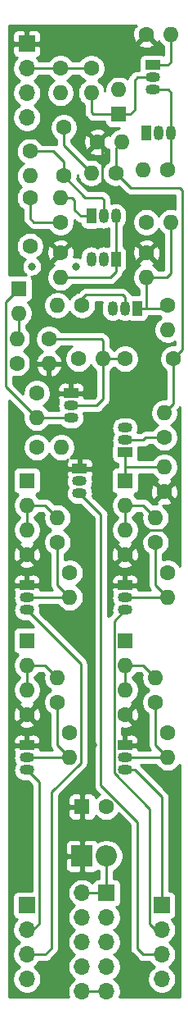
<source format=gbl>
G04 #@! TF.GenerationSoftware,KiCad,Pcbnew,(5.1.9)-1*
G04 #@! TF.CreationDate,2022-06-14T08:32:34+02:00*
G04 #@! TF.ProjectId,Manual Gate Main,4d616e75-616c-4204-9761-7465204d6169,rev?*
G04 #@! TF.SameCoordinates,Original*
G04 #@! TF.FileFunction,Copper,L2,Bot*
G04 #@! TF.FilePolarity,Positive*
%FSLAX46Y46*%
G04 Gerber Fmt 4.6, Leading zero omitted, Abs format (unit mm)*
G04 Created by KiCad (PCBNEW (5.1.9)-1) date 2022-06-14 08:32:34*
%MOMM*%
%LPD*%
G01*
G04 APERTURE LIST*
G04 #@! TA.AperFunction,ComponentPad*
%ADD10O,1.600000X1.600000*%
G04 #@! TD*
G04 #@! TA.AperFunction,ComponentPad*
%ADD11C,1.600000*%
G04 #@! TD*
G04 #@! TA.AperFunction,ComponentPad*
%ADD12R,1.600000X1.600000*%
G04 #@! TD*
G04 #@! TA.AperFunction,ComponentPad*
%ADD13O,2.200000X2.200000*%
G04 #@! TD*
G04 #@! TA.AperFunction,ComponentPad*
%ADD14R,2.200000X2.200000*%
G04 #@! TD*
G04 #@! TA.AperFunction,ComponentPad*
%ADD15O,1.700000X1.700000*%
G04 #@! TD*
G04 #@! TA.AperFunction,ComponentPad*
%ADD16R,1.700000X1.700000*%
G04 #@! TD*
G04 #@! TA.AperFunction,ComponentPad*
%ADD17R,1.050000X1.500000*%
G04 #@! TD*
G04 #@! TA.AperFunction,ComponentPad*
%ADD18O,1.050000X1.500000*%
G04 #@! TD*
G04 #@! TA.AperFunction,ComponentPad*
%ADD19R,1.500000X1.050000*%
G04 #@! TD*
G04 #@! TA.AperFunction,ComponentPad*
%ADD20O,1.500000X1.050000*%
G04 #@! TD*
G04 #@! TA.AperFunction,ViaPad*
%ADD21C,0.800000*%
G04 #@! TD*
G04 #@! TA.AperFunction,Conductor*
%ADD22C,0.250000*%
G04 #@! TD*
G04 #@! TA.AperFunction,Conductor*
%ADD23C,0.254000*%
G04 #@! TD*
G04 #@! TA.AperFunction,Conductor*
%ADD24C,0.100000*%
G04 #@! TD*
G04 APERTURE END LIST*
D10*
G04 #@! TO.P,R1,2*
G04 #@! TO.N,+12V*
X4826000Y-35560000D03*
D11*
G04 #@! TO.P,R1,1*
G04 #@! TO.N,Net-(C2-Pad1)*
X4826000Y-33020000D03*
G04 #@! TD*
D10*
G04 #@! TO.P,D12,2*
G04 #@! TO.N,GND*
X12065000Y-7302500D03*
D12*
G04 #@! TO.P,D12,1*
G04 #@! TO.N,Net-(D12-Pad1)*
X12065000Y-9842500D03*
G04 #@! TD*
D10*
G04 #@! TO.P,D9,2*
G04 #@! TO.N,Net-(D9-Pad2)*
X12700000Y-50165000D03*
D12*
G04 #@! TO.P,D9,1*
G04 #@! TO.N,Net-(D9-Pad1)*
X12700000Y-47625000D03*
G04 #@! TD*
D10*
G04 #@! TO.P,D8,2*
G04 #@! TO.N,Net-(D8-Pad2)*
X12700000Y-66675000D03*
D12*
G04 #@! TO.P,D8,1*
G04 #@! TO.N,Ping*
X12700000Y-64135000D03*
G04 #@! TD*
D10*
G04 #@! TO.P,D5,2*
G04 #@! TO.N,Net-(D5-Pad2)*
X2540000Y-50165000D03*
D12*
G04 #@! TO.P,D5,1*
G04 #@! TO.N,Qquer*
X2540000Y-47625000D03*
G04 #@! TD*
D10*
G04 #@! TO.P,D2,2*
G04 #@! TO.N,Net-(D2-Pad2)*
X1700000Y-30340000D03*
D12*
G04 #@! TO.P,D2,1*
G04 #@! TO.N,Net-(D2-Pad1)*
X1700000Y-27800000D03*
G04 #@! TD*
D10*
G04 #@! TO.P,D1,2*
G04 #@! TO.N,Net-(D1-Pad2)*
X2540000Y-66675000D03*
D12*
G04 #@! TO.P,D1,1*
G04 #@! TO.N,Q*
X2540000Y-64135000D03*
G04 #@! TD*
D13*
G04 #@! TO.P,D7,2*
G04 #@! TO.N,+12VA*
X10795000Y-86360000D03*
D14*
G04 #@! TO.P,D7,1*
G04 #@! TO.N,+12V*
X8255000Y-86360000D03*
G04 #@! TD*
D10*
G04 #@! TO.P,R43,2*
G04 #@! TO.N,Ping*
X12382500Y-12700000D03*
D11*
G04 #@! TO.P,R43,1*
G04 #@! TO.N,+12V*
X9842500Y-12700000D03*
G04 #@! TD*
D10*
G04 #@! TO.P,R42,2*
G04 #@! TO.N,GND*
X14605000Y-15557500D03*
D11*
G04 #@! TO.P,R42,1*
G04 #@! TO.N,Net-(Q11-Pad3)*
X17145000Y-15557500D03*
G04 #@! TD*
D10*
G04 #@! TO.P,R41,2*
G04 #@! TO.N,Net-(Q11-Pad1)*
X17462500Y-1587500D03*
D11*
G04 #@! TO.P,R41,1*
G04 #@! TO.N,+12V*
X14922500Y-1587500D03*
G04 #@! TD*
D10*
G04 #@! TO.P,R40,2*
G04 #@! TO.N,Net-(D12-Pad1)*
X9207500Y-7620000D03*
D11*
G04 #@! TO.P,R40,1*
G04 #@! TO.N,In_Pin*
X9207500Y-5080000D03*
G04 #@! TD*
D10*
G04 #@! TO.P,R39,2*
G04 #@! TO.N,GND*
X6032500Y-7620000D03*
D11*
G04 #@! TO.P,R39,1*
G04 #@! TO.N,In_Pin*
X6032500Y-5080000D03*
G04 #@! TD*
D10*
G04 #@! TO.P,R36,2*
G04 #@! TO.N,Net-(Q10-Pad2)*
X17145000Y-59690000D03*
D11*
G04 #@! TO.P,R36,1*
G04 #@! TO.N,GND*
X17145000Y-57150000D03*
G04 #@! TD*
D10*
G04 #@! TO.P,R35,2*
G04 #@! TO.N,Net-(D9-Pad2)*
X15875000Y-51435000D03*
D11*
G04 #@! TO.P,R35,1*
G04 #@! TO.N,Net-(Q10-Pad2)*
X15875000Y-53975000D03*
G04 #@! TD*
D10*
G04 #@! TO.P,R33,2*
G04 #@! TO.N,Net-(D9-Pad2)*
X12700000Y-52705000D03*
D11*
G04 #@! TO.P,R33,1*
G04 #@! TO.N,+12V*
X12700000Y-55245000D03*
G04 #@! TD*
D10*
G04 #@! TO.P,R31,2*
G04 #@! TO.N,Net-(D9-Pad1)*
X16764000Y-46228000D03*
D11*
G04 #@! TO.P,R31,1*
G04 #@! TO.N,+12V*
X16764000Y-48768000D03*
G04 #@! TD*
D10*
G04 #@! TO.P,R30,2*
G04 #@! TO.N,Net-(Q9-Pad2)*
X17145000Y-76200000D03*
D11*
G04 #@! TO.P,R30,1*
G04 #@! TO.N,GND*
X17145000Y-73660000D03*
G04 #@! TD*
D10*
G04 #@! TO.P,R29,2*
G04 #@! TO.N,Net-(D8-Pad2)*
X15875000Y-67945000D03*
D11*
G04 #@! TO.P,R29,1*
G04 #@! TO.N,Net-(Q9-Pad2)*
X15875000Y-70485000D03*
G04 #@! TD*
D10*
G04 #@! TO.P,R28,2*
G04 #@! TO.N,Ping*
X16764000Y-40640000D03*
D11*
G04 #@! TO.P,R28,1*
G04 #@! TO.N,Net-(Q8-Pad2)*
X16764000Y-43180000D03*
G04 #@! TD*
D10*
G04 #@! TO.P,R27,2*
G04 #@! TO.N,Net-(D8-Pad2)*
X12700000Y-69215000D03*
D11*
G04 #@! TO.P,R27,1*
G04 #@! TO.N,+12V*
X12700000Y-71755000D03*
G04 #@! TD*
D10*
G04 #@! TO.P,R25,2*
G04 #@! TO.N,Net-(C4-Pad1)*
X17145000Y-32067500D03*
D11*
G04 #@! TO.P,R25,1*
G04 #@! TO.N,Q*
X17145000Y-29527500D03*
G04 #@! TD*
D10*
G04 #@! TO.P,R23,2*
G04 #@! TO.N,Q*
X14922500Y-26670000D03*
D11*
G04 #@! TO.P,R23,1*
G04 #@! TO.N,+12V*
X14922500Y-24130000D03*
G04 #@! TD*
D10*
G04 #@! TO.P,R22,2*
G04 #@! TO.N,Net-(Q7-Pad2)*
X6985000Y-59690000D03*
D11*
G04 #@! TO.P,R22,1*
G04 #@! TO.N,GND*
X6985000Y-57150000D03*
G04 #@! TD*
D10*
G04 #@! TO.P,R21,2*
G04 #@! TO.N,Net-(D5-Pad2)*
X5715000Y-51435000D03*
D11*
G04 #@! TO.P,R21,1*
G04 #@! TO.N,Net-(Q7-Pad2)*
X5715000Y-53975000D03*
G04 #@! TD*
D10*
G04 #@! TO.P,R20,2*
G04 #@! TO.N,Q*
X17462500Y-20955000D03*
D11*
G04 #@! TO.P,R20,1*
G04 #@! TO.N,Net-(C4-Pad2)*
X14922500Y-20955000D03*
G04 #@! TD*
D10*
G04 #@! TO.P,R19,2*
G04 #@! TO.N,Net-(D5-Pad2)*
X2540000Y-52705000D03*
D11*
G04 #@! TO.P,R19,1*
G04 #@! TO.N,+12V*
X2540000Y-55245000D03*
G04 #@! TD*
D10*
G04 #@! TO.P,R18,2*
G04 #@! TO.N,Net-(Q2-Pad1)*
X6032500Y-18415000D03*
D11*
G04 #@! TO.P,R18,1*
G04 #@! TO.N,Net-(C4-Pad1)*
X6032500Y-20955000D03*
G04 #@! TD*
D10*
G04 #@! TO.P,R17,2*
G04 #@! TO.N,Qquer*
X5715000Y-29527500D03*
D11*
G04 #@! TO.P,R17,1*
G04 #@! TO.N,Net-(Q6-Pad2)*
X8255000Y-29527500D03*
G04 #@! TD*
D10*
G04 #@! TO.P,R16,2*
G04 #@! TO.N,Qquer*
X6032500Y-26670000D03*
D11*
G04 #@! TO.P,R16,1*
G04 #@! TO.N,+12V*
X6032500Y-24130000D03*
G04 #@! TD*
D10*
G04 #@! TO.P,R11,2*
G04 #@! TO.N,Net-(Q4-Pad2)*
X6096000Y-44196000D03*
D11*
G04 #@! TO.P,R11,1*
G04 #@! TO.N,GND*
X3556000Y-44196000D03*
G04 #@! TD*
D10*
G04 #@! TO.P,R10,2*
G04 #@! TO.N,Net-(D2-Pad2)*
X1500000Y-32960000D03*
D11*
G04 #@! TO.P,R10,1*
G04 #@! TO.N,Net-(Q4-Pad2)*
X1500000Y-35500000D03*
G04 #@! TD*
D10*
G04 #@! TO.P,R9,2*
G04 #@! TO.N,Net-(Q3-Pad2)*
X6985000Y-76200000D03*
D11*
G04 #@! TO.P,R9,1*
G04 #@! TO.N,GND*
X6985000Y-73660000D03*
G04 #@! TD*
D10*
G04 #@! TO.P,R8,2*
G04 #@! TO.N,GND*
X2857500Y-16192500D03*
D11*
G04 #@! TO.P,R8,1*
G04 #@! TO.N,Net-(C3-Pad1)*
X2857500Y-13652500D03*
G04 #@! TD*
D10*
G04 #@! TO.P,R6,2*
G04 #@! TO.N,Net-(D1-Pad2)*
X5715000Y-67945000D03*
D11*
G04 #@! TO.P,R6,1*
G04 #@! TO.N,Net-(Q3-Pad2)*
X5715000Y-70485000D03*
G04 #@! TD*
D10*
G04 #@! TO.P,R5,2*
G04 #@! TO.N,Net-(D1-Pad2)*
X2540000Y-69215000D03*
D11*
G04 #@! TO.P,R5,1*
G04 #@! TO.N,+12V*
X2540000Y-71755000D03*
G04 #@! TD*
D10*
G04 #@! TO.P,R4,2*
G04 #@! TO.N,Net-(D2-Pad1)*
X3556000Y-41148000D03*
D11*
G04 #@! TO.P,R4,1*
G04 #@! TO.N,GND*
X3556000Y-38608000D03*
G04 #@! TD*
D10*
G04 #@! TO.P,R3,2*
G04 #@! TO.N,Net-(C3-Pad2)*
X9207500Y-15875000D03*
D11*
G04 #@! TO.P,R3,1*
G04 #@! TO.N,Ping*
X11747500Y-15875000D03*
G04 #@! TD*
D10*
G04 #@! TO.P,R2,2*
G04 #@! TO.N,Net-(C2-Pad1)*
X10440000Y-35052000D03*
D11*
G04 #@! TO.P,R2,1*
G04 #@! TO.N,GND*
X7900000Y-35052000D03*
G04 #@! TD*
D15*
G04 #@! TO.P,J10,4*
G04 #@! TO.N,GND*
X16510000Y-99060000D03*
G04 #@! TO.P,J10,3*
G04 #@! TO.N,Trigger_Pin*
X16510000Y-96520000D03*
G04 #@! TO.P,J10,2*
G04 #@! TO.N,Gateq_Pin*
X16510000Y-93980000D03*
D16*
G04 #@! TO.P,J10,1*
G04 #@! TO.N,Gate_Pin*
X16510000Y-91440000D03*
G04 #@! TD*
D15*
G04 #@! TO.P,J9,4*
G04 #@! TO.N,GND*
X2540000Y-99060000D03*
G04 #@! TO.P,J9,3*
G04 #@! TO.N,Qq_Pin*
X2540000Y-96520000D03*
G04 #@! TO.P,J9,2*
G04 #@! TO.N,Q_Pin*
X2540000Y-93980000D03*
D16*
G04 #@! TO.P,J9,1*
G04 #@! TO.N,GND*
X2540000Y-91440000D03*
G04 #@! TD*
D15*
G04 #@! TO.P,J8,4*
G04 #@! TO.N,GND*
X2540000Y-10160000D03*
G04 #@! TO.P,J8,3*
X2540000Y-7620000D03*
G04 #@! TO.P,J8,2*
G04 #@! TO.N,In_Pin*
X2540000Y-5080000D03*
D16*
G04 #@! TO.P,J8,1*
G04 #@! TO.N,+12V*
X2540000Y-2540000D03*
G04 #@! TD*
D17*
G04 #@! TO.P,Q12,1*
G04 #@! TO.N,Ping*
X14922500Y-11747500D03*
D18*
G04 #@! TO.P,Q12,3*
G04 #@! TO.N,Net-(Q11-Pad3)*
X17462500Y-11747500D03*
G04 #@! TO.P,Q12,2*
G04 #@! TO.N,Net-(Q11-Pad1)*
X16192500Y-11747500D03*
G04 #@! TD*
D19*
G04 #@! TO.P,Q11,1*
G04 #@! TO.N,Net-(Q11-Pad1)*
X15557500Y-4762500D03*
D20*
G04 #@! TO.P,Q11,3*
G04 #@! TO.N,Net-(Q11-Pad3)*
X15557500Y-7302500D03*
G04 #@! TO.P,Q11,2*
G04 #@! TO.N,Net-(D12-Pad1)*
X15557500Y-6032500D03*
G04 #@! TD*
D19*
G04 #@! TO.P,Q10,1*
G04 #@! TO.N,+12V*
X12700000Y-58420000D03*
D20*
G04 #@! TO.P,Q10,3*
G04 #@! TO.N,Gateq_Pin*
X12700000Y-60960000D03*
G04 #@! TO.P,Q10,2*
G04 #@! TO.N,Net-(Q10-Pad2)*
X12700000Y-59690000D03*
G04 #@! TD*
D19*
G04 #@! TO.P,Q9,1*
G04 #@! TO.N,+12V*
X12700000Y-74930000D03*
D20*
G04 #@! TO.P,Q9,3*
G04 #@! TO.N,Gate_Pin*
X12700000Y-77470000D03*
G04 #@! TO.P,Q9,2*
G04 #@! TO.N,Net-(Q9-Pad2)*
X12700000Y-76200000D03*
G04 #@! TD*
D19*
G04 #@! TO.P,Q8,1*
G04 #@! TO.N,Net-(D9-Pad1)*
X12700000Y-44704000D03*
D20*
G04 #@! TO.P,Q8,3*
G04 #@! TO.N,GND*
X12700000Y-42164000D03*
G04 #@! TO.P,Q8,2*
G04 #@! TO.N,Net-(Q8-Pad2)*
X12700000Y-43434000D03*
G04 #@! TD*
D19*
G04 #@! TO.P,Q7,1*
G04 #@! TO.N,+12V*
X2540000Y-58420000D03*
D20*
G04 #@! TO.P,Q7,3*
G04 #@! TO.N,Qq_Pin*
X2540000Y-60960000D03*
G04 #@! TO.P,Q7,2*
G04 #@! TO.N,Net-(Q7-Pad2)*
X2540000Y-59690000D03*
G04 #@! TD*
D17*
G04 #@! TO.P,Q6,1*
G04 #@! TO.N,Q*
X13970000Y-29845000D03*
D18*
G04 #@! TO.P,Q6,3*
G04 #@! TO.N,GND*
X11430000Y-29845000D03*
G04 #@! TO.P,Q6,2*
G04 #@! TO.N,Net-(Q6-Pad2)*
X12700000Y-29845000D03*
G04 #@! TD*
D17*
G04 #@! TO.P,Q5,1*
G04 #@! TO.N,Qquer*
X11747500Y-24765000D03*
D18*
G04 #@! TO.P,Q5,3*
G04 #@! TO.N,GND*
X9207500Y-24765000D03*
G04 #@! TO.P,Q5,2*
G04 #@! TO.N,Net-(C4-Pad2)*
X10477500Y-24765000D03*
G04 #@! TD*
D19*
G04 #@! TO.P,Q4,1*
G04 #@! TO.N,+12V*
X8000000Y-46400000D03*
D20*
G04 #@! TO.P,Q4,3*
G04 #@! TO.N,Trigger_Pin*
X8000000Y-48940000D03*
G04 #@! TO.P,Q4,2*
G04 #@! TO.N,Net-(Q4-Pad2)*
X8000000Y-47670000D03*
G04 #@! TD*
D19*
G04 #@! TO.P,Q3,1*
G04 #@! TO.N,+12V*
X2540000Y-74930000D03*
D20*
G04 #@! TO.P,Q3,3*
G04 #@! TO.N,Q_Pin*
X2540000Y-77470000D03*
G04 #@! TO.P,Q3,2*
G04 #@! TO.N,Net-(Q3-Pad2)*
X2540000Y-76200000D03*
G04 #@! TD*
D17*
G04 #@! TO.P,Q2,1*
G04 #@! TO.N,Net-(Q2-Pad1)*
X9207500Y-20320000D03*
D18*
G04 #@! TO.P,Q2,3*
G04 #@! TO.N,Qquer*
X11747500Y-20320000D03*
G04 #@! TO.P,Q2,2*
G04 #@! TO.N,Net-(C3-Pad1)*
X10477500Y-20320000D03*
G04 #@! TD*
D19*
G04 #@! TO.P,Q1,1*
G04 #@! TO.N,+12V*
X7112000Y-38608000D03*
D20*
G04 #@! TO.P,Q1,3*
G04 #@! TO.N,Net-(D2-Pad1)*
X7112000Y-41148000D03*
G04 #@! TO.P,Q1,2*
G04 #@! TO.N,Net-(C2-Pad1)*
X7112000Y-39878000D03*
G04 #@! TD*
D15*
G04 #@! TO.P,J3,-12V*
G04 #@! TO.N,-12VA*
X8255000Y-100330000D03*
X10795000Y-100330000D03*
G04 #@! TO.P,J3,GND*
G04 #@! TO.N,GND*
X8255000Y-97790000D03*
X10795000Y-97790000D03*
X8255000Y-95250000D03*
X10795000Y-95250000D03*
X8255000Y-92710000D03*
X10795000Y-92710000D03*
G04 #@! TO.P,J3,+12V*
G04 #@! TO.N,+12VA*
X8255000Y-90170000D03*
D16*
X10795000Y-90170000D03*
G04 #@! TD*
D11*
G04 #@! TO.P,C5,2*
G04 #@! TO.N,GND*
X10755000Y-81280000D03*
D12*
G04 #@! TO.P,C5,1*
G04 #@! TO.N,+12V*
X8255000Y-81280000D03*
G04 #@! TD*
D11*
G04 #@! TO.P,C4,2*
G04 #@! TO.N,Net-(C4-Pad2)*
X2857500Y-23415000D03*
G04 #@! TO.P,C4,1*
G04 #@! TO.N,Net-(C4-Pad1)*
X2857500Y-18415000D03*
G04 #@! TD*
G04 #@! TO.P,C3,2*
G04 #@! TO.N,Net-(C3-Pad2)*
X6350000Y-11192500D03*
G04 #@! TO.P,C3,1*
G04 #@! TO.N,Net-(C3-Pad1)*
X6350000Y-16192500D03*
G04 #@! TD*
G04 #@! TO.P,C2,2*
G04 #@! TO.N,Ping*
X17700000Y-35052000D03*
G04 #@! TO.P,C2,1*
G04 #@! TO.N,Net-(C2-Pad1)*
X12700000Y-35052000D03*
G04 #@! TD*
D21*
G04 #@! TO.N,+12V*
X9398000Y-74930000D03*
G04 #@! TO.N,GND*
X3048000Y-25527000D03*
X7620000Y-25527000D03*
G04 #@! TD*
D22*
G04 #@! TO.N,+12V*
X10332501Y-13190001D02*
X10332501Y-16809501D01*
X9842500Y-12700000D02*
X10332501Y-13190001D01*
X10332501Y-16809501D02*
X10795000Y-17272000D01*
X12700000Y-55245000D02*
X15240000Y-52705000D01*
X15240000Y-52705000D02*
X17272000Y-52705000D01*
G04 #@! TO.N,Net-(C2-Pad1)*
X12700000Y-35052000D02*
X10440000Y-35052000D01*
X7112000Y-39878000D02*
X9779000Y-39878000D01*
X10440000Y-39217000D02*
X10440000Y-35052000D01*
X9779000Y-39878000D02*
X10440000Y-39217000D01*
X4826000Y-33020000D02*
X10287000Y-33020000D01*
X10440000Y-33173000D02*
X10287000Y-33020000D01*
X10440000Y-35052000D02*
X10440000Y-33173000D01*
G04 #@! TO.N,Net-(C3-Pad2)*
X6350000Y-13017500D02*
X6616250Y-13283750D01*
X6350000Y-11192500D02*
X6350000Y-13017500D01*
X6616250Y-13283750D02*
X6500000Y-13167500D01*
X9207500Y-15875000D02*
X6616250Y-13283750D01*
G04 #@! TO.N,Net-(C3-Pad1)*
X2857500Y-13652500D02*
X5252500Y-13652500D01*
X6350000Y-14750000D02*
X6350000Y-16192500D01*
X5252500Y-13652500D02*
X6350000Y-14750000D01*
X10300000Y-18400000D02*
X10477500Y-18577500D01*
X8557500Y-18400000D02*
X10300000Y-18400000D01*
X10477500Y-18577500D02*
X10477500Y-20320000D01*
X6350000Y-16192500D02*
X8557500Y-18400000D01*
G04 #@! TO.N,Net-(C4-Pad1)*
X2857500Y-20557500D02*
X2857500Y-18415000D01*
X3255000Y-20955000D02*
X2857500Y-20557500D01*
X6032500Y-20955000D02*
X3255000Y-20955000D01*
G04 #@! TO.N,Net-(D1-Pad2)*
X4445000Y-66675000D02*
X5715000Y-67945000D01*
X2540000Y-66675000D02*
X4445000Y-66675000D01*
X2540000Y-69215000D02*
X2540000Y-66675000D01*
G04 #@! TO.N,Q*
X16827500Y-29845000D02*
X17145000Y-29527500D01*
X14922500Y-26670000D02*
X14922500Y-29781500D01*
X14922500Y-29781500D02*
X14986000Y-29845000D01*
X14986000Y-29845000D02*
X16827500Y-29845000D01*
X13970000Y-29845000D02*
X14986000Y-29845000D01*
X14922500Y-26670000D02*
X17018000Y-26670000D01*
X17462500Y-26225500D02*
X17462500Y-20955000D01*
X17018000Y-26670000D02*
X17462500Y-26225500D01*
G04 #@! TO.N,Net-(D2-Pad2)*
X1700000Y-32760000D02*
X1500000Y-32960000D01*
X1700000Y-30340000D02*
X1700000Y-32760000D01*
G04 #@! TO.N,Net-(D2-Pad1)*
X3556000Y-41148000D02*
X7112000Y-41148000D01*
X350010Y-29149990D02*
X1700000Y-27800000D01*
X350010Y-37942010D02*
X350010Y-29149990D01*
X3556000Y-41148000D02*
X350010Y-37942010D01*
G04 #@! TO.N,Net-(D5-Pad2)*
X2540000Y-52705000D02*
X2540000Y-50165000D01*
X4445000Y-50165000D02*
X5715000Y-51435000D01*
X2540000Y-50165000D02*
X4445000Y-50165000D01*
G04 #@! TO.N,Qquer*
X11747500Y-24765000D02*
X11747500Y-20320000D01*
X11176000Y-26670000D02*
X6032500Y-26670000D01*
X11747500Y-26098500D02*
X11176000Y-26670000D01*
X11747500Y-24765000D02*
X11747500Y-26098500D01*
G04 #@! TO.N,+12VA*
X9525000Y-90170000D02*
X10795000Y-90170000D01*
X8255000Y-90170000D02*
X9525000Y-90170000D01*
X10795000Y-86360000D02*
X10795000Y-90170000D01*
G04 #@! TO.N,Net-(D8-Pad2)*
X14605000Y-66675000D02*
X15875000Y-67945000D01*
X12700000Y-66675000D02*
X14605000Y-66675000D01*
X12700000Y-69215000D02*
X12700000Y-66675000D01*
G04 #@! TO.N,Net-(D9-Pad2)*
X12700000Y-52705000D02*
X12700000Y-50165000D01*
X14605000Y-50165000D02*
X15875000Y-51435000D01*
X12700000Y-50165000D02*
X14605000Y-50165000D01*
G04 #@! TO.N,Net-(D9-Pad1)*
X12827000Y-46228000D02*
X12700000Y-46101000D01*
X16764000Y-46228000D02*
X12827000Y-46228000D01*
X12700000Y-46101000D02*
X12700000Y-47625000D01*
X12700000Y-44704000D02*
X12700000Y-46101000D01*
G04 #@! TO.N,-12VA*
X8255000Y-100330000D02*
X10795000Y-100330000D01*
G04 #@! TO.N,Net-(Q2-Pad1)*
X9207500Y-20320000D02*
X8120000Y-20320000D01*
X8120000Y-20320000D02*
X7500000Y-19700000D01*
X7500000Y-19700000D02*
X7500000Y-18700000D01*
X7500000Y-18700000D02*
X7200000Y-18400000D01*
X7185000Y-18415000D02*
X6032500Y-18415000D01*
X7200000Y-18400000D02*
X7185000Y-18415000D01*
G04 #@! TO.N,Net-(Q3-Pad2)*
X2540000Y-76200000D02*
X6985000Y-76200000D01*
X5715000Y-74930000D02*
X6985000Y-76200000D01*
X5715000Y-70485000D02*
X5715000Y-74930000D01*
G04 #@! TO.N,Net-(Q6-Pad2)*
X12700000Y-29845000D02*
X12700000Y-28702000D01*
X12700000Y-28702000D02*
X12446000Y-28448000D01*
X12446000Y-28448000D02*
X8636000Y-28448000D01*
X8255000Y-28829000D02*
X8636000Y-28448000D01*
X8255000Y-29527500D02*
X8255000Y-28829000D01*
G04 #@! TO.N,Net-(Q7-Pad2)*
X2540000Y-59690000D02*
X6985000Y-59690000D01*
X5715000Y-58420000D02*
X6985000Y-59690000D01*
X5715000Y-53975000D02*
X5715000Y-58420000D01*
G04 #@! TO.N,Net-(Q8-Pad2)*
X16764000Y-43180000D02*
X14859000Y-43180000D01*
X14605000Y-43434000D02*
X12700000Y-43434000D01*
X14859000Y-43180000D02*
X14605000Y-43434000D01*
G04 #@! TO.N,Net-(Q9-Pad2)*
X12700000Y-76200000D02*
X17145000Y-76200000D01*
X15875000Y-74930000D02*
X17145000Y-76200000D01*
X15875000Y-70485000D02*
X15875000Y-74930000D01*
G04 #@! TO.N,Net-(Q10-Pad2)*
X12700000Y-59690000D02*
X17145000Y-59690000D01*
X15875000Y-58420000D02*
X17145000Y-59690000D01*
X15875000Y-53975000D02*
X15875000Y-58420000D01*
G04 #@! TO.N,Net-(D12-Pad1)*
X9442500Y-9842500D02*
X12065000Y-9842500D01*
X9207500Y-9607500D02*
X9442500Y-9842500D01*
X9207500Y-7620000D02*
X9207500Y-9607500D01*
X13967500Y-6032500D02*
X15557500Y-6032500D01*
X13700000Y-6300000D02*
X13967500Y-6032500D01*
X13700000Y-9400000D02*
X13700000Y-6300000D01*
X13257500Y-9842500D02*
X13700000Y-9400000D01*
X12065000Y-9842500D02*
X13257500Y-9842500D01*
G04 #@! TO.N,Net-(Q11-Pad1)*
X17137500Y-4762500D02*
X15557500Y-4762500D01*
X17462500Y-4437500D02*
X17137500Y-4762500D01*
X17462500Y-1587500D02*
X17462500Y-4437500D01*
G04 #@! TO.N,Net-(Q11-Pad3)*
X17462500Y-11747500D02*
X17462500Y-7562500D01*
X17202500Y-7302500D02*
X15557500Y-7302500D01*
X17462500Y-7562500D02*
X17202500Y-7302500D01*
X17462500Y-15240000D02*
X17145000Y-15557500D01*
X17462500Y-11747500D02*
X17462500Y-15240000D01*
G04 #@! TO.N,Ping*
X11747500Y-13335000D02*
X12382500Y-12700000D01*
X11747500Y-15875000D02*
X11747500Y-13335000D01*
X18669000Y-34083000D02*
X17700000Y-35052000D01*
X18669000Y-17653000D02*
X18669000Y-34083000D01*
X18415000Y-17399000D02*
X18669000Y-17653000D01*
X13271500Y-17399000D02*
X18415000Y-17399000D01*
X11747500Y-15875000D02*
X13271500Y-17399000D01*
X17700000Y-39704000D02*
X16764000Y-40640000D01*
X17700000Y-35052000D02*
X17700000Y-39704000D01*
G04 #@! TO.N,Q_Pin*
X3810000Y-78740000D02*
X2540000Y-77470000D01*
X3810000Y-93345000D02*
X3810000Y-78740000D01*
X3175000Y-93980000D02*
X3810000Y-93345000D01*
X2540000Y-93980000D02*
X3175000Y-93980000D01*
G04 #@! TO.N,Trigger_Pin*
X16510000Y-96520000D02*
X14605000Y-96520000D01*
X14605000Y-96520000D02*
X13970000Y-95885000D01*
X10214999Y-79074997D02*
X13970000Y-82829998D01*
X10214999Y-51154999D02*
X10214999Y-79074997D01*
X8000000Y-48940000D02*
X10214999Y-51154999D01*
X13970000Y-82829998D02*
X13970000Y-89154000D01*
X13970000Y-89154000D02*
X13970000Y-88900000D01*
X13970000Y-95885000D02*
X13970000Y-89154000D01*
G04 #@! TO.N,Qq_Pin*
X8110001Y-76740001D02*
X8110001Y-66530001D01*
X5080000Y-79770002D02*
X8110001Y-76740001D01*
X5080000Y-95885000D02*
X5080000Y-79770002D01*
X8110001Y-66530001D02*
X2540000Y-60960000D01*
X4445000Y-96520000D02*
X5080000Y-95885000D01*
X2540000Y-96520000D02*
X4445000Y-96520000D01*
G04 #@! TO.N,Gate_Pin*
X16510000Y-91440000D02*
X16510000Y-88900000D01*
X12700000Y-77470000D02*
X13716000Y-77470000D01*
X16510000Y-80264000D02*
X16510000Y-88900000D01*
X13716000Y-77470000D02*
X16510000Y-80264000D01*
G04 #@! TO.N,Gateq_Pin*
X15875000Y-93980000D02*
X16510000Y-93980000D01*
X15240000Y-93345000D02*
X15875000Y-93980000D01*
X15240000Y-81534000D02*
X15240000Y-93345000D01*
X11574999Y-77772094D02*
X15240000Y-81534000D01*
X11574999Y-62085001D02*
X11574999Y-77772094D01*
X12700000Y-60960000D02*
X11574999Y-62085001D01*
G04 #@! TO.N,In_Pin*
X2540000Y-5080000D02*
X6032500Y-5080000D01*
X6032500Y-5080000D02*
X9207500Y-5080000D01*
G04 #@! TD*
D23*
G04 #@! TO.N,+12V*
X13929796Y-774403D02*
X13685829Y-845986D01*
X13564929Y-1101496D01*
X13496200Y-1375684D01*
X13482283Y-1658012D01*
X13523713Y-1937630D01*
X13618897Y-2203792D01*
X13685829Y-2329014D01*
X13929798Y-2400597D01*
X14742895Y-1587500D01*
X14728753Y-1573358D01*
X14908358Y-1393753D01*
X14922500Y-1407895D01*
X14936643Y-1393753D01*
X15116248Y-1573358D01*
X15102105Y-1587500D01*
X15915202Y-2400597D01*
X16159171Y-2329014D01*
X16189694Y-2264508D01*
X16190820Y-2267227D01*
X16347863Y-2502259D01*
X16547741Y-2702137D01*
X16702500Y-2805544D01*
X16702501Y-3740206D01*
X16661994Y-3706963D01*
X16551680Y-3647998D01*
X16431982Y-3611688D01*
X16307500Y-3599428D01*
X14807500Y-3599428D01*
X14683018Y-3611688D01*
X14563320Y-3647998D01*
X14453006Y-3706963D01*
X14356315Y-3786315D01*
X14276963Y-3883006D01*
X14217998Y-3993320D01*
X14181688Y-4113018D01*
X14169428Y-4237500D01*
X14169428Y-5272500D01*
X14004822Y-5272500D01*
X13967499Y-5268824D01*
X13930176Y-5272500D01*
X13930167Y-5272500D01*
X13818514Y-5283497D01*
X13675253Y-5326954D01*
X13543224Y-5397526D01*
X13427499Y-5492499D01*
X13403696Y-5521503D01*
X13188998Y-5736201D01*
X13160000Y-5759999D01*
X13136202Y-5788997D01*
X13136201Y-5788998D01*
X13065026Y-5875724D01*
X12994454Y-6007754D01*
X12964180Y-6107558D01*
X12950998Y-6151014D01*
X12949369Y-6167557D01*
X12744727Y-6030820D01*
X12483574Y-5922647D01*
X12206335Y-5867500D01*
X11923665Y-5867500D01*
X11646426Y-5922647D01*
X11385273Y-6030820D01*
X11150241Y-6187863D01*
X10950363Y-6387741D01*
X10793320Y-6622773D01*
X10685147Y-6883926D01*
X10630000Y-7161165D01*
X10630000Y-7415824D01*
X10587353Y-7201426D01*
X10479180Y-6940273D01*
X10322137Y-6705241D01*
X10122259Y-6505363D01*
X9889741Y-6350000D01*
X10122259Y-6194637D01*
X10322137Y-5994759D01*
X10479180Y-5759727D01*
X10587353Y-5498574D01*
X10642500Y-5221335D01*
X10642500Y-4938665D01*
X10587353Y-4661426D01*
X10479180Y-4400273D01*
X10322137Y-4165241D01*
X10122259Y-3965363D01*
X9887227Y-3808320D01*
X9626074Y-3700147D01*
X9348835Y-3645000D01*
X9066165Y-3645000D01*
X8788926Y-3700147D01*
X8527773Y-3808320D01*
X8292741Y-3965363D01*
X8092863Y-4165241D01*
X7989457Y-4320000D01*
X7250543Y-4320000D01*
X7147137Y-4165241D01*
X6947259Y-3965363D01*
X6712227Y-3808320D01*
X6451074Y-3700147D01*
X6173835Y-3645000D01*
X5891165Y-3645000D01*
X5613926Y-3700147D01*
X5352773Y-3808320D01*
X5117741Y-3965363D01*
X4917863Y-4165241D01*
X4814457Y-4320000D01*
X3818178Y-4320000D01*
X3693475Y-4133368D01*
X3561620Y-4001513D01*
X3634180Y-3979502D01*
X3744494Y-3920537D01*
X3841185Y-3841185D01*
X3920537Y-3744494D01*
X3979502Y-3634180D01*
X4015812Y-3514482D01*
X4028072Y-3390000D01*
X4025000Y-2825750D01*
X3866250Y-2667000D01*
X2667000Y-2667000D01*
X2667000Y-2687000D01*
X2413000Y-2687000D01*
X2413000Y-2667000D01*
X1213750Y-2667000D01*
X1055000Y-2825750D01*
X1051928Y-3390000D01*
X1064188Y-3514482D01*
X1100498Y-3634180D01*
X1159463Y-3744494D01*
X1238815Y-3841185D01*
X1335506Y-3920537D01*
X1445820Y-3979502D01*
X1518380Y-4001513D01*
X1386525Y-4133368D01*
X1224010Y-4376589D01*
X1112068Y-4646842D01*
X1055000Y-4933740D01*
X1055000Y-5226260D01*
X1112068Y-5513158D01*
X1224010Y-5783411D01*
X1386525Y-6026632D01*
X1593368Y-6233475D01*
X1767760Y-6350000D01*
X1593368Y-6466525D01*
X1386525Y-6673368D01*
X1224010Y-6916589D01*
X1112068Y-7186842D01*
X1055000Y-7473740D01*
X1055000Y-7766260D01*
X1112068Y-8053158D01*
X1224010Y-8323411D01*
X1386525Y-8566632D01*
X1593368Y-8773475D01*
X1767760Y-8890000D01*
X1593368Y-9006525D01*
X1386525Y-9213368D01*
X1224010Y-9456589D01*
X1112068Y-9726842D01*
X1055000Y-10013740D01*
X1055000Y-10306260D01*
X1112068Y-10593158D01*
X1224010Y-10863411D01*
X1386525Y-11106632D01*
X1593368Y-11313475D01*
X1836589Y-11475990D01*
X2106842Y-11587932D01*
X2393740Y-11645000D01*
X2686260Y-11645000D01*
X2973158Y-11587932D01*
X3243411Y-11475990D01*
X3486632Y-11313475D01*
X3693475Y-11106632D01*
X3855990Y-10863411D01*
X3967932Y-10593158D01*
X4025000Y-10306260D01*
X4025000Y-10013740D01*
X3967932Y-9726842D01*
X3855990Y-9456589D01*
X3693475Y-9213368D01*
X3486632Y-9006525D01*
X3312240Y-8890000D01*
X3486632Y-8773475D01*
X3693475Y-8566632D01*
X3855990Y-8323411D01*
X3967932Y-8053158D01*
X4025000Y-7766260D01*
X4025000Y-7473740D01*
X3967932Y-7186842D01*
X3855990Y-6916589D01*
X3693475Y-6673368D01*
X3486632Y-6466525D01*
X3312240Y-6350000D01*
X3486632Y-6233475D01*
X3693475Y-6026632D01*
X3818178Y-5840000D01*
X4814457Y-5840000D01*
X4917863Y-5994759D01*
X5117741Y-6194637D01*
X5350259Y-6350000D01*
X5117741Y-6505363D01*
X4917863Y-6705241D01*
X4760820Y-6940273D01*
X4652647Y-7201426D01*
X4597500Y-7478665D01*
X4597500Y-7761335D01*
X4652647Y-8038574D01*
X4760820Y-8299727D01*
X4917863Y-8534759D01*
X5117741Y-8734637D01*
X5352773Y-8891680D01*
X5613926Y-8999853D01*
X5891165Y-9055000D01*
X6173835Y-9055000D01*
X6451074Y-8999853D01*
X6712227Y-8891680D01*
X6947259Y-8734637D01*
X7147137Y-8534759D01*
X7304180Y-8299727D01*
X7412353Y-8038574D01*
X7467500Y-7761335D01*
X7467500Y-7478665D01*
X7412353Y-7201426D01*
X7304180Y-6940273D01*
X7147137Y-6705241D01*
X6947259Y-6505363D01*
X6714741Y-6350000D01*
X6947259Y-6194637D01*
X7147137Y-5994759D01*
X7250543Y-5840000D01*
X7989457Y-5840000D01*
X8092863Y-5994759D01*
X8292741Y-6194637D01*
X8525259Y-6350000D01*
X8292741Y-6505363D01*
X8092863Y-6705241D01*
X7935820Y-6940273D01*
X7827647Y-7201426D01*
X7772500Y-7478665D01*
X7772500Y-7761335D01*
X7827647Y-8038574D01*
X7935820Y-8299727D01*
X8092863Y-8534759D01*
X8292741Y-8734637D01*
X8447501Y-8838044D01*
X8447501Y-9570168D01*
X8443824Y-9607500D01*
X8458498Y-9756485D01*
X8501954Y-9899746D01*
X8572526Y-10031776D01*
X8633068Y-10105546D01*
X8667500Y-10147501D01*
X8696498Y-10171299D01*
X8878696Y-10353497D01*
X8902499Y-10382501D01*
X9018224Y-10477474D01*
X9150253Y-10548046D01*
X9293514Y-10591503D01*
X9405167Y-10602500D01*
X9405176Y-10602500D01*
X9442499Y-10606176D01*
X9479822Y-10602500D01*
X10626928Y-10602500D01*
X10626928Y-10642500D01*
X10639188Y-10766982D01*
X10675498Y-10886680D01*
X10734463Y-10996994D01*
X10813815Y-11093685D01*
X10910506Y-11173037D01*
X11020820Y-11232002D01*
X11140518Y-11268312D01*
X11265000Y-11280572D01*
X12162880Y-11280572D01*
X11963926Y-11320147D01*
X11702773Y-11428320D01*
X11467741Y-11585363D01*
X11267863Y-11785241D01*
X11111585Y-12019128D01*
X11079171Y-11958486D01*
X10835202Y-11886903D01*
X10022105Y-12700000D01*
X10835202Y-13513097D01*
X10987501Y-13468411D01*
X10987500Y-14656956D01*
X10832741Y-14760363D01*
X10632863Y-14960241D01*
X10477500Y-15192759D01*
X10322137Y-14960241D01*
X10122259Y-14760363D01*
X9887227Y-14603320D01*
X9626074Y-14495147D01*
X9348835Y-14440000D01*
X9066165Y-14440000D01*
X8883614Y-14476312D01*
X8100004Y-13692702D01*
X9029403Y-13692702D01*
X9100986Y-13936671D01*
X9356496Y-14057571D01*
X9630684Y-14126300D01*
X9913012Y-14140217D01*
X10192630Y-14098787D01*
X10458792Y-14003603D01*
X10584014Y-13936671D01*
X10655597Y-13692702D01*
X9842500Y-12879605D01*
X9029403Y-13692702D01*
X8100004Y-13692702D01*
X7177814Y-12770512D01*
X8402283Y-12770512D01*
X8443713Y-13050130D01*
X8538897Y-13316292D01*
X8605829Y-13441514D01*
X8849798Y-13513097D01*
X9662895Y-12700000D01*
X8849798Y-11886903D01*
X8605829Y-11958486D01*
X8484929Y-12213996D01*
X8416200Y-12488184D01*
X8402283Y-12770512D01*
X7177814Y-12770512D01*
X7127252Y-12719951D01*
X7110000Y-12702699D01*
X7110000Y-12410543D01*
X7264759Y-12307137D01*
X7464637Y-12107259D01*
X7621680Y-11872227D01*
X7689995Y-11707298D01*
X9029403Y-11707298D01*
X9842500Y-12520395D01*
X10655597Y-11707298D01*
X10584014Y-11463329D01*
X10328504Y-11342429D01*
X10054316Y-11273700D01*
X9771988Y-11259783D01*
X9492370Y-11301213D01*
X9226208Y-11396397D01*
X9100986Y-11463329D01*
X9029403Y-11707298D01*
X7689995Y-11707298D01*
X7729853Y-11611074D01*
X7785000Y-11333835D01*
X7785000Y-11051165D01*
X7729853Y-10773926D01*
X7621680Y-10512773D01*
X7464637Y-10277741D01*
X7264759Y-10077863D01*
X7029727Y-9920820D01*
X6768574Y-9812647D01*
X6491335Y-9757500D01*
X6208665Y-9757500D01*
X5931426Y-9812647D01*
X5670273Y-9920820D01*
X5435241Y-10077863D01*
X5235363Y-10277741D01*
X5078320Y-10512773D01*
X4970147Y-10773926D01*
X4915000Y-11051165D01*
X4915000Y-11333835D01*
X4970147Y-11611074D01*
X5078320Y-11872227D01*
X5235363Y-12107259D01*
X5435241Y-12307137D01*
X5590001Y-12410544D01*
X5590001Y-12971143D01*
X5544747Y-12946954D01*
X5401486Y-12903497D01*
X5289833Y-12892500D01*
X5289822Y-12892500D01*
X5252500Y-12888824D01*
X5215178Y-12892500D01*
X4075543Y-12892500D01*
X3972137Y-12737741D01*
X3772259Y-12537863D01*
X3537227Y-12380820D01*
X3276074Y-12272647D01*
X2998835Y-12217500D01*
X2716165Y-12217500D01*
X2438926Y-12272647D01*
X2177773Y-12380820D01*
X1942741Y-12537863D01*
X1742863Y-12737741D01*
X1585820Y-12972773D01*
X1477647Y-13233926D01*
X1422500Y-13511165D01*
X1422500Y-13793835D01*
X1477647Y-14071074D01*
X1585820Y-14332227D01*
X1742863Y-14567259D01*
X1942741Y-14767137D01*
X2175259Y-14922500D01*
X1942741Y-15077863D01*
X1742863Y-15277741D01*
X1585820Y-15512773D01*
X1477647Y-15773926D01*
X1422500Y-16051165D01*
X1422500Y-16333835D01*
X1477647Y-16611074D01*
X1585820Y-16872227D01*
X1742863Y-17107259D01*
X1939354Y-17303750D01*
X1742863Y-17500241D01*
X1585820Y-17735273D01*
X1477647Y-17996426D01*
X1422500Y-18273665D01*
X1422500Y-18556335D01*
X1477647Y-18833574D01*
X1585820Y-19094727D01*
X1742863Y-19329759D01*
X1942741Y-19529637D01*
X2097500Y-19633044D01*
X2097500Y-20520177D01*
X2093824Y-20557500D01*
X2097500Y-20594822D01*
X2097500Y-20594832D01*
X2108497Y-20706485D01*
X2141009Y-20813665D01*
X2151954Y-20849746D01*
X2222526Y-20981776D01*
X2258447Y-21025545D01*
X2317499Y-21097501D01*
X2346503Y-21121304D01*
X2691196Y-21465997D01*
X2714999Y-21495001D01*
X2830724Y-21589974D01*
X2962753Y-21660546D01*
X3106014Y-21704003D01*
X3217667Y-21715000D01*
X3217677Y-21715000D01*
X3255000Y-21718676D01*
X3292323Y-21715000D01*
X4814457Y-21715000D01*
X4917863Y-21869759D01*
X5117741Y-22069637D01*
X5352773Y-22226680D01*
X5613926Y-22334853D01*
X5891165Y-22390000D01*
X6173835Y-22390000D01*
X6451074Y-22334853D01*
X6712227Y-22226680D01*
X6947259Y-22069637D01*
X7147137Y-21869759D01*
X7304180Y-21634727D01*
X7412353Y-21373574D01*
X7467500Y-21096335D01*
X7467500Y-20813665D01*
X7449780Y-20724583D01*
X7556205Y-20831008D01*
X7579999Y-20860001D01*
X7608992Y-20883795D01*
X7608996Y-20883799D01*
X7650265Y-20917667D01*
X7695724Y-20954974D01*
X7827753Y-21025546D01*
X7971014Y-21069003D01*
X8045048Y-21076295D01*
X8056688Y-21194482D01*
X8092998Y-21314180D01*
X8151963Y-21424494D01*
X8231315Y-21521185D01*
X8328006Y-21600537D01*
X8438320Y-21659502D01*
X8558018Y-21695812D01*
X8682500Y-21708072D01*
X9732500Y-21708072D01*
X9856982Y-21695812D01*
X9976680Y-21659502D01*
X10041402Y-21624907D01*
X10250101Y-21688215D01*
X10477500Y-21710612D01*
X10704900Y-21688215D01*
X10923560Y-21621885D01*
X10987501Y-21587708D01*
X10987500Y-23422713D01*
X10978320Y-23425498D01*
X10913598Y-23460093D01*
X10704900Y-23396785D01*
X10477500Y-23374388D01*
X10250101Y-23396785D01*
X10031441Y-23463115D01*
X9842501Y-23564106D01*
X9653560Y-23463115D01*
X9434900Y-23396785D01*
X9207500Y-23374388D01*
X8980101Y-23396785D01*
X8761441Y-23463115D01*
X8559922Y-23570829D01*
X8383289Y-23715788D01*
X8238330Y-23892421D01*
X8130615Y-24093940D01*
X8064285Y-24312600D01*
X8047500Y-24483021D01*
X8047500Y-24583800D01*
X7921898Y-24531774D01*
X7721939Y-24492000D01*
X7518061Y-24492000D01*
X7416069Y-24512287D01*
X7458800Y-24341816D01*
X7472717Y-24059488D01*
X7431287Y-23779870D01*
X7336103Y-23513708D01*
X7269171Y-23388486D01*
X7025202Y-23316903D01*
X6212105Y-24130000D01*
X6226248Y-24144143D01*
X6046643Y-24323748D01*
X6032500Y-24309605D01*
X5219403Y-25122702D01*
X5290986Y-25366671D01*
X5355492Y-25397194D01*
X5352773Y-25398320D01*
X5117741Y-25555363D01*
X4917863Y-25755241D01*
X4760820Y-25990273D01*
X4652647Y-26251426D01*
X4597500Y-26528665D01*
X4597500Y-26811335D01*
X4652647Y-27088574D01*
X4760820Y-27349727D01*
X4917863Y-27584759D01*
X5117741Y-27784637D01*
X5352773Y-27941680D01*
X5613926Y-28049853D01*
X5828324Y-28092500D01*
X5573665Y-28092500D01*
X5296426Y-28147647D01*
X5035273Y-28255820D01*
X4800241Y-28412863D01*
X4600363Y-28612741D01*
X4443320Y-28847773D01*
X4335147Y-29108926D01*
X4280000Y-29386165D01*
X4280000Y-29668835D01*
X4335147Y-29946074D01*
X4443320Y-30207227D01*
X4600363Y-30442259D01*
X4800241Y-30642137D01*
X5035273Y-30799180D01*
X5296426Y-30907353D01*
X5573665Y-30962500D01*
X5856335Y-30962500D01*
X6133574Y-30907353D01*
X6394727Y-30799180D01*
X6629759Y-30642137D01*
X6829637Y-30442259D01*
X6985000Y-30209741D01*
X7140363Y-30442259D01*
X7340241Y-30642137D01*
X7575273Y-30799180D01*
X7836426Y-30907353D01*
X8113665Y-30962500D01*
X8396335Y-30962500D01*
X8673574Y-30907353D01*
X8934727Y-30799180D01*
X9169759Y-30642137D01*
X9369637Y-30442259D01*
X9526680Y-30207227D01*
X9634853Y-29946074D01*
X9690000Y-29668835D01*
X9690000Y-29386165D01*
X9654560Y-29208000D01*
X10342783Y-29208000D01*
X10286785Y-29392600D01*
X10270000Y-29563021D01*
X10270000Y-30126978D01*
X10286785Y-30297399D01*
X10353115Y-30516059D01*
X10460829Y-30717578D01*
X10605788Y-30894212D01*
X10782421Y-31039171D01*
X10983940Y-31146885D01*
X11202600Y-31213215D01*
X11430000Y-31235612D01*
X11657399Y-31213215D01*
X11876059Y-31146885D01*
X12065000Y-31045894D01*
X12253940Y-31146885D01*
X12472600Y-31213215D01*
X12700000Y-31235612D01*
X12927399Y-31213215D01*
X13136098Y-31149907D01*
X13200820Y-31184502D01*
X13320518Y-31220812D01*
X13445000Y-31233072D01*
X14495000Y-31233072D01*
X14619482Y-31220812D01*
X14739180Y-31184502D01*
X14849494Y-31125537D01*
X14946185Y-31046185D01*
X15025537Y-30949494D01*
X15084502Y-30839180D01*
X15120812Y-30719482D01*
X15132087Y-30605000D01*
X16193104Y-30605000D01*
X16230241Y-30642137D01*
X16462759Y-30797500D01*
X16230241Y-30952863D01*
X16030363Y-31152741D01*
X15873320Y-31387773D01*
X15765147Y-31648926D01*
X15710000Y-31926165D01*
X15710000Y-32208835D01*
X15765147Y-32486074D01*
X15873320Y-32747227D01*
X16030363Y-32982259D01*
X16230241Y-33182137D01*
X16465273Y-33339180D01*
X16726426Y-33447353D01*
X17003665Y-33502500D01*
X17286335Y-33502500D01*
X17563574Y-33447353D01*
X17824727Y-33339180D01*
X17909001Y-33282870D01*
X17909001Y-33630460D01*
X17841335Y-33617000D01*
X17558665Y-33617000D01*
X17281426Y-33672147D01*
X17020273Y-33780320D01*
X16785241Y-33937363D01*
X16585363Y-34137241D01*
X16428320Y-34372273D01*
X16320147Y-34633426D01*
X16265000Y-34910665D01*
X16265000Y-35193335D01*
X16320147Y-35470574D01*
X16428320Y-35731727D01*
X16585363Y-35966759D01*
X16785241Y-36166637D01*
X16940000Y-36270044D01*
X16940001Y-39211896D01*
X16905335Y-39205000D01*
X16622665Y-39205000D01*
X16345426Y-39260147D01*
X16084273Y-39368320D01*
X15849241Y-39525363D01*
X15649363Y-39725241D01*
X15492320Y-39960273D01*
X15384147Y-40221426D01*
X15329000Y-40498665D01*
X15329000Y-40781335D01*
X15384147Y-41058574D01*
X15492320Y-41319727D01*
X15649363Y-41554759D01*
X15849241Y-41754637D01*
X16081759Y-41910000D01*
X15849241Y-42065363D01*
X15649363Y-42265241D01*
X15545957Y-42420000D01*
X14896322Y-42420000D01*
X14858999Y-42416324D01*
X14821676Y-42420000D01*
X14821667Y-42420000D01*
X14710014Y-42430997D01*
X14566753Y-42474454D01*
X14434724Y-42545026D01*
X14318999Y-42639999D01*
X14295196Y-42669003D01*
X14290199Y-42674000D01*
X13967708Y-42674000D01*
X14001885Y-42610060D01*
X14068215Y-42391400D01*
X14090612Y-42164000D01*
X14068215Y-41936600D01*
X14001885Y-41717940D01*
X13894171Y-41516421D01*
X13749212Y-41339788D01*
X13572579Y-41194829D01*
X13371060Y-41087115D01*
X13152400Y-41020785D01*
X12981979Y-41004000D01*
X12418021Y-41004000D01*
X12247600Y-41020785D01*
X12028940Y-41087115D01*
X11827421Y-41194829D01*
X11650788Y-41339788D01*
X11505829Y-41516421D01*
X11398115Y-41717940D01*
X11331785Y-41936600D01*
X11309388Y-42164000D01*
X11331785Y-42391400D01*
X11398115Y-42610060D01*
X11499105Y-42799000D01*
X11398115Y-42987940D01*
X11331785Y-43206600D01*
X11309388Y-43434000D01*
X11331785Y-43661400D01*
X11395093Y-43870098D01*
X11360498Y-43934820D01*
X11324188Y-44054518D01*
X11311928Y-44179000D01*
X11311928Y-45229000D01*
X11324188Y-45353482D01*
X11360498Y-45473180D01*
X11419463Y-45583494D01*
X11498815Y-45680185D01*
X11595506Y-45759537D01*
X11705820Y-45818502D01*
X11825518Y-45854812D01*
X11940001Y-45866087D01*
X11940001Y-46063658D01*
X11940000Y-46063668D01*
X11940000Y-46063678D01*
X11936324Y-46101000D01*
X11940000Y-46138323D01*
X11940000Y-46186928D01*
X11900000Y-46186928D01*
X11775518Y-46199188D01*
X11655820Y-46235498D01*
X11545506Y-46294463D01*
X11448815Y-46373815D01*
X11369463Y-46470506D01*
X11310498Y-46580820D01*
X11274188Y-46700518D01*
X11261928Y-46825000D01*
X11261928Y-48425000D01*
X11274188Y-48549482D01*
X11310498Y-48669180D01*
X11369463Y-48779494D01*
X11448815Y-48876185D01*
X11545506Y-48955537D01*
X11655820Y-49014502D01*
X11775518Y-49050812D01*
X11783961Y-49051643D01*
X11585363Y-49250241D01*
X11428320Y-49485273D01*
X11320147Y-49746426D01*
X11265000Y-50023665D01*
X11265000Y-50306335D01*
X11320147Y-50583574D01*
X11428320Y-50844727D01*
X11585363Y-51079759D01*
X11785241Y-51279637D01*
X11940001Y-51383044D01*
X11940000Y-51486956D01*
X11785241Y-51590363D01*
X11585363Y-51790241D01*
X11428320Y-52025273D01*
X11320147Y-52286426D01*
X11265000Y-52563665D01*
X11265000Y-52846335D01*
X11320147Y-53123574D01*
X11428320Y-53384727D01*
X11585363Y-53619759D01*
X11785241Y-53819637D01*
X12019128Y-53975915D01*
X11958486Y-54008329D01*
X11886903Y-54252298D01*
X12700000Y-55065395D01*
X13513097Y-54252298D01*
X13441514Y-54008329D01*
X13377008Y-53977806D01*
X13379727Y-53976680D01*
X13614759Y-53819637D01*
X13814637Y-53619759D01*
X13971680Y-53384727D01*
X14079853Y-53123574D01*
X14135000Y-52846335D01*
X14135000Y-52563665D01*
X14079853Y-52286426D01*
X13971680Y-52025273D01*
X13814637Y-51790241D01*
X13614759Y-51590363D01*
X13460000Y-51486957D01*
X13460000Y-51383043D01*
X13614759Y-51279637D01*
X13814637Y-51079759D01*
X13918043Y-50925000D01*
X14290199Y-50925000D01*
X14476312Y-51111114D01*
X14440000Y-51293665D01*
X14440000Y-51576335D01*
X14495147Y-51853574D01*
X14603320Y-52114727D01*
X14760363Y-52349759D01*
X14960241Y-52549637D01*
X15192759Y-52705000D01*
X14960241Y-52860363D01*
X14760363Y-53060241D01*
X14603320Y-53295273D01*
X14495147Y-53556426D01*
X14440000Y-53833665D01*
X14440000Y-54116335D01*
X14495147Y-54393574D01*
X14603320Y-54654727D01*
X14760363Y-54889759D01*
X14960241Y-55089637D01*
X15115000Y-55193044D01*
X15115001Y-58382668D01*
X15111324Y-58420000D01*
X15115001Y-58457333D01*
X15125998Y-58568986D01*
X15130856Y-58585000D01*
X15169454Y-58712246D01*
X15240026Y-58844276D01*
X15257681Y-58865788D01*
X15310379Y-58930000D01*
X14087879Y-58930000D01*
X14085000Y-58705750D01*
X13926250Y-58547000D01*
X13153109Y-58547000D01*
X13152400Y-58546785D01*
X12981979Y-58530000D01*
X12418021Y-58530000D01*
X12247600Y-58546785D01*
X12246891Y-58547000D01*
X11473750Y-58547000D01*
X11315000Y-58705750D01*
X11311928Y-58945000D01*
X11324188Y-59069482D01*
X11360498Y-59189180D01*
X11395093Y-59253902D01*
X11331785Y-59462600D01*
X11309388Y-59690000D01*
X11331785Y-59917400D01*
X11398115Y-60136060D01*
X11499105Y-60325000D01*
X11398115Y-60513940D01*
X11331785Y-60732600D01*
X11309388Y-60960000D01*
X11331785Y-61187400D01*
X11347149Y-61238049D01*
X11064001Y-61521197D01*
X11034998Y-61545000D01*
X10983641Y-61607579D01*
X10974999Y-61618110D01*
X10974999Y-57895000D01*
X11311928Y-57895000D01*
X11315000Y-58134250D01*
X11473750Y-58293000D01*
X12573000Y-58293000D01*
X12573000Y-57418750D01*
X12827000Y-57418750D01*
X12827000Y-58293000D01*
X13926250Y-58293000D01*
X14085000Y-58134250D01*
X14088072Y-57895000D01*
X14075812Y-57770518D01*
X14039502Y-57650820D01*
X13980537Y-57540506D01*
X13901185Y-57443815D01*
X13804494Y-57364463D01*
X13694180Y-57305498D01*
X13574482Y-57269188D01*
X13450000Y-57256928D01*
X12985750Y-57260000D01*
X12827000Y-57418750D01*
X12573000Y-57418750D01*
X12414250Y-57260000D01*
X11950000Y-57256928D01*
X11825518Y-57269188D01*
X11705820Y-57305498D01*
X11595506Y-57364463D01*
X11498815Y-57443815D01*
X11419463Y-57540506D01*
X11360498Y-57650820D01*
X11324188Y-57770518D01*
X11311928Y-57895000D01*
X10974999Y-57895000D01*
X10974999Y-56237702D01*
X11886903Y-56237702D01*
X11958486Y-56481671D01*
X12213996Y-56602571D01*
X12488184Y-56671300D01*
X12770512Y-56685217D01*
X13050130Y-56643787D01*
X13316292Y-56548603D01*
X13441514Y-56481671D01*
X13513097Y-56237702D01*
X12700000Y-55424605D01*
X11886903Y-56237702D01*
X10974999Y-56237702D01*
X10974999Y-55315512D01*
X11259783Y-55315512D01*
X11301213Y-55595130D01*
X11396397Y-55861292D01*
X11463329Y-55986514D01*
X11707298Y-56058097D01*
X12520395Y-55245000D01*
X12879605Y-55245000D01*
X13692702Y-56058097D01*
X13936671Y-55986514D01*
X14057571Y-55731004D01*
X14126300Y-55456816D01*
X14140217Y-55174488D01*
X14098787Y-54894870D01*
X14003603Y-54628708D01*
X13936671Y-54503486D01*
X13692702Y-54431903D01*
X12879605Y-55245000D01*
X12520395Y-55245000D01*
X11707298Y-54431903D01*
X11463329Y-54503486D01*
X11342429Y-54758996D01*
X11273700Y-55033184D01*
X11259783Y-55315512D01*
X10974999Y-55315512D01*
X10974999Y-51192332D01*
X10978676Y-51154999D01*
X10964002Y-51006013D01*
X10920545Y-50862752D01*
X10849973Y-50730723D01*
X10778798Y-50643996D01*
X10755000Y-50614998D01*
X10726003Y-50591201D01*
X9352851Y-49218049D01*
X9368215Y-49167400D01*
X9390612Y-48940000D01*
X9368215Y-48712600D01*
X9301885Y-48493940D01*
X9200895Y-48305000D01*
X9301885Y-48116060D01*
X9368215Y-47897400D01*
X9390612Y-47670000D01*
X9368215Y-47442600D01*
X9304907Y-47233902D01*
X9339502Y-47169180D01*
X9375812Y-47049482D01*
X9388072Y-46925000D01*
X9385000Y-46685750D01*
X9226250Y-46527000D01*
X8453109Y-46527000D01*
X8452400Y-46526785D01*
X8281979Y-46510000D01*
X7718021Y-46510000D01*
X7547600Y-46526785D01*
X7546891Y-46527000D01*
X6773750Y-46527000D01*
X6615000Y-46685750D01*
X6611928Y-46925000D01*
X6624188Y-47049482D01*
X6660498Y-47169180D01*
X6695093Y-47233902D01*
X6631785Y-47442600D01*
X6609388Y-47670000D01*
X6631785Y-47897400D01*
X6698115Y-48116060D01*
X6799105Y-48305000D01*
X6698115Y-48493940D01*
X6631785Y-48712600D01*
X6609388Y-48940000D01*
X6631785Y-49167400D01*
X6698115Y-49386060D01*
X6805829Y-49587579D01*
X6950788Y-49764212D01*
X7127421Y-49909171D01*
X7328940Y-50016885D01*
X7547600Y-50083215D01*
X7718021Y-50100000D01*
X8085199Y-50100000D01*
X9454999Y-51469801D01*
X9455000Y-79037664D01*
X9451323Y-79074997D01*
X9465997Y-79223982D01*
X9509453Y-79367243D01*
X9580025Y-79499273D01*
X9651200Y-79585999D01*
X9674999Y-79614998D01*
X9703997Y-79638796D01*
X10074223Y-80009022D01*
X9840241Y-80165363D01*
X9673661Y-80331943D01*
X9644502Y-80235820D01*
X9585537Y-80125506D01*
X9506185Y-80028815D01*
X9409494Y-79949463D01*
X9299180Y-79890498D01*
X9179482Y-79854188D01*
X9055000Y-79841928D01*
X8540750Y-79845000D01*
X8382000Y-80003750D01*
X8382000Y-81153000D01*
X8402000Y-81153000D01*
X8402000Y-81407000D01*
X8382000Y-81407000D01*
X8382000Y-82556250D01*
X8540750Y-82715000D01*
X9055000Y-82718072D01*
X9179482Y-82705812D01*
X9299180Y-82669502D01*
X9409494Y-82610537D01*
X9506185Y-82531185D01*
X9585537Y-82434494D01*
X9644502Y-82324180D01*
X9673661Y-82228057D01*
X9840241Y-82394637D01*
X10075273Y-82551680D01*
X10336426Y-82659853D01*
X10613665Y-82715000D01*
X10896335Y-82715000D01*
X11173574Y-82659853D01*
X11434727Y-82551680D01*
X11669759Y-82394637D01*
X11869637Y-82194759D01*
X12025978Y-81960778D01*
X13210000Y-83144800D01*
X13210001Y-88862657D01*
X13210000Y-88862667D01*
X13210000Y-89191332D01*
X13210001Y-89191342D01*
X13210000Y-95847677D01*
X13206324Y-95885000D01*
X13210000Y-95922322D01*
X13210000Y-95922332D01*
X13220997Y-96033985D01*
X13264454Y-96177246D01*
X13335026Y-96309276D01*
X13374871Y-96357826D01*
X13429999Y-96425001D01*
X13459002Y-96448803D01*
X14041200Y-97031002D01*
X14064999Y-97060001D01*
X14093997Y-97083799D01*
X14180724Y-97154974D01*
X14312753Y-97225546D01*
X14456014Y-97269003D01*
X14605000Y-97283677D01*
X14642333Y-97280000D01*
X15231822Y-97280000D01*
X15356525Y-97466632D01*
X15563368Y-97673475D01*
X15737760Y-97790000D01*
X15563368Y-97906525D01*
X15356525Y-98113368D01*
X15194010Y-98356589D01*
X15082068Y-98626842D01*
X15025000Y-98913740D01*
X15025000Y-99206260D01*
X15082068Y-99493158D01*
X15194010Y-99763411D01*
X15356525Y-100006632D01*
X15563368Y-100213475D01*
X15806589Y-100375990D01*
X16076842Y-100487932D01*
X16363740Y-100545000D01*
X16656260Y-100545000D01*
X16943158Y-100487932D01*
X17213411Y-100375990D01*
X17456632Y-100213475D01*
X17663475Y-100006632D01*
X17825990Y-99763411D01*
X17937932Y-99493158D01*
X17995000Y-99206260D01*
X17995000Y-98913740D01*
X17937932Y-98626842D01*
X17825990Y-98356589D01*
X17663475Y-98113368D01*
X17456632Y-97906525D01*
X17282240Y-97790000D01*
X17456632Y-97673475D01*
X17663475Y-97466632D01*
X17825990Y-97223411D01*
X17937932Y-96953158D01*
X17995000Y-96666260D01*
X17995000Y-96373740D01*
X17937932Y-96086842D01*
X17825990Y-95816589D01*
X17663475Y-95573368D01*
X17456632Y-95366525D01*
X17282240Y-95250000D01*
X17456632Y-95133475D01*
X17663475Y-94926632D01*
X17825990Y-94683411D01*
X17937932Y-94413158D01*
X17995000Y-94126260D01*
X17995000Y-93833740D01*
X17937932Y-93546842D01*
X17825990Y-93276589D01*
X17663475Y-93033368D01*
X17531620Y-92901513D01*
X17604180Y-92879502D01*
X17714494Y-92820537D01*
X17811185Y-92741185D01*
X17890537Y-92644494D01*
X17949502Y-92534180D01*
X17985812Y-92414482D01*
X17998072Y-92290000D01*
X17998072Y-90590000D01*
X17985812Y-90465518D01*
X17949502Y-90345820D01*
X17890537Y-90235506D01*
X17811185Y-90138815D01*
X17714494Y-90059463D01*
X17604180Y-90000498D01*
X17484482Y-89964188D01*
X17360000Y-89951928D01*
X17270000Y-89951928D01*
X17270000Y-80301325D01*
X17273676Y-80264000D01*
X17270000Y-80226675D01*
X17270000Y-80226667D01*
X17259003Y-80115014D01*
X17215546Y-79971753D01*
X17144974Y-79839724D01*
X17050001Y-79723999D01*
X17021004Y-79700202D01*
X14280801Y-76960000D01*
X15926957Y-76960000D01*
X16030363Y-77114759D01*
X16230241Y-77314637D01*
X16465273Y-77471680D01*
X16726426Y-77579853D01*
X17003665Y-77635000D01*
X17286335Y-77635000D01*
X17563574Y-77579853D01*
X17824727Y-77471680D01*
X18059759Y-77314637D01*
X18259637Y-77114759D01*
X18390001Y-76919655D01*
X18390001Y-100940000D01*
X12149682Y-100940000D01*
X12222932Y-100763158D01*
X12280000Y-100476260D01*
X12280000Y-100183740D01*
X12222932Y-99896842D01*
X12110990Y-99626589D01*
X11948475Y-99383368D01*
X11741632Y-99176525D01*
X11567240Y-99060000D01*
X11741632Y-98943475D01*
X11948475Y-98736632D01*
X12110990Y-98493411D01*
X12222932Y-98223158D01*
X12280000Y-97936260D01*
X12280000Y-97643740D01*
X12222932Y-97356842D01*
X12110990Y-97086589D01*
X11948475Y-96843368D01*
X11741632Y-96636525D01*
X11567240Y-96520000D01*
X11741632Y-96403475D01*
X11948475Y-96196632D01*
X12110990Y-95953411D01*
X12222932Y-95683158D01*
X12280000Y-95396260D01*
X12280000Y-95103740D01*
X12222932Y-94816842D01*
X12110990Y-94546589D01*
X11948475Y-94303368D01*
X11741632Y-94096525D01*
X11567240Y-93980000D01*
X11741632Y-93863475D01*
X11948475Y-93656632D01*
X12110990Y-93413411D01*
X12222932Y-93143158D01*
X12280000Y-92856260D01*
X12280000Y-92563740D01*
X12222932Y-92276842D01*
X12110990Y-92006589D01*
X11948475Y-91763368D01*
X11816620Y-91631513D01*
X11889180Y-91609502D01*
X11999494Y-91550537D01*
X12096185Y-91471185D01*
X12175537Y-91374494D01*
X12234502Y-91264180D01*
X12270812Y-91144482D01*
X12283072Y-91020000D01*
X12283072Y-89320000D01*
X12270812Y-89195518D01*
X12234502Y-89075820D01*
X12175537Y-88965506D01*
X12096185Y-88868815D01*
X11999494Y-88789463D01*
X11889180Y-88730498D01*
X11769482Y-88694188D01*
X11645000Y-88681928D01*
X11555000Y-88681928D01*
X11555000Y-87923148D01*
X11616831Y-87897537D01*
X11900998Y-87707663D01*
X12142663Y-87465998D01*
X12332537Y-87181831D01*
X12463325Y-86866081D01*
X12530000Y-86530883D01*
X12530000Y-86189117D01*
X12463325Y-85853919D01*
X12332537Y-85538169D01*
X12142663Y-85254002D01*
X11900998Y-85012337D01*
X11616831Y-84822463D01*
X11301081Y-84691675D01*
X10965883Y-84625000D01*
X10624117Y-84625000D01*
X10288919Y-84691675D01*
X9973169Y-84822463D01*
X9872557Y-84889690D01*
X9806185Y-84808815D01*
X9709494Y-84729463D01*
X9599180Y-84670498D01*
X9479482Y-84634188D01*
X9355000Y-84621928D01*
X8540750Y-84625000D01*
X8382000Y-84783750D01*
X8382000Y-86233000D01*
X8402000Y-86233000D01*
X8402000Y-86487000D01*
X8382000Y-86487000D01*
X8382000Y-87936250D01*
X8540750Y-88095000D01*
X9355000Y-88098072D01*
X9479482Y-88085812D01*
X9599180Y-88049502D01*
X9709494Y-87990537D01*
X9806185Y-87911185D01*
X9872557Y-87830310D01*
X9973169Y-87897537D01*
X10035000Y-87923148D01*
X10035001Y-88681928D01*
X9945000Y-88681928D01*
X9820518Y-88694188D01*
X9700820Y-88730498D01*
X9590506Y-88789463D01*
X9493815Y-88868815D01*
X9414463Y-88965506D01*
X9355498Y-89075820D01*
X9333487Y-89148380D01*
X9201632Y-89016525D01*
X8958411Y-88854010D01*
X8688158Y-88742068D01*
X8401260Y-88685000D01*
X8108740Y-88685000D01*
X7821842Y-88742068D01*
X7551589Y-88854010D01*
X7308368Y-89016525D01*
X7101525Y-89223368D01*
X6939010Y-89466589D01*
X6827068Y-89736842D01*
X6770000Y-90023740D01*
X6770000Y-90316260D01*
X6827068Y-90603158D01*
X6939010Y-90873411D01*
X7101525Y-91116632D01*
X7308368Y-91323475D01*
X7482760Y-91440000D01*
X7308368Y-91556525D01*
X7101525Y-91763368D01*
X6939010Y-92006589D01*
X6827068Y-92276842D01*
X6770000Y-92563740D01*
X6770000Y-92856260D01*
X6827068Y-93143158D01*
X6939010Y-93413411D01*
X7101525Y-93656632D01*
X7308368Y-93863475D01*
X7482760Y-93980000D01*
X7308368Y-94096525D01*
X7101525Y-94303368D01*
X6939010Y-94546589D01*
X6827068Y-94816842D01*
X6770000Y-95103740D01*
X6770000Y-95396260D01*
X6827068Y-95683158D01*
X6939010Y-95953411D01*
X7101525Y-96196632D01*
X7308368Y-96403475D01*
X7482760Y-96520000D01*
X7308368Y-96636525D01*
X7101525Y-96843368D01*
X6939010Y-97086589D01*
X6827068Y-97356842D01*
X6770000Y-97643740D01*
X6770000Y-97936260D01*
X6827068Y-98223158D01*
X6939010Y-98493411D01*
X7101525Y-98736632D01*
X7308368Y-98943475D01*
X7482760Y-99060000D01*
X7308368Y-99176525D01*
X7101525Y-99383368D01*
X6939010Y-99626589D01*
X6827068Y-99896842D01*
X6770000Y-100183740D01*
X6770000Y-100476260D01*
X6827068Y-100763158D01*
X6900318Y-100940000D01*
X660000Y-100940000D01*
X660000Y-90590000D01*
X1051928Y-90590000D01*
X1051928Y-92290000D01*
X1064188Y-92414482D01*
X1100498Y-92534180D01*
X1159463Y-92644494D01*
X1238815Y-92741185D01*
X1335506Y-92820537D01*
X1445820Y-92879502D01*
X1518380Y-92901513D01*
X1386525Y-93033368D01*
X1224010Y-93276589D01*
X1112068Y-93546842D01*
X1055000Y-93833740D01*
X1055000Y-94126260D01*
X1112068Y-94413158D01*
X1224010Y-94683411D01*
X1386525Y-94926632D01*
X1593368Y-95133475D01*
X1767760Y-95250000D01*
X1593368Y-95366525D01*
X1386525Y-95573368D01*
X1224010Y-95816589D01*
X1112068Y-96086842D01*
X1055000Y-96373740D01*
X1055000Y-96666260D01*
X1112068Y-96953158D01*
X1224010Y-97223411D01*
X1386525Y-97466632D01*
X1593368Y-97673475D01*
X1767760Y-97790000D01*
X1593368Y-97906525D01*
X1386525Y-98113368D01*
X1224010Y-98356589D01*
X1112068Y-98626842D01*
X1055000Y-98913740D01*
X1055000Y-99206260D01*
X1112068Y-99493158D01*
X1224010Y-99763411D01*
X1386525Y-100006632D01*
X1593368Y-100213475D01*
X1836589Y-100375990D01*
X2106842Y-100487932D01*
X2393740Y-100545000D01*
X2686260Y-100545000D01*
X2973158Y-100487932D01*
X3243411Y-100375990D01*
X3486632Y-100213475D01*
X3693475Y-100006632D01*
X3855990Y-99763411D01*
X3967932Y-99493158D01*
X4025000Y-99206260D01*
X4025000Y-98913740D01*
X3967932Y-98626842D01*
X3855990Y-98356589D01*
X3693475Y-98113368D01*
X3486632Y-97906525D01*
X3312240Y-97790000D01*
X3486632Y-97673475D01*
X3693475Y-97466632D01*
X3818178Y-97280000D01*
X4407678Y-97280000D01*
X4445000Y-97283676D01*
X4482322Y-97280000D01*
X4482333Y-97280000D01*
X4593986Y-97269003D01*
X4737247Y-97225546D01*
X4869276Y-97154974D01*
X4985001Y-97060001D01*
X5008803Y-97030998D01*
X5591004Y-96448798D01*
X5620001Y-96425001D01*
X5714974Y-96309276D01*
X5785546Y-96177247D01*
X5829003Y-96033986D01*
X5840000Y-95922333D01*
X5840000Y-95922332D01*
X5843677Y-95885000D01*
X5840000Y-95847667D01*
X5840000Y-87460000D01*
X6516928Y-87460000D01*
X6529188Y-87584482D01*
X6565498Y-87704180D01*
X6624463Y-87814494D01*
X6703815Y-87911185D01*
X6800506Y-87990537D01*
X6910820Y-88049502D01*
X7030518Y-88085812D01*
X7155000Y-88098072D01*
X7969250Y-88095000D01*
X8128000Y-87936250D01*
X8128000Y-86487000D01*
X6678750Y-86487000D01*
X6520000Y-86645750D01*
X6516928Y-87460000D01*
X5840000Y-87460000D01*
X5840000Y-85260000D01*
X6516928Y-85260000D01*
X6520000Y-86074250D01*
X6678750Y-86233000D01*
X8128000Y-86233000D01*
X8128000Y-84783750D01*
X7969250Y-84625000D01*
X7155000Y-84621928D01*
X7030518Y-84634188D01*
X6910820Y-84670498D01*
X6800506Y-84729463D01*
X6703815Y-84808815D01*
X6624463Y-84905506D01*
X6565498Y-85015820D01*
X6529188Y-85135518D01*
X6516928Y-85260000D01*
X5840000Y-85260000D01*
X5840000Y-82080000D01*
X6816928Y-82080000D01*
X6829188Y-82204482D01*
X6865498Y-82324180D01*
X6924463Y-82434494D01*
X7003815Y-82531185D01*
X7100506Y-82610537D01*
X7210820Y-82669502D01*
X7330518Y-82705812D01*
X7455000Y-82718072D01*
X7969250Y-82715000D01*
X8128000Y-82556250D01*
X8128000Y-81407000D01*
X6978750Y-81407000D01*
X6820000Y-81565750D01*
X6816928Y-82080000D01*
X5840000Y-82080000D01*
X5840000Y-80480000D01*
X6816928Y-80480000D01*
X6820000Y-80994250D01*
X6978750Y-81153000D01*
X8128000Y-81153000D01*
X8128000Y-80003750D01*
X7969250Y-79845000D01*
X7455000Y-79841928D01*
X7330518Y-79854188D01*
X7210820Y-79890498D01*
X7100506Y-79949463D01*
X7003815Y-80028815D01*
X6924463Y-80125506D01*
X6865498Y-80235820D01*
X6829188Y-80355518D01*
X6816928Y-80480000D01*
X5840000Y-80480000D01*
X5840000Y-80084803D01*
X8621005Y-77303799D01*
X8650002Y-77280002D01*
X8744975Y-77164277D01*
X8815547Y-77032248D01*
X8859004Y-76888987D01*
X8870001Y-76777334D01*
X8870001Y-76777333D01*
X8873678Y-76740001D01*
X8870001Y-76702668D01*
X8870001Y-66567324D01*
X8873677Y-66530001D01*
X8870001Y-66492678D01*
X8870001Y-66492668D01*
X8859004Y-66381015D01*
X8815547Y-66237754D01*
X8760623Y-66134999D01*
X8744975Y-66105724D01*
X8673800Y-66018998D01*
X8650002Y-65990000D01*
X8621004Y-65966202D01*
X3892851Y-61238049D01*
X3908215Y-61187400D01*
X3930612Y-60960000D01*
X3908215Y-60732600D01*
X3841885Y-60513940D01*
X3807708Y-60450000D01*
X5766957Y-60450000D01*
X5870363Y-60604759D01*
X6070241Y-60804637D01*
X6305273Y-60961680D01*
X6566426Y-61069853D01*
X6843665Y-61125000D01*
X7126335Y-61125000D01*
X7403574Y-61069853D01*
X7664727Y-60961680D01*
X7899759Y-60804637D01*
X8099637Y-60604759D01*
X8256680Y-60369727D01*
X8364853Y-60108574D01*
X8420000Y-59831335D01*
X8420000Y-59548665D01*
X8364853Y-59271426D01*
X8256680Y-59010273D01*
X8099637Y-58775241D01*
X7899759Y-58575363D01*
X7667241Y-58420000D01*
X7899759Y-58264637D01*
X8099637Y-58064759D01*
X8256680Y-57829727D01*
X8364853Y-57568574D01*
X8420000Y-57291335D01*
X8420000Y-57008665D01*
X8364853Y-56731426D01*
X8256680Y-56470273D01*
X8099637Y-56235241D01*
X7899759Y-56035363D01*
X7664727Y-55878320D01*
X7403574Y-55770147D01*
X7126335Y-55715000D01*
X6843665Y-55715000D01*
X6566426Y-55770147D01*
X6475000Y-55808017D01*
X6475000Y-55193043D01*
X6629759Y-55089637D01*
X6829637Y-54889759D01*
X6986680Y-54654727D01*
X7094853Y-54393574D01*
X7150000Y-54116335D01*
X7150000Y-53833665D01*
X7094853Y-53556426D01*
X6986680Y-53295273D01*
X6829637Y-53060241D01*
X6629759Y-52860363D01*
X6397241Y-52705000D01*
X6629759Y-52549637D01*
X6829637Y-52349759D01*
X6986680Y-52114727D01*
X7094853Y-51853574D01*
X7150000Y-51576335D01*
X7150000Y-51293665D01*
X7094853Y-51016426D01*
X6986680Y-50755273D01*
X6829637Y-50520241D01*
X6629759Y-50320363D01*
X6394727Y-50163320D01*
X6133574Y-50055147D01*
X5856335Y-50000000D01*
X5573665Y-50000000D01*
X5391114Y-50036312D01*
X5008804Y-49654003D01*
X4985001Y-49624999D01*
X4869276Y-49530026D01*
X4737247Y-49459454D01*
X4593986Y-49415997D01*
X4482333Y-49405000D01*
X4482322Y-49405000D01*
X4445000Y-49401324D01*
X4407678Y-49405000D01*
X3758043Y-49405000D01*
X3654637Y-49250241D01*
X3456039Y-49051643D01*
X3464482Y-49050812D01*
X3584180Y-49014502D01*
X3694494Y-48955537D01*
X3791185Y-48876185D01*
X3870537Y-48779494D01*
X3929502Y-48669180D01*
X3965812Y-48549482D01*
X3978072Y-48425000D01*
X3978072Y-46825000D01*
X3965812Y-46700518D01*
X3929502Y-46580820D01*
X3870537Y-46470506D01*
X3791185Y-46373815D01*
X3694494Y-46294463D01*
X3584180Y-46235498D01*
X3464482Y-46199188D01*
X3340000Y-46186928D01*
X1740000Y-46186928D01*
X1615518Y-46199188D01*
X1495820Y-46235498D01*
X1385506Y-46294463D01*
X1288815Y-46373815D01*
X1209463Y-46470506D01*
X1150498Y-46580820D01*
X1114188Y-46700518D01*
X1101928Y-46825000D01*
X1101928Y-48425000D01*
X1114188Y-48549482D01*
X1150498Y-48669180D01*
X1209463Y-48779494D01*
X1288815Y-48876185D01*
X1385506Y-48955537D01*
X1495820Y-49014502D01*
X1615518Y-49050812D01*
X1623961Y-49051643D01*
X1425363Y-49250241D01*
X1268320Y-49485273D01*
X1160147Y-49746426D01*
X1105000Y-50023665D01*
X1105000Y-50306335D01*
X1160147Y-50583574D01*
X1268320Y-50844727D01*
X1425363Y-51079759D01*
X1625241Y-51279637D01*
X1780001Y-51383044D01*
X1780000Y-51486956D01*
X1625241Y-51590363D01*
X1425363Y-51790241D01*
X1268320Y-52025273D01*
X1160147Y-52286426D01*
X1105000Y-52563665D01*
X1105000Y-52846335D01*
X1160147Y-53123574D01*
X1268320Y-53384727D01*
X1425363Y-53619759D01*
X1625241Y-53819637D01*
X1859128Y-53975915D01*
X1798486Y-54008329D01*
X1726903Y-54252298D01*
X2540000Y-55065395D01*
X3353097Y-54252298D01*
X3281514Y-54008329D01*
X3217008Y-53977806D01*
X3219727Y-53976680D01*
X3454759Y-53819637D01*
X3654637Y-53619759D01*
X3811680Y-53384727D01*
X3919853Y-53123574D01*
X3975000Y-52846335D01*
X3975000Y-52563665D01*
X3919853Y-52286426D01*
X3811680Y-52025273D01*
X3654637Y-51790241D01*
X3454759Y-51590363D01*
X3300000Y-51486957D01*
X3300000Y-51383043D01*
X3454759Y-51279637D01*
X3654637Y-51079759D01*
X3758043Y-50925000D01*
X4130199Y-50925000D01*
X4316312Y-51111114D01*
X4280000Y-51293665D01*
X4280000Y-51576335D01*
X4335147Y-51853574D01*
X4443320Y-52114727D01*
X4600363Y-52349759D01*
X4800241Y-52549637D01*
X5032759Y-52705000D01*
X4800241Y-52860363D01*
X4600363Y-53060241D01*
X4443320Y-53295273D01*
X4335147Y-53556426D01*
X4280000Y-53833665D01*
X4280000Y-54116335D01*
X4335147Y-54393574D01*
X4443320Y-54654727D01*
X4600363Y-54889759D01*
X4800241Y-55089637D01*
X4955000Y-55193044D01*
X4955001Y-58382668D01*
X4951324Y-58420000D01*
X4955001Y-58457333D01*
X4965998Y-58568986D01*
X4970856Y-58585000D01*
X5009454Y-58712246D01*
X5080026Y-58844276D01*
X5097681Y-58865788D01*
X5150379Y-58930000D01*
X3927879Y-58930000D01*
X3925000Y-58705750D01*
X3766250Y-58547000D01*
X2993109Y-58547000D01*
X2992400Y-58546785D01*
X2821979Y-58530000D01*
X2258021Y-58530000D01*
X2087600Y-58546785D01*
X2086891Y-58547000D01*
X1313750Y-58547000D01*
X1155000Y-58705750D01*
X1151928Y-58945000D01*
X1164188Y-59069482D01*
X1200498Y-59189180D01*
X1235093Y-59253902D01*
X1171785Y-59462600D01*
X1149388Y-59690000D01*
X1171785Y-59917400D01*
X1238115Y-60136060D01*
X1339105Y-60325000D01*
X1238115Y-60513940D01*
X1171785Y-60732600D01*
X1149388Y-60960000D01*
X1171785Y-61187400D01*
X1238115Y-61406060D01*
X1345829Y-61607579D01*
X1490788Y-61784212D01*
X1667421Y-61929171D01*
X1868940Y-62036885D01*
X2087600Y-62103215D01*
X2258021Y-62120000D01*
X2625199Y-62120000D01*
X3202127Y-62696928D01*
X1740000Y-62696928D01*
X1615518Y-62709188D01*
X1495820Y-62745498D01*
X1385506Y-62804463D01*
X1288815Y-62883815D01*
X1209463Y-62980506D01*
X1150498Y-63090820D01*
X1114188Y-63210518D01*
X1101928Y-63335000D01*
X1101928Y-64935000D01*
X1114188Y-65059482D01*
X1150498Y-65179180D01*
X1209463Y-65289494D01*
X1288815Y-65386185D01*
X1385506Y-65465537D01*
X1495820Y-65524502D01*
X1615518Y-65560812D01*
X1623961Y-65561643D01*
X1425363Y-65760241D01*
X1268320Y-65995273D01*
X1160147Y-66256426D01*
X1105000Y-66533665D01*
X1105000Y-66816335D01*
X1160147Y-67093574D01*
X1268320Y-67354727D01*
X1425363Y-67589759D01*
X1625241Y-67789637D01*
X1780001Y-67893044D01*
X1780000Y-67996956D01*
X1625241Y-68100363D01*
X1425363Y-68300241D01*
X1268320Y-68535273D01*
X1160147Y-68796426D01*
X1105000Y-69073665D01*
X1105000Y-69356335D01*
X1160147Y-69633574D01*
X1268320Y-69894727D01*
X1425363Y-70129759D01*
X1625241Y-70329637D01*
X1859128Y-70485915D01*
X1798486Y-70518329D01*
X1726903Y-70762298D01*
X2540000Y-71575395D01*
X3353097Y-70762298D01*
X3281514Y-70518329D01*
X3217008Y-70487806D01*
X3219727Y-70486680D01*
X3454759Y-70329637D01*
X3654637Y-70129759D01*
X3811680Y-69894727D01*
X3919853Y-69633574D01*
X3975000Y-69356335D01*
X3975000Y-69073665D01*
X3919853Y-68796426D01*
X3811680Y-68535273D01*
X3654637Y-68300241D01*
X3454759Y-68100363D01*
X3300000Y-67996957D01*
X3300000Y-67893043D01*
X3454759Y-67789637D01*
X3654637Y-67589759D01*
X3758043Y-67435000D01*
X4130199Y-67435000D01*
X4316312Y-67621114D01*
X4280000Y-67803665D01*
X4280000Y-68086335D01*
X4335147Y-68363574D01*
X4443320Y-68624727D01*
X4600363Y-68859759D01*
X4800241Y-69059637D01*
X5032759Y-69215000D01*
X4800241Y-69370363D01*
X4600363Y-69570241D01*
X4443320Y-69805273D01*
X4335147Y-70066426D01*
X4280000Y-70343665D01*
X4280000Y-70626335D01*
X4335147Y-70903574D01*
X4443320Y-71164727D01*
X4600363Y-71399759D01*
X4800241Y-71599637D01*
X4955000Y-71703044D01*
X4955001Y-74892668D01*
X4951324Y-74930000D01*
X4955001Y-74967333D01*
X4965998Y-75078986D01*
X4970856Y-75095000D01*
X5009454Y-75222246D01*
X5080026Y-75354276D01*
X5097681Y-75375788D01*
X5150379Y-75440000D01*
X3927879Y-75440000D01*
X3925000Y-75215750D01*
X3766250Y-75057000D01*
X2993109Y-75057000D01*
X2992400Y-75056785D01*
X2821979Y-75040000D01*
X2258021Y-75040000D01*
X2087600Y-75056785D01*
X2086891Y-75057000D01*
X1313750Y-75057000D01*
X1155000Y-75215750D01*
X1151928Y-75455000D01*
X1164188Y-75579482D01*
X1200498Y-75699180D01*
X1235093Y-75763902D01*
X1171785Y-75972600D01*
X1149388Y-76200000D01*
X1171785Y-76427400D01*
X1238115Y-76646060D01*
X1339105Y-76835000D01*
X1238115Y-77023940D01*
X1171785Y-77242600D01*
X1149388Y-77470000D01*
X1171785Y-77697400D01*
X1238115Y-77916060D01*
X1345829Y-78117579D01*
X1490788Y-78294212D01*
X1667421Y-78439171D01*
X1868940Y-78546885D01*
X2087600Y-78613215D01*
X2258021Y-78630000D01*
X2625199Y-78630000D01*
X3050001Y-79054803D01*
X3050000Y-89951928D01*
X1690000Y-89951928D01*
X1565518Y-89964188D01*
X1445820Y-90000498D01*
X1335506Y-90059463D01*
X1238815Y-90138815D01*
X1159463Y-90235506D01*
X1100498Y-90345820D01*
X1064188Y-90465518D01*
X1051928Y-90590000D01*
X660000Y-90590000D01*
X660000Y-74405000D01*
X1151928Y-74405000D01*
X1155000Y-74644250D01*
X1313750Y-74803000D01*
X2413000Y-74803000D01*
X2413000Y-73928750D01*
X2667000Y-73928750D01*
X2667000Y-74803000D01*
X3766250Y-74803000D01*
X3925000Y-74644250D01*
X3928072Y-74405000D01*
X3915812Y-74280518D01*
X3879502Y-74160820D01*
X3820537Y-74050506D01*
X3741185Y-73953815D01*
X3644494Y-73874463D01*
X3534180Y-73815498D01*
X3414482Y-73779188D01*
X3290000Y-73766928D01*
X2825750Y-73770000D01*
X2667000Y-73928750D01*
X2413000Y-73928750D01*
X2254250Y-73770000D01*
X1790000Y-73766928D01*
X1665518Y-73779188D01*
X1545820Y-73815498D01*
X1435506Y-73874463D01*
X1338815Y-73953815D01*
X1259463Y-74050506D01*
X1200498Y-74160820D01*
X1164188Y-74280518D01*
X1151928Y-74405000D01*
X660000Y-74405000D01*
X660000Y-72747702D01*
X1726903Y-72747702D01*
X1798486Y-72991671D01*
X2053996Y-73112571D01*
X2328184Y-73181300D01*
X2610512Y-73195217D01*
X2890130Y-73153787D01*
X3156292Y-73058603D01*
X3281514Y-72991671D01*
X3353097Y-72747702D01*
X2540000Y-71934605D01*
X1726903Y-72747702D01*
X660000Y-72747702D01*
X660000Y-71825512D01*
X1099783Y-71825512D01*
X1141213Y-72105130D01*
X1236397Y-72371292D01*
X1303329Y-72496514D01*
X1547298Y-72568097D01*
X2360395Y-71755000D01*
X2719605Y-71755000D01*
X3532702Y-72568097D01*
X3776671Y-72496514D01*
X3897571Y-72241004D01*
X3966300Y-71966816D01*
X3980217Y-71684488D01*
X3938787Y-71404870D01*
X3843603Y-71138708D01*
X3776671Y-71013486D01*
X3532702Y-70941903D01*
X2719605Y-71755000D01*
X2360395Y-71755000D01*
X1547298Y-70941903D01*
X1303329Y-71013486D01*
X1182429Y-71268996D01*
X1113700Y-71543184D01*
X1099783Y-71825512D01*
X660000Y-71825512D01*
X660000Y-57895000D01*
X1151928Y-57895000D01*
X1155000Y-58134250D01*
X1313750Y-58293000D01*
X2413000Y-58293000D01*
X2413000Y-57418750D01*
X2667000Y-57418750D01*
X2667000Y-58293000D01*
X3766250Y-58293000D01*
X3925000Y-58134250D01*
X3928072Y-57895000D01*
X3915812Y-57770518D01*
X3879502Y-57650820D01*
X3820537Y-57540506D01*
X3741185Y-57443815D01*
X3644494Y-57364463D01*
X3534180Y-57305498D01*
X3414482Y-57269188D01*
X3290000Y-57256928D01*
X2825750Y-57260000D01*
X2667000Y-57418750D01*
X2413000Y-57418750D01*
X2254250Y-57260000D01*
X1790000Y-57256928D01*
X1665518Y-57269188D01*
X1545820Y-57305498D01*
X1435506Y-57364463D01*
X1338815Y-57443815D01*
X1259463Y-57540506D01*
X1200498Y-57650820D01*
X1164188Y-57770518D01*
X1151928Y-57895000D01*
X660000Y-57895000D01*
X660000Y-56237702D01*
X1726903Y-56237702D01*
X1798486Y-56481671D01*
X2053996Y-56602571D01*
X2328184Y-56671300D01*
X2610512Y-56685217D01*
X2890130Y-56643787D01*
X3156292Y-56548603D01*
X3281514Y-56481671D01*
X3353097Y-56237702D01*
X2540000Y-55424605D01*
X1726903Y-56237702D01*
X660000Y-56237702D01*
X660000Y-55315512D01*
X1099783Y-55315512D01*
X1141213Y-55595130D01*
X1236397Y-55861292D01*
X1303329Y-55986514D01*
X1547298Y-56058097D01*
X2360395Y-55245000D01*
X2719605Y-55245000D01*
X3532702Y-56058097D01*
X3776671Y-55986514D01*
X3897571Y-55731004D01*
X3966300Y-55456816D01*
X3980217Y-55174488D01*
X3938787Y-54894870D01*
X3843603Y-54628708D01*
X3776671Y-54503486D01*
X3532702Y-54431903D01*
X2719605Y-55245000D01*
X2360395Y-55245000D01*
X1547298Y-54431903D01*
X1303329Y-54503486D01*
X1182429Y-54758996D01*
X1113700Y-55033184D01*
X1099783Y-55315512D01*
X660000Y-55315512D01*
X660000Y-44054665D01*
X2121000Y-44054665D01*
X2121000Y-44337335D01*
X2176147Y-44614574D01*
X2284320Y-44875727D01*
X2441363Y-45110759D01*
X2641241Y-45310637D01*
X2876273Y-45467680D01*
X3137426Y-45575853D01*
X3414665Y-45631000D01*
X3697335Y-45631000D01*
X3974574Y-45575853D01*
X4235727Y-45467680D01*
X4470759Y-45310637D01*
X4670637Y-45110759D01*
X4826000Y-44878241D01*
X4981363Y-45110759D01*
X5181241Y-45310637D01*
X5416273Y-45467680D01*
X5677426Y-45575853D01*
X5954665Y-45631000D01*
X6237335Y-45631000D01*
X6514574Y-45575853D01*
X6756167Y-45475782D01*
X6719463Y-45520506D01*
X6660498Y-45630820D01*
X6624188Y-45750518D01*
X6611928Y-45875000D01*
X6615000Y-46114250D01*
X6773750Y-46273000D01*
X7873000Y-46273000D01*
X7873000Y-45398750D01*
X8127000Y-45398750D01*
X8127000Y-46273000D01*
X9226250Y-46273000D01*
X9385000Y-46114250D01*
X9388072Y-45875000D01*
X9375812Y-45750518D01*
X9339502Y-45630820D01*
X9280537Y-45520506D01*
X9201185Y-45423815D01*
X9104494Y-45344463D01*
X8994180Y-45285498D01*
X8874482Y-45249188D01*
X8750000Y-45236928D01*
X8285750Y-45240000D01*
X8127000Y-45398750D01*
X7873000Y-45398750D01*
X7714250Y-45240000D01*
X7250000Y-45236928D01*
X7125518Y-45249188D01*
X7048995Y-45272401D01*
X7210637Y-45110759D01*
X7367680Y-44875727D01*
X7475853Y-44614574D01*
X7531000Y-44337335D01*
X7531000Y-44054665D01*
X7475853Y-43777426D01*
X7367680Y-43516273D01*
X7210637Y-43281241D01*
X7010759Y-43081363D01*
X6775727Y-42924320D01*
X6514574Y-42816147D01*
X6237335Y-42761000D01*
X5954665Y-42761000D01*
X5677426Y-42816147D01*
X5416273Y-42924320D01*
X5181241Y-43081363D01*
X4981363Y-43281241D01*
X4826000Y-43513759D01*
X4670637Y-43281241D01*
X4470759Y-43081363D01*
X4235727Y-42924320D01*
X3974574Y-42816147D01*
X3697335Y-42761000D01*
X3414665Y-42761000D01*
X3137426Y-42816147D01*
X2876273Y-42924320D01*
X2641241Y-43081363D01*
X2441363Y-43281241D01*
X2284320Y-43516273D01*
X2176147Y-43777426D01*
X2121000Y-44054665D01*
X660000Y-44054665D01*
X660000Y-39326801D01*
X2157312Y-40824114D01*
X2121000Y-41006665D01*
X2121000Y-41289335D01*
X2176147Y-41566574D01*
X2284320Y-41827727D01*
X2441363Y-42062759D01*
X2641241Y-42262637D01*
X2876273Y-42419680D01*
X3137426Y-42527853D01*
X3414665Y-42583000D01*
X3697335Y-42583000D01*
X3974574Y-42527853D01*
X4235727Y-42419680D01*
X4470759Y-42262637D01*
X4670637Y-42062759D01*
X4774043Y-41908000D01*
X6010091Y-41908000D01*
X6062788Y-41972212D01*
X6239421Y-42117171D01*
X6440940Y-42224885D01*
X6659600Y-42291215D01*
X6830021Y-42308000D01*
X7393979Y-42308000D01*
X7564400Y-42291215D01*
X7783060Y-42224885D01*
X7984579Y-42117171D01*
X8161212Y-41972212D01*
X8306171Y-41795579D01*
X8413885Y-41594060D01*
X8480215Y-41375400D01*
X8502612Y-41148000D01*
X8480215Y-40920600D01*
X8413885Y-40701940D01*
X8379708Y-40638000D01*
X9741678Y-40638000D01*
X9779000Y-40641676D01*
X9816322Y-40638000D01*
X9816333Y-40638000D01*
X9927986Y-40627003D01*
X10071247Y-40583546D01*
X10203276Y-40512974D01*
X10319001Y-40418001D01*
X10342803Y-40388998D01*
X10951004Y-39780798D01*
X10980001Y-39757001D01*
X11074974Y-39641276D01*
X11145546Y-39509247D01*
X11189003Y-39365986D01*
X11200000Y-39254333D01*
X11200000Y-39254324D01*
X11203676Y-39217001D01*
X11200000Y-39179678D01*
X11200000Y-36270043D01*
X11354759Y-36166637D01*
X11554637Y-35966759D01*
X11570000Y-35943767D01*
X11585363Y-35966759D01*
X11785241Y-36166637D01*
X12020273Y-36323680D01*
X12281426Y-36431853D01*
X12558665Y-36487000D01*
X12841335Y-36487000D01*
X13118574Y-36431853D01*
X13379727Y-36323680D01*
X13614759Y-36166637D01*
X13814637Y-35966759D01*
X13971680Y-35731727D01*
X14079853Y-35470574D01*
X14135000Y-35193335D01*
X14135000Y-34910665D01*
X14079853Y-34633426D01*
X13971680Y-34372273D01*
X13814637Y-34137241D01*
X13614759Y-33937363D01*
X13379727Y-33780320D01*
X13118574Y-33672147D01*
X12841335Y-33617000D01*
X12558665Y-33617000D01*
X12281426Y-33672147D01*
X12020273Y-33780320D01*
X11785241Y-33937363D01*
X11585363Y-34137241D01*
X11570000Y-34160233D01*
X11554637Y-34137241D01*
X11354759Y-33937363D01*
X11200000Y-33833957D01*
X11200000Y-33210325D01*
X11203676Y-33173000D01*
X11200000Y-33135675D01*
X11200000Y-33135667D01*
X11189003Y-33024014D01*
X11145546Y-32880753D01*
X11074974Y-32748724D01*
X10980001Y-32632999D01*
X10950997Y-32609196D01*
X10850804Y-32509003D01*
X10827001Y-32479999D01*
X10711276Y-32385026D01*
X10579247Y-32314454D01*
X10435986Y-32270997D01*
X10324333Y-32260000D01*
X10324322Y-32260000D01*
X10287000Y-32256324D01*
X10249678Y-32260000D01*
X6044043Y-32260000D01*
X5940637Y-32105241D01*
X5740759Y-31905363D01*
X5505727Y-31748320D01*
X5244574Y-31640147D01*
X4967335Y-31585000D01*
X4684665Y-31585000D01*
X4407426Y-31640147D01*
X4146273Y-31748320D01*
X3911241Y-31905363D01*
X3711363Y-32105241D01*
X3554320Y-32340273D01*
X3446147Y-32601426D01*
X3391000Y-32878665D01*
X3391000Y-33161335D01*
X3446147Y-33438574D01*
X3554320Y-33699727D01*
X3711363Y-33934759D01*
X3911241Y-34134637D01*
X4146273Y-34291680D01*
X4157565Y-34296357D01*
X4088580Y-34328963D01*
X3862586Y-34496481D01*
X3673615Y-34704869D01*
X3528930Y-34946119D01*
X3434091Y-35210960D01*
X3555376Y-35433000D01*
X4699000Y-35433000D01*
X4699000Y-35413000D01*
X4953000Y-35413000D01*
X4953000Y-35433000D01*
X6096624Y-35433000D01*
X6217909Y-35210960D01*
X6123070Y-34946119D01*
X5978385Y-34704869D01*
X5789414Y-34496481D01*
X5563420Y-34328963D01*
X5494435Y-34296357D01*
X5505727Y-34291680D01*
X5740759Y-34134637D01*
X5940637Y-33934759D01*
X6044043Y-33780000D01*
X7221046Y-33780000D01*
X7220273Y-33780320D01*
X6985241Y-33937363D01*
X6785363Y-34137241D01*
X6628320Y-34372273D01*
X6520147Y-34633426D01*
X6465000Y-34910665D01*
X6465000Y-35193335D01*
X6520147Y-35470574D01*
X6628320Y-35731727D01*
X6785363Y-35966759D01*
X6985241Y-36166637D01*
X7220273Y-36323680D01*
X7481426Y-36431853D01*
X7758665Y-36487000D01*
X8041335Y-36487000D01*
X8318574Y-36431853D01*
X8579727Y-36323680D01*
X8814759Y-36166637D01*
X9014637Y-35966759D01*
X9170000Y-35734241D01*
X9325363Y-35966759D01*
X9525241Y-36166637D01*
X9680001Y-36270044D01*
X9680000Y-38902198D01*
X9464199Y-39118000D01*
X8499879Y-39118000D01*
X8497000Y-38893750D01*
X8338250Y-38735000D01*
X7565109Y-38735000D01*
X7564400Y-38734785D01*
X7393979Y-38718000D01*
X6830021Y-38718000D01*
X6659600Y-38734785D01*
X6658891Y-38735000D01*
X5885750Y-38735000D01*
X5727000Y-38893750D01*
X5723928Y-39133000D01*
X5736188Y-39257482D01*
X5772498Y-39377180D01*
X5807093Y-39441902D01*
X5743785Y-39650600D01*
X5721388Y-39878000D01*
X5743785Y-40105400D01*
X5810115Y-40324060D01*
X5844292Y-40388000D01*
X4774043Y-40388000D01*
X4670637Y-40233241D01*
X4470759Y-40033363D01*
X4238241Y-39878000D01*
X4470759Y-39722637D01*
X4670637Y-39522759D01*
X4827680Y-39287727D01*
X4935853Y-39026574D01*
X4991000Y-38749335D01*
X4991000Y-38466665D01*
X4935853Y-38189426D01*
X4891770Y-38083000D01*
X5723928Y-38083000D01*
X5727000Y-38322250D01*
X5885750Y-38481000D01*
X6985000Y-38481000D01*
X6985000Y-37606750D01*
X7239000Y-37606750D01*
X7239000Y-38481000D01*
X8338250Y-38481000D01*
X8497000Y-38322250D01*
X8500072Y-38083000D01*
X8487812Y-37958518D01*
X8451502Y-37838820D01*
X8392537Y-37728506D01*
X8313185Y-37631815D01*
X8216494Y-37552463D01*
X8106180Y-37493498D01*
X7986482Y-37457188D01*
X7862000Y-37444928D01*
X7397750Y-37448000D01*
X7239000Y-37606750D01*
X6985000Y-37606750D01*
X6826250Y-37448000D01*
X6362000Y-37444928D01*
X6237518Y-37457188D01*
X6117820Y-37493498D01*
X6007506Y-37552463D01*
X5910815Y-37631815D01*
X5831463Y-37728506D01*
X5772498Y-37838820D01*
X5736188Y-37958518D01*
X5723928Y-38083000D01*
X4891770Y-38083000D01*
X4827680Y-37928273D01*
X4670637Y-37693241D01*
X4470759Y-37493363D01*
X4235727Y-37336320D01*
X3974574Y-37228147D01*
X3697335Y-37173000D01*
X3414665Y-37173000D01*
X3137426Y-37228147D01*
X2876273Y-37336320D01*
X2641241Y-37493363D01*
X2441363Y-37693241D01*
X2284320Y-37928273D01*
X2176147Y-38189426D01*
X2121000Y-38466665D01*
X2121000Y-38638199D01*
X1110010Y-37627209D01*
X1110010Y-36885539D01*
X1358665Y-36935000D01*
X1641335Y-36935000D01*
X1918574Y-36879853D01*
X2179727Y-36771680D01*
X2414759Y-36614637D01*
X2614637Y-36414759D01*
X2771680Y-36179727D01*
X2879853Y-35918574D01*
X2881749Y-35909040D01*
X3434091Y-35909040D01*
X3528930Y-36173881D01*
X3673615Y-36415131D01*
X3862586Y-36623519D01*
X4088580Y-36791037D01*
X4342913Y-36911246D01*
X4476961Y-36951904D01*
X4699000Y-36829915D01*
X4699000Y-35687000D01*
X4953000Y-35687000D01*
X4953000Y-36829915D01*
X5175039Y-36951904D01*
X5309087Y-36911246D01*
X5563420Y-36791037D01*
X5789414Y-36623519D01*
X5978385Y-36415131D01*
X6123070Y-36173881D01*
X6217909Y-35909040D01*
X6096624Y-35687000D01*
X4953000Y-35687000D01*
X4699000Y-35687000D01*
X3555376Y-35687000D01*
X3434091Y-35909040D01*
X2881749Y-35909040D01*
X2935000Y-35641335D01*
X2935000Y-35358665D01*
X2879853Y-35081426D01*
X2771680Y-34820273D01*
X2614637Y-34585241D01*
X2414759Y-34385363D01*
X2182241Y-34230000D01*
X2414759Y-34074637D01*
X2614637Y-33874759D01*
X2771680Y-33639727D01*
X2879853Y-33378574D01*
X2935000Y-33101335D01*
X2935000Y-32818665D01*
X2879853Y-32541426D01*
X2771680Y-32280273D01*
X2614637Y-32045241D01*
X2460000Y-31890604D01*
X2460000Y-31558043D01*
X2614759Y-31454637D01*
X2814637Y-31254759D01*
X2971680Y-31019727D01*
X3079853Y-30758574D01*
X3135000Y-30481335D01*
X3135000Y-30198665D01*
X3079853Y-29921426D01*
X2971680Y-29660273D01*
X2814637Y-29425241D01*
X2616039Y-29226643D01*
X2624482Y-29225812D01*
X2744180Y-29189502D01*
X2854494Y-29130537D01*
X2951185Y-29051185D01*
X3030537Y-28954494D01*
X3089502Y-28844180D01*
X3125812Y-28724482D01*
X3138072Y-28600000D01*
X3138072Y-27000000D01*
X3125812Y-26875518D01*
X3089502Y-26755820D01*
X3030537Y-26645506D01*
X2962006Y-26562000D01*
X3149939Y-26562000D01*
X3349898Y-26522226D01*
X3538256Y-26444205D01*
X3707774Y-26330937D01*
X3851937Y-26186774D01*
X3965205Y-26017256D01*
X4043226Y-25828898D01*
X4083000Y-25628939D01*
X4083000Y-25425061D01*
X4043226Y-25225102D01*
X3965205Y-25036744D01*
X3851937Y-24867226D01*
X3707774Y-24723063D01*
X3595275Y-24647894D01*
X3772259Y-24529637D01*
X3972137Y-24329759D01*
X4058496Y-24200512D01*
X4592283Y-24200512D01*
X4633713Y-24480130D01*
X4728897Y-24746292D01*
X4795829Y-24871514D01*
X5039798Y-24943097D01*
X5852895Y-24130000D01*
X5039798Y-23316903D01*
X4795829Y-23388486D01*
X4674929Y-23643996D01*
X4606200Y-23918184D01*
X4592283Y-24200512D01*
X4058496Y-24200512D01*
X4129180Y-24094727D01*
X4237353Y-23833574D01*
X4292500Y-23556335D01*
X4292500Y-23273665D01*
X4265375Y-23137298D01*
X5219403Y-23137298D01*
X6032500Y-23950395D01*
X6845597Y-23137298D01*
X6774014Y-22893329D01*
X6518504Y-22772429D01*
X6244316Y-22703700D01*
X5961988Y-22689783D01*
X5682370Y-22731213D01*
X5416208Y-22826397D01*
X5290986Y-22893329D01*
X5219403Y-23137298D01*
X4265375Y-23137298D01*
X4237353Y-22996426D01*
X4129180Y-22735273D01*
X3972137Y-22500241D01*
X3772259Y-22300363D01*
X3537227Y-22143320D01*
X3276074Y-22035147D01*
X2998835Y-21980000D01*
X2716165Y-21980000D01*
X2438926Y-22035147D01*
X2177773Y-22143320D01*
X1942741Y-22300363D01*
X1742863Y-22500241D01*
X1585820Y-22735273D01*
X1477647Y-22996426D01*
X1422500Y-23273665D01*
X1422500Y-23556335D01*
X1477647Y-23833574D01*
X1585820Y-24094727D01*
X1742863Y-24329759D01*
X1942741Y-24529637D01*
X2177773Y-24686680D01*
X2352312Y-24758977D01*
X2244063Y-24867226D01*
X2130795Y-25036744D01*
X2052774Y-25225102D01*
X2013000Y-25425061D01*
X2013000Y-25628939D01*
X2052774Y-25828898D01*
X2130795Y-26017256D01*
X2244063Y-26186774D01*
X2388226Y-26330937D01*
X2434607Y-26361928D01*
X900000Y-26361928D01*
X775518Y-26374188D01*
X660000Y-26409230D01*
X660000Y-2580202D01*
X14109403Y-2580202D01*
X14180986Y-2824171D01*
X14436496Y-2945071D01*
X14710684Y-3013800D01*
X14993012Y-3027717D01*
X15272630Y-2986287D01*
X15538792Y-2891103D01*
X15664014Y-2824171D01*
X15735597Y-2580202D01*
X14922500Y-1767105D01*
X14109403Y-2580202D01*
X660000Y-2580202D01*
X660000Y-1690000D01*
X1051928Y-1690000D01*
X1055000Y-2254250D01*
X1213750Y-2413000D01*
X2413000Y-2413000D01*
X2413000Y-1213750D01*
X2667000Y-1213750D01*
X2667000Y-2413000D01*
X3866250Y-2413000D01*
X4025000Y-2254250D01*
X4028072Y-1690000D01*
X4015812Y-1565518D01*
X3979502Y-1445820D01*
X3920537Y-1335506D01*
X3841185Y-1238815D01*
X3744494Y-1159463D01*
X3634180Y-1100498D01*
X3514482Y-1064188D01*
X3390000Y-1051928D01*
X2825750Y-1055000D01*
X2667000Y-1213750D01*
X2413000Y-1213750D01*
X2254250Y-1055000D01*
X1690000Y-1051928D01*
X1565518Y-1064188D01*
X1445820Y-1100498D01*
X1335506Y-1159463D01*
X1238815Y-1238815D01*
X1159463Y-1335506D01*
X1100498Y-1445820D01*
X1064188Y-1565518D01*
X1051928Y-1690000D01*
X660000Y-1690000D01*
X660000Y-660000D01*
X13815393Y-660000D01*
X13929796Y-774403D01*
G04 #@! TA.AperFunction,Conductor*
D24*
G36*
X13929796Y-774403D02*
G01*
X13685829Y-845986D01*
X13564929Y-1101496D01*
X13496200Y-1375684D01*
X13482283Y-1658012D01*
X13523713Y-1937630D01*
X13618897Y-2203792D01*
X13685829Y-2329014D01*
X13929798Y-2400597D01*
X14742895Y-1587500D01*
X14728753Y-1573358D01*
X14908358Y-1393753D01*
X14922500Y-1407895D01*
X14936643Y-1393753D01*
X15116248Y-1573358D01*
X15102105Y-1587500D01*
X15915202Y-2400597D01*
X16159171Y-2329014D01*
X16189694Y-2264508D01*
X16190820Y-2267227D01*
X16347863Y-2502259D01*
X16547741Y-2702137D01*
X16702500Y-2805544D01*
X16702501Y-3740206D01*
X16661994Y-3706963D01*
X16551680Y-3647998D01*
X16431982Y-3611688D01*
X16307500Y-3599428D01*
X14807500Y-3599428D01*
X14683018Y-3611688D01*
X14563320Y-3647998D01*
X14453006Y-3706963D01*
X14356315Y-3786315D01*
X14276963Y-3883006D01*
X14217998Y-3993320D01*
X14181688Y-4113018D01*
X14169428Y-4237500D01*
X14169428Y-5272500D01*
X14004822Y-5272500D01*
X13967499Y-5268824D01*
X13930176Y-5272500D01*
X13930167Y-5272500D01*
X13818514Y-5283497D01*
X13675253Y-5326954D01*
X13543224Y-5397526D01*
X13427499Y-5492499D01*
X13403696Y-5521503D01*
X13188998Y-5736201D01*
X13160000Y-5759999D01*
X13136202Y-5788997D01*
X13136201Y-5788998D01*
X13065026Y-5875724D01*
X12994454Y-6007754D01*
X12964180Y-6107558D01*
X12950998Y-6151014D01*
X12949369Y-6167557D01*
X12744727Y-6030820D01*
X12483574Y-5922647D01*
X12206335Y-5867500D01*
X11923665Y-5867500D01*
X11646426Y-5922647D01*
X11385273Y-6030820D01*
X11150241Y-6187863D01*
X10950363Y-6387741D01*
X10793320Y-6622773D01*
X10685147Y-6883926D01*
X10630000Y-7161165D01*
X10630000Y-7415824D01*
X10587353Y-7201426D01*
X10479180Y-6940273D01*
X10322137Y-6705241D01*
X10122259Y-6505363D01*
X9889741Y-6350000D01*
X10122259Y-6194637D01*
X10322137Y-5994759D01*
X10479180Y-5759727D01*
X10587353Y-5498574D01*
X10642500Y-5221335D01*
X10642500Y-4938665D01*
X10587353Y-4661426D01*
X10479180Y-4400273D01*
X10322137Y-4165241D01*
X10122259Y-3965363D01*
X9887227Y-3808320D01*
X9626074Y-3700147D01*
X9348835Y-3645000D01*
X9066165Y-3645000D01*
X8788926Y-3700147D01*
X8527773Y-3808320D01*
X8292741Y-3965363D01*
X8092863Y-4165241D01*
X7989457Y-4320000D01*
X7250543Y-4320000D01*
X7147137Y-4165241D01*
X6947259Y-3965363D01*
X6712227Y-3808320D01*
X6451074Y-3700147D01*
X6173835Y-3645000D01*
X5891165Y-3645000D01*
X5613926Y-3700147D01*
X5352773Y-3808320D01*
X5117741Y-3965363D01*
X4917863Y-4165241D01*
X4814457Y-4320000D01*
X3818178Y-4320000D01*
X3693475Y-4133368D01*
X3561620Y-4001513D01*
X3634180Y-3979502D01*
X3744494Y-3920537D01*
X3841185Y-3841185D01*
X3920537Y-3744494D01*
X3979502Y-3634180D01*
X4015812Y-3514482D01*
X4028072Y-3390000D01*
X4025000Y-2825750D01*
X3866250Y-2667000D01*
X2667000Y-2667000D01*
X2667000Y-2687000D01*
X2413000Y-2687000D01*
X2413000Y-2667000D01*
X1213750Y-2667000D01*
X1055000Y-2825750D01*
X1051928Y-3390000D01*
X1064188Y-3514482D01*
X1100498Y-3634180D01*
X1159463Y-3744494D01*
X1238815Y-3841185D01*
X1335506Y-3920537D01*
X1445820Y-3979502D01*
X1518380Y-4001513D01*
X1386525Y-4133368D01*
X1224010Y-4376589D01*
X1112068Y-4646842D01*
X1055000Y-4933740D01*
X1055000Y-5226260D01*
X1112068Y-5513158D01*
X1224010Y-5783411D01*
X1386525Y-6026632D01*
X1593368Y-6233475D01*
X1767760Y-6350000D01*
X1593368Y-6466525D01*
X1386525Y-6673368D01*
X1224010Y-6916589D01*
X1112068Y-7186842D01*
X1055000Y-7473740D01*
X1055000Y-7766260D01*
X1112068Y-8053158D01*
X1224010Y-8323411D01*
X1386525Y-8566632D01*
X1593368Y-8773475D01*
X1767760Y-8890000D01*
X1593368Y-9006525D01*
X1386525Y-9213368D01*
X1224010Y-9456589D01*
X1112068Y-9726842D01*
X1055000Y-10013740D01*
X1055000Y-10306260D01*
X1112068Y-10593158D01*
X1224010Y-10863411D01*
X1386525Y-11106632D01*
X1593368Y-11313475D01*
X1836589Y-11475990D01*
X2106842Y-11587932D01*
X2393740Y-11645000D01*
X2686260Y-11645000D01*
X2973158Y-11587932D01*
X3243411Y-11475990D01*
X3486632Y-11313475D01*
X3693475Y-11106632D01*
X3855990Y-10863411D01*
X3967932Y-10593158D01*
X4025000Y-10306260D01*
X4025000Y-10013740D01*
X3967932Y-9726842D01*
X3855990Y-9456589D01*
X3693475Y-9213368D01*
X3486632Y-9006525D01*
X3312240Y-8890000D01*
X3486632Y-8773475D01*
X3693475Y-8566632D01*
X3855990Y-8323411D01*
X3967932Y-8053158D01*
X4025000Y-7766260D01*
X4025000Y-7473740D01*
X3967932Y-7186842D01*
X3855990Y-6916589D01*
X3693475Y-6673368D01*
X3486632Y-6466525D01*
X3312240Y-6350000D01*
X3486632Y-6233475D01*
X3693475Y-6026632D01*
X3818178Y-5840000D01*
X4814457Y-5840000D01*
X4917863Y-5994759D01*
X5117741Y-6194637D01*
X5350259Y-6350000D01*
X5117741Y-6505363D01*
X4917863Y-6705241D01*
X4760820Y-6940273D01*
X4652647Y-7201426D01*
X4597500Y-7478665D01*
X4597500Y-7761335D01*
X4652647Y-8038574D01*
X4760820Y-8299727D01*
X4917863Y-8534759D01*
X5117741Y-8734637D01*
X5352773Y-8891680D01*
X5613926Y-8999853D01*
X5891165Y-9055000D01*
X6173835Y-9055000D01*
X6451074Y-8999853D01*
X6712227Y-8891680D01*
X6947259Y-8734637D01*
X7147137Y-8534759D01*
X7304180Y-8299727D01*
X7412353Y-8038574D01*
X7467500Y-7761335D01*
X7467500Y-7478665D01*
X7412353Y-7201426D01*
X7304180Y-6940273D01*
X7147137Y-6705241D01*
X6947259Y-6505363D01*
X6714741Y-6350000D01*
X6947259Y-6194637D01*
X7147137Y-5994759D01*
X7250543Y-5840000D01*
X7989457Y-5840000D01*
X8092863Y-5994759D01*
X8292741Y-6194637D01*
X8525259Y-6350000D01*
X8292741Y-6505363D01*
X8092863Y-6705241D01*
X7935820Y-6940273D01*
X7827647Y-7201426D01*
X7772500Y-7478665D01*
X7772500Y-7761335D01*
X7827647Y-8038574D01*
X7935820Y-8299727D01*
X8092863Y-8534759D01*
X8292741Y-8734637D01*
X8447501Y-8838044D01*
X8447501Y-9570168D01*
X8443824Y-9607500D01*
X8458498Y-9756485D01*
X8501954Y-9899746D01*
X8572526Y-10031776D01*
X8633068Y-10105546D01*
X8667500Y-10147501D01*
X8696498Y-10171299D01*
X8878696Y-10353497D01*
X8902499Y-10382501D01*
X9018224Y-10477474D01*
X9150253Y-10548046D01*
X9293514Y-10591503D01*
X9405167Y-10602500D01*
X9405176Y-10602500D01*
X9442499Y-10606176D01*
X9479822Y-10602500D01*
X10626928Y-10602500D01*
X10626928Y-10642500D01*
X10639188Y-10766982D01*
X10675498Y-10886680D01*
X10734463Y-10996994D01*
X10813815Y-11093685D01*
X10910506Y-11173037D01*
X11020820Y-11232002D01*
X11140518Y-11268312D01*
X11265000Y-11280572D01*
X12162880Y-11280572D01*
X11963926Y-11320147D01*
X11702773Y-11428320D01*
X11467741Y-11585363D01*
X11267863Y-11785241D01*
X11111585Y-12019128D01*
X11079171Y-11958486D01*
X10835202Y-11886903D01*
X10022105Y-12700000D01*
X10835202Y-13513097D01*
X10987501Y-13468411D01*
X10987500Y-14656956D01*
X10832741Y-14760363D01*
X10632863Y-14960241D01*
X10477500Y-15192759D01*
X10322137Y-14960241D01*
X10122259Y-14760363D01*
X9887227Y-14603320D01*
X9626074Y-14495147D01*
X9348835Y-14440000D01*
X9066165Y-14440000D01*
X8883614Y-14476312D01*
X8100004Y-13692702D01*
X9029403Y-13692702D01*
X9100986Y-13936671D01*
X9356496Y-14057571D01*
X9630684Y-14126300D01*
X9913012Y-14140217D01*
X10192630Y-14098787D01*
X10458792Y-14003603D01*
X10584014Y-13936671D01*
X10655597Y-13692702D01*
X9842500Y-12879605D01*
X9029403Y-13692702D01*
X8100004Y-13692702D01*
X7177814Y-12770512D01*
X8402283Y-12770512D01*
X8443713Y-13050130D01*
X8538897Y-13316292D01*
X8605829Y-13441514D01*
X8849798Y-13513097D01*
X9662895Y-12700000D01*
X8849798Y-11886903D01*
X8605829Y-11958486D01*
X8484929Y-12213996D01*
X8416200Y-12488184D01*
X8402283Y-12770512D01*
X7177814Y-12770512D01*
X7127252Y-12719951D01*
X7110000Y-12702699D01*
X7110000Y-12410543D01*
X7264759Y-12307137D01*
X7464637Y-12107259D01*
X7621680Y-11872227D01*
X7689995Y-11707298D01*
X9029403Y-11707298D01*
X9842500Y-12520395D01*
X10655597Y-11707298D01*
X10584014Y-11463329D01*
X10328504Y-11342429D01*
X10054316Y-11273700D01*
X9771988Y-11259783D01*
X9492370Y-11301213D01*
X9226208Y-11396397D01*
X9100986Y-11463329D01*
X9029403Y-11707298D01*
X7689995Y-11707298D01*
X7729853Y-11611074D01*
X7785000Y-11333835D01*
X7785000Y-11051165D01*
X7729853Y-10773926D01*
X7621680Y-10512773D01*
X7464637Y-10277741D01*
X7264759Y-10077863D01*
X7029727Y-9920820D01*
X6768574Y-9812647D01*
X6491335Y-9757500D01*
X6208665Y-9757500D01*
X5931426Y-9812647D01*
X5670273Y-9920820D01*
X5435241Y-10077863D01*
X5235363Y-10277741D01*
X5078320Y-10512773D01*
X4970147Y-10773926D01*
X4915000Y-11051165D01*
X4915000Y-11333835D01*
X4970147Y-11611074D01*
X5078320Y-11872227D01*
X5235363Y-12107259D01*
X5435241Y-12307137D01*
X5590001Y-12410544D01*
X5590001Y-12971143D01*
X5544747Y-12946954D01*
X5401486Y-12903497D01*
X5289833Y-12892500D01*
X5289822Y-12892500D01*
X5252500Y-12888824D01*
X5215178Y-12892500D01*
X4075543Y-12892500D01*
X3972137Y-12737741D01*
X3772259Y-12537863D01*
X3537227Y-12380820D01*
X3276074Y-12272647D01*
X2998835Y-12217500D01*
X2716165Y-12217500D01*
X2438926Y-12272647D01*
X2177773Y-12380820D01*
X1942741Y-12537863D01*
X1742863Y-12737741D01*
X1585820Y-12972773D01*
X1477647Y-13233926D01*
X1422500Y-13511165D01*
X1422500Y-13793835D01*
X1477647Y-14071074D01*
X1585820Y-14332227D01*
X1742863Y-14567259D01*
X1942741Y-14767137D01*
X2175259Y-14922500D01*
X1942741Y-15077863D01*
X1742863Y-15277741D01*
X1585820Y-15512773D01*
X1477647Y-15773926D01*
X1422500Y-16051165D01*
X1422500Y-16333835D01*
X1477647Y-16611074D01*
X1585820Y-16872227D01*
X1742863Y-17107259D01*
X1939354Y-17303750D01*
X1742863Y-17500241D01*
X1585820Y-17735273D01*
X1477647Y-17996426D01*
X1422500Y-18273665D01*
X1422500Y-18556335D01*
X1477647Y-18833574D01*
X1585820Y-19094727D01*
X1742863Y-19329759D01*
X1942741Y-19529637D01*
X2097500Y-19633044D01*
X2097500Y-20520177D01*
X2093824Y-20557500D01*
X2097500Y-20594822D01*
X2097500Y-20594832D01*
X2108497Y-20706485D01*
X2141009Y-20813665D01*
X2151954Y-20849746D01*
X2222526Y-20981776D01*
X2258447Y-21025545D01*
X2317499Y-21097501D01*
X2346503Y-21121304D01*
X2691196Y-21465997D01*
X2714999Y-21495001D01*
X2830724Y-21589974D01*
X2962753Y-21660546D01*
X3106014Y-21704003D01*
X3217667Y-21715000D01*
X3217677Y-21715000D01*
X3255000Y-21718676D01*
X3292323Y-21715000D01*
X4814457Y-21715000D01*
X4917863Y-21869759D01*
X5117741Y-22069637D01*
X5352773Y-22226680D01*
X5613926Y-22334853D01*
X5891165Y-22390000D01*
X6173835Y-22390000D01*
X6451074Y-22334853D01*
X6712227Y-22226680D01*
X6947259Y-22069637D01*
X7147137Y-21869759D01*
X7304180Y-21634727D01*
X7412353Y-21373574D01*
X7467500Y-21096335D01*
X7467500Y-20813665D01*
X7449780Y-20724583D01*
X7556205Y-20831008D01*
X7579999Y-20860001D01*
X7608992Y-20883795D01*
X7608996Y-20883799D01*
X7650265Y-20917667D01*
X7695724Y-20954974D01*
X7827753Y-21025546D01*
X7971014Y-21069003D01*
X8045048Y-21076295D01*
X8056688Y-21194482D01*
X8092998Y-21314180D01*
X8151963Y-21424494D01*
X8231315Y-21521185D01*
X8328006Y-21600537D01*
X8438320Y-21659502D01*
X8558018Y-21695812D01*
X8682500Y-21708072D01*
X9732500Y-21708072D01*
X9856982Y-21695812D01*
X9976680Y-21659502D01*
X10041402Y-21624907D01*
X10250101Y-21688215D01*
X10477500Y-21710612D01*
X10704900Y-21688215D01*
X10923560Y-21621885D01*
X10987501Y-21587708D01*
X10987500Y-23422713D01*
X10978320Y-23425498D01*
X10913598Y-23460093D01*
X10704900Y-23396785D01*
X10477500Y-23374388D01*
X10250101Y-23396785D01*
X10031441Y-23463115D01*
X9842501Y-23564106D01*
X9653560Y-23463115D01*
X9434900Y-23396785D01*
X9207500Y-23374388D01*
X8980101Y-23396785D01*
X8761441Y-23463115D01*
X8559922Y-23570829D01*
X8383289Y-23715788D01*
X8238330Y-23892421D01*
X8130615Y-24093940D01*
X8064285Y-24312600D01*
X8047500Y-24483021D01*
X8047500Y-24583800D01*
X7921898Y-24531774D01*
X7721939Y-24492000D01*
X7518061Y-24492000D01*
X7416069Y-24512287D01*
X7458800Y-24341816D01*
X7472717Y-24059488D01*
X7431287Y-23779870D01*
X7336103Y-23513708D01*
X7269171Y-23388486D01*
X7025202Y-23316903D01*
X6212105Y-24130000D01*
X6226248Y-24144143D01*
X6046643Y-24323748D01*
X6032500Y-24309605D01*
X5219403Y-25122702D01*
X5290986Y-25366671D01*
X5355492Y-25397194D01*
X5352773Y-25398320D01*
X5117741Y-25555363D01*
X4917863Y-25755241D01*
X4760820Y-25990273D01*
X4652647Y-26251426D01*
X4597500Y-26528665D01*
X4597500Y-26811335D01*
X4652647Y-27088574D01*
X4760820Y-27349727D01*
X4917863Y-27584759D01*
X5117741Y-27784637D01*
X5352773Y-27941680D01*
X5613926Y-28049853D01*
X5828324Y-28092500D01*
X5573665Y-28092500D01*
X5296426Y-28147647D01*
X5035273Y-28255820D01*
X4800241Y-28412863D01*
X4600363Y-28612741D01*
X4443320Y-28847773D01*
X4335147Y-29108926D01*
X4280000Y-29386165D01*
X4280000Y-29668835D01*
X4335147Y-29946074D01*
X4443320Y-30207227D01*
X4600363Y-30442259D01*
X4800241Y-30642137D01*
X5035273Y-30799180D01*
X5296426Y-30907353D01*
X5573665Y-30962500D01*
X5856335Y-30962500D01*
X6133574Y-30907353D01*
X6394727Y-30799180D01*
X6629759Y-30642137D01*
X6829637Y-30442259D01*
X6985000Y-30209741D01*
X7140363Y-30442259D01*
X7340241Y-30642137D01*
X7575273Y-30799180D01*
X7836426Y-30907353D01*
X8113665Y-30962500D01*
X8396335Y-30962500D01*
X8673574Y-30907353D01*
X8934727Y-30799180D01*
X9169759Y-30642137D01*
X9369637Y-30442259D01*
X9526680Y-30207227D01*
X9634853Y-29946074D01*
X9690000Y-29668835D01*
X9690000Y-29386165D01*
X9654560Y-29208000D01*
X10342783Y-29208000D01*
X10286785Y-29392600D01*
X10270000Y-29563021D01*
X10270000Y-30126978D01*
X10286785Y-30297399D01*
X10353115Y-30516059D01*
X10460829Y-30717578D01*
X10605788Y-30894212D01*
X10782421Y-31039171D01*
X10983940Y-31146885D01*
X11202600Y-31213215D01*
X11430000Y-31235612D01*
X11657399Y-31213215D01*
X11876059Y-31146885D01*
X12065000Y-31045894D01*
X12253940Y-31146885D01*
X12472600Y-31213215D01*
X12700000Y-31235612D01*
X12927399Y-31213215D01*
X13136098Y-31149907D01*
X13200820Y-31184502D01*
X13320518Y-31220812D01*
X13445000Y-31233072D01*
X14495000Y-31233072D01*
X14619482Y-31220812D01*
X14739180Y-31184502D01*
X14849494Y-31125537D01*
X14946185Y-31046185D01*
X15025537Y-30949494D01*
X15084502Y-30839180D01*
X15120812Y-30719482D01*
X15132087Y-30605000D01*
X16193104Y-30605000D01*
X16230241Y-30642137D01*
X16462759Y-30797500D01*
X16230241Y-30952863D01*
X16030363Y-31152741D01*
X15873320Y-31387773D01*
X15765147Y-31648926D01*
X15710000Y-31926165D01*
X15710000Y-32208835D01*
X15765147Y-32486074D01*
X15873320Y-32747227D01*
X16030363Y-32982259D01*
X16230241Y-33182137D01*
X16465273Y-33339180D01*
X16726426Y-33447353D01*
X17003665Y-33502500D01*
X17286335Y-33502500D01*
X17563574Y-33447353D01*
X17824727Y-33339180D01*
X17909001Y-33282870D01*
X17909001Y-33630460D01*
X17841335Y-33617000D01*
X17558665Y-33617000D01*
X17281426Y-33672147D01*
X17020273Y-33780320D01*
X16785241Y-33937363D01*
X16585363Y-34137241D01*
X16428320Y-34372273D01*
X16320147Y-34633426D01*
X16265000Y-34910665D01*
X16265000Y-35193335D01*
X16320147Y-35470574D01*
X16428320Y-35731727D01*
X16585363Y-35966759D01*
X16785241Y-36166637D01*
X16940000Y-36270044D01*
X16940001Y-39211896D01*
X16905335Y-39205000D01*
X16622665Y-39205000D01*
X16345426Y-39260147D01*
X16084273Y-39368320D01*
X15849241Y-39525363D01*
X15649363Y-39725241D01*
X15492320Y-39960273D01*
X15384147Y-40221426D01*
X15329000Y-40498665D01*
X15329000Y-40781335D01*
X15384147Y-41058574D01*
X15492320Y-41319727D01*
X15649363Y-41554759D01*
X15849241Y-41754637D01*
X16081759Y-41910000D01*
X15849241Y-42065363D01*
X15649363Y-42265241D01*
X15545957Y-42420000D01*
X14896322Y-42420000D01*
X14858999Y-42416324D01*
X14821676Y-42420000D01*
X14821667Y-42420000D01*
X14710014Y-42430997D01*
X14566753Y-42474454D01*
X14434724Y-42545026D01*
X14318999Y-42639999D01*
X14295196Y-42669003D01*
X14290199Y-42674000D01*
X13967708Y-42674000D01*
X14001885Y-42610060D01*
X14068215Y-42391400D01*
X14090612Y-42164000D01*
X14068215Y-41936600D01*
X14001885Y-41717940D01*
X13894171Y-41516421D01*
X13749212Y-41339788D01*
X13572579Y-41194829D01*
X13371060Y-41087115D01*
X13152400Y-41020785D01*
X12981979Y-41004000D01*
X12418021Y-41004000D01*
X12247600Y-41020785D01*
X12028940Y-41087115D01*
X11827421Y-41194829D01*
X11650788Y-41339788D01*
X11505829Y-41516421D01*
X11398115Y-41717940D01*
X11331785Y-41936600D01*
X11309388Y-42164000D01*
X11331785Y-42391400D01*
X11398115Y-42610060D01*
X11499105Y-42799000D01*
X11398115Y-42987940D01*
X11331785Y-43206600D01*
X11309388Y-43434000D01*
X11331785Y-43661400D01*
X11395093Y-43870098D01*
X11360498Y-43934820D01*
X11324188Y-44054518D01*
X11311928Y-44179000D01*
X11311928Y-45229000D01*
X11324188Y-45353482D01*
X11360498Y-45473180D01*
X11419463Y-45583494D01*
X11498815Y-45680185D01*
X11595506Y-45759537D01*
X11705820Y-45818502D01*
X11825518Y-45854812D01*
X11940001Y-45866087D01*
X11940001Y-46063658D01*
X11940000Y-46063668D01*
X11940000Y-46063678D01*
X11936324Y-46101000D01*
X11940000Y-46138323D01*
X11940000Y-46186928D01*
X11900000Y-46186928D01*
X11775518Y-46199188D01*
X11655820Y-46235498D01*
X11545506Y-46294463D01*
X11448815Y-46373815D01*
X11369463Y-46470506D01*
X11310498Y-46580820D01*
X11274188Y-46700518D01*
X11261928Y-46825000D01*
X11261928Y-48425000D01*
X11274188Y-48549482D01*
X11310498Y-48669180D01*
X11369463Y-48779494D01*
X11448815Y-48876185D01*
X11545506Y-48955537D01*
X11655820Y-49014502D01*
X11775518Y-49050812D01*
X11783961Y-49051643D01*
X11585363Y-49250241D01*
X11428320Y-49485273D01*
X11320147Y-49746426D01*
X11265000Y-50023665D01*
X11265000Y-50306335D01*
X11320147Y-50583574D01*
X11428320Y-50844727D01*
X11585363Y-51079759D01*
X11785241Y-51279637D01*
X11940001Y-51383044D01*
X11940000Y-51486956D01*
X11785241Y-51590363D01*
X11585363Y-51790241D01*
X11428320Y-52025273D01*
X11320147Y-52286426D01*
X11265000Y-52563665D01*
X11265000Y-52846335D01*
X11320147Y-53123574D01*
X11428320Y-53384727D01*
X11585363Y-53619759D01*
X11785241Y-53819637D01*
X12019128Y-53975915D01*
X11958486Y-54008329D01*
X11886903Y-54252298D01*
X12700000Y-55065395D01*
X13513097Y-54252298D01*
X13441514Y-54008329D01*
X13377008Y-53977806D01*
X13379727Y-53976680D01*
X13614759Y-53819637D01*
X13814637Y-53619759D01*
X13971680Y-53384727D01*
X14079853Y-53123574D01*
X14135000Y-52846335D01*
X14135000Y-52563665D01*
X14079853Y-52286426D01*
X13971680Y-52025273D01*
X13814637Y-51790241D01*
X13614759Y-51590363D01*
X13460000Y-51486957D01*
X13460000Y-51383043D01*
X13614759Y-51279637D01*
X13814637Y-51079759D01*
X13918043Y-50925000D01*
X14290199Y-50925000D01*
X14476312Y-51111114D01*
X14440000Y-51293665D01*
X14440000Y-51576335D01*
X14495147Y-51853574D01*
X14603320Y-52114727D01*
X14760363Y-52349759D01*
X14960241Y-52549637D01*
X15192759Y-52705000D01*
X14960241Y-52860363D01*
X14760363Y-53060241D01*
X14603320Y-53295273D01*
X14495147Y-53556426D01*
X14440000Y-53833665D01*
X14440000Y-54116335D01*
X14495147Y-54393574D01*
X14603320Y-54654727D01*
X14760363Y-54889759D01*
X14960241Y-55089637D01*
X15115000Y-55193044D01*
X15115001Y-58382668D01*
X15111324Y-58420000D01*
X15115001Y-58457333D01*
X15125998Y-58568986D01*
X15130856Y-58585000D01*
X15169454Y-58712246D01*
X15240026Y-58844276D01*
X15257681Y-58865788D01*
X15310379Y-58930000D01*
X14087879Y-58930000D01*
X14085000Y-58705750D01*
X13926250Y-58547000D01*
X13153109Y-58547000D01*
X13152400Y-58546785D01*
X12981979Y-58530000D01*
X12418021Y-58530000D01*
X12247600Y-58546785D01*
X12246891Y-58547000D01*
X11473750Y-58547000D01*
X11315000Y-58705750D01*
X11311928Y-58945000D01*
X11324188Y-59069482D01*
X11360498Y-59189180D01*
X11395093Y-59253902D01*
X11331785Y-59462600D01*
X11309388Y-59690000D01*
X11331785Y-59917400D01*
X11398115Y-60136060D01*
X11499105Y-60325000D01*
X11398115Y-60513940D01*
X11331785Y-60732600D01*
X11309388Y-60960000D01*
X11331785Y-61187400D01*
X11347149Y-61238049D01*
X11064001Y-61521197D01*
X11034998Y-61545000D01*
X10983641Y-61607579D01*
X10974999Y-61618110D01*
X10974999Y-57895000D01*
X11311928Y-57895000D01*
X11315000Y-58134250D01*
X11473750Y-58293000D01*
X12573000Y-58293000D01*
X12573000Y-57418750D01*
X12827000Y-57418750D01*
X12827000Y-58293000D01*
X13926250Y-58293000D01*
X14085000Y-58134250D01*
X14088072Y-57895000D01*
X14075812Y-57770518D01*
X14039502Y-57650820D01*
X13980537Y-57540506D01*
X13901185Y-57443815D01*
X13804494Y-57364463D01*
X13694180Y-57305498D01*
X13574482Y-57269188D01*
X13450000Y-57256928D01*
X12985750Y-57260000D01*
X12827000Y-57418750D01*
X12573000Y-57418750D01*
X12414250Y-57260000D01*
X11950000Y-57256928D01*
X11825518Y-57269188D01*
X11705820Y-57305498D01*
X11595506Y-57364463D01*
X11498815Y-57443815D01*
X11419463Y-57540506D01*
X11360498Y-57650820D01*
X11324188Y-57770518D01*
X11311928Y-57895000D01*
X10974999Y-57895000D01*
X10974999Y-56237702D01*
X11886903Y-56237702D01*
X11958486Y-56481671D01*
X12213996Y-56602571D01*
X12488184Y-56671300D01*
X12770512Y-56685217D01*
X13050130Y-56643787D01*
X13316292Y-56548603D01*
X13441514Y-56481671D01*
X13513097Y-56237702D01*
X12700000Y-55424605D01*
X11886903Y-56237702D01*
X10974999Y-56237702D01*
X10974999Y-55315512D01*
X11259783Y-55315512D01*
X11301213Y-55595130D01*
X11396397Y-55861292D01*
X11463329Y-55986514D01*
X11707298Y-56058097D01*
X12520395Y-55245000D01*
X12879605Y-55245000D01*
X13692702Y-56058097D01*
X13936671Y-55986514D01*
X14057571Y-55731004D01*
X14126300Y-55456816D01*
X14140217Y-55174488D01*
X14098787Y-54894870D01*
X14003603Y-54628708D01*
X13936671Y-54503486D01*
X13692702Y-54431903D01*
X12879605Y-55245000D01*
X12520395Y-55245000D01*
X11707298Y-54431903D01*
X11463329Y-54503486D01*
X11342429Y-54758996D01*
X11273700Y-55033184D01*
X11259783Y-55315512D01*
X10974999Y-55315512D01*
X10974999Y-51192332D01*
X10978676Y-51154999D01*
X10964002Y-51006013D01*
X10920545Y-50862752D01*
X10849973Y-50730723D01*
X10778798Y-50643996D01*
X10755000Y-50614998D01*
X10726003Y-50591201D01*
X9352851Y-49218049D01*
X9368215Y-49167400D01*
X9390612Y-48940000D01*
X9368215Y-48712600D01*
X9301885Y-48493940D01*
X9200895Y-48305000D01*
X9301885Y-48116060D01*
X9368215Y-47897400D01*
X9390612Y-47670000D01*
X9368215Y-47442600D01*
X9304907Y-47233902D01*
X9339502Y-47169180D01*
X9375812Y-47049482D01*
X9388072Y-46925000D01*
X9385000Y-46685750D01*
X9226250Y-46527000D01*
X8453109Y-46527000D01*
X8452400Y-46526785D01*
X8281979Y-46510000D01*
X7718021Y-46510000D01*
X7547600Y-46526785D01*
X7546891Y-46527000D01*
X6773750Y-46527000D01*
X6615000Y-46685750D01*
X6611928Y-46925000D01*
X6624188Y-47049482D01*
X6660498Y-47169180D01*
X6695093Y-47233902D01*
X6631785Y-47442600D01*
X6609388Y-47670000D01*
X6631785Y-47897400D01*
X6698115Y-48116060D01*
X6799105Y-48305000D01*
X6698115Y-48493940D01*
X6631785Y-48712600D01*
X6609388Y-48940000D01*
X6631785Y-49167400D01*
X6698115Y-49386060D01*
X6805829Y-49587579D01*
X6950788Y-49764212D01*
X7127421Y-49909171D01*
X7328940Y-50016885D01*
X7547600Y-50083215D01*
X7718021Y-50100000D01*
X8085199Y-50100000D01*
X9454999Y-51469801D01*
X9455000Y-79037664D01*
X9451323Y-79074997D01*
X9465997Y-79223982D01*
X9509453Y-79367243D01*
X9580025Y-79499273D01*
X9651200Y-79585999D01*
X9674999Y-79614998D01*
X9703997Y-79638796D01*
X10074223Y-80009022D01*
X9840241Y-80165363D01*
X9673661Y-80331943D01*
X9644502Y-80235820D01*
X9585537Y-80125506D01*
X9506185Y-80028815D01*
X9409494Y-79949463D01*
X9299180Y-79890498D01*
X9179482Y-79854188D01*
X9055000Y-79841928D01*
X8540750Y-79845000D01*
X8382000Y-80003750D01*
X8382000Y-81153000D01*
X8402000Y-81153000D01*
X8402000Y-81407000D01*
X8382000Y-81407000D01*
X8382000Y-82556250D01*
X8540750Y-82715000D01*
X9055000Y-82718072D01*
X9179482Y-82705812D01*
X9299180Y-82669502D01*
X9409494Y-82610537D01*
X9506185Y-82531185D01*
X9585537Y-82434494D01*
X9644502Y-82324180D01*
X9673661Y-82228057D01*
X9840241Y-82394637D01*
X10075273Y-82551680D01*
X10336426Y-82659853D01*
X10613665Y-82715000D01*
X10896335Y-82715000D01*
X11173574Y-82659853D01*
X11434727Y-82551680D01*
X11669759Y-82394637D01*
X11869637Y-82194759D01*
X12025978Y-81960778D01*
X13210000Y-83144800D01*
X13210001Y-88862657D01*
X13210000Y-88862667D01*
X13210000Y-89191332D01*
X13210001Y-89191342D01*
X13210000Y-95847677D01*
X13206324Y-95885000D01*
X13210000Y-95922322D01*
X13210000Y-95922332D01*
X13220997Y-96033985D01*
X13264454Y-96177246D01*
X13335026Y-96309276D01*
X13374871Y-96357826D01*
X13429999Y-96425001D01*
X13459002Y-96448803D01*
X14041200Y-97031002D01*
X14064999Y-97060001D01*
X14093997Y-97083799D01*
X14180724Y-97154974D01*
X14312753Y-97225546D01*
X14456014Y-97269003D01*
X14605000Y-97283677D01*
X14642333Y-97280000D01*
X15231822Y-97280000D01*
X15356525Y-97466632D01*
X15563368Y-97673475D01*
X15737760Y-97790000D01*
X15563368Y-97906525D01*
X15356525Y-98113368D01*
X15194010Y-98356589D01*
X15082068Y-98626842D01*
X15025000Y-98913740D01*
X15025000Y-99206260D01*
X15082068Y-99493158D01*
X15194010Y-99763411D01*
X15356525Y-100006632D01*
X15563368Y-100213475D01*
X15806589Y-100375990D01*
X16076842Y-100487932D01*
X16363740Y-100545000D01*
X16656260Y-100545000D01*
X16943158Y-100487932D01*
X17213411Y-100375990D01*
X17456632Y-100213475D01*
X17663475Y-100006632D01*
X17825990Y-99763411D01*
X17937932Y-99493158D01*
X17995000Y-99206260D01*
X17995000Y-98913740D01*
X17937932Y-98626842D01*
X17825990Y-98356589D01*
X17663475Y-98113368D01*
X17456632Y-97906525D01*
X17282240Y-97790000D01*
X17456632Y-97673475D01*
X17663475Y-97466632D01*
X17825990Y-97223411D01*
X17937932Y-96953158D01*
X17995000Y-96666260D01*
X17995000Y-96373740D01*
X17937932Y-96086842D01*
X17825990Y-95816589D01*
X17663475Y-95573368D01*
X17456632Y-95366525D01*
X17282240Y-95250000D01*
X17456632Y-95133475D01*
X17663475Y-94926632D01*
X17825990Y-94683411D01*
X17937932Y-94413158D01*
X17995000Y-94126260D01*
X17995000Y-93833740D01*
X17937932Y-93546842D01*
X17825990Y-93276589D01*
X17663475Y-93033368D01*
X17531620Y-92901513D01*
X17604180Y-92879502D01*
X17714494Y-92820537D01*
X17811185Y-92741185D01*
X17890537Y-92644494D01*
X17949502Y-92534180D01*
X17985812Y-92414482D01*
X17998072Y-92290000D01*
X17998072Y-90590000D01*
X17985812Y-90465518D01*
X17949502Y-90345820D01*
X17890537Y-90235506D01*
X17811185Y-90138815D01*
X17714494Y-90059463D01*
X17604180Y-90000498D01*
X17484482Y-89964188D01*
X17360000Y-89951928D01*
X17270000Y-89951928D01*
X17270000Y-80301325D01*
X17273676Y-80264000D01*
X17270000Y-80226675D01*
X17270000Y-80226667D01*
X17259003Y-80115014D01*
X17215546Y-79971753D01*
X17144974Y-79839724D01*
X17050001Y-79723999D01*
X17021004Y-79700202D01*
X14280801Y-76960000D01*
X15926957Y-76960000D01*
X16030363Y-77114759D01*
X16230241Y-77314637D01*
X16465273Y-77471680D01*
X16726426Y-77579853D01*
X17003665Y-77635000D01*
X17286335Y-77635000D01*
X17563574Y-77579853D01*
X17824727Y-77471680D01*
X18059759Y-77314637D01*
X18259637Y-77114759D01*
X18390001Y-76919655D01*
X18390001Y-100940000D01*
X12149682Y-100940000D01*
X12222932Y-100763158D01*
X12280000Y-100476260D01*
X12280000Y-100183740D01*
X12222932Y-99896842D01*
X12110990Y-99626589D01*
X11948475Y-99383368D01*
X11741632Y-99176525D01*
X11567240Y-99060000D01*
X11741632Y-98943475D01*
X11948475Y-98736632D01*
X12110990Y-98493411D01*
X12222932Y-98223158D01*
X12280000Y-97936260D01*
X12280000Y-97643740D01*
X12222932Y-97356842D01*
X12110990Y-97086589D01*
X11948475Y-96843368D01*
X11741632Y-96636525D01*
X11567240Y-96520000D01*
X11741632Y-96403475D01*
X11948475Y-96196632D01*
X12110990Y-95953411D01*
X12222932Y-95683158D01*
X12280000Y-95396260D01*
X12280000Y-95103740D01*
X12222932Y-94816842D01*
X12110990Y-94546589D01*
X11948475Y-94303368D01*
X11741632Y-94096525D01*
X11567240Y-93980000D01*
X11741632Y-93863475D01*
X11948475Y-93656632D01*
X12110990Y-93413411D01*
X12222932Y-93143158D01*
X12280000Y-92856260D01*
X12280000Y-92563740D01*
X12222932Y-92276842D01*
X12110990Y-92006589D01*
X11948475Y-91763368D01*
X11816620Y-91631513D01*
X11889180Y-91609502D01*
X11999494Y-91550537D01*
X12096185Y-91471185D01*
X12175537Y-91374494D01*
X12234502Y-91264180D01*
X12270812Y-91144482D01*
X12283072Y-91020000D01*
X12283072Y-89320000D01*
X12270812Y-89195518D01*
X12234502Y-89075820D01*
X12175537Y-88965506D01*
X12096185Y-88868815D01*
X11999494Y-88789463D01*
X11889180Y-88730498D01*
X11769482Y-88694188D01*
X11645000Y-88681928D01*
X11555000Y-88681928D01*
X11555000Y-87923148D01*
X11616831Y-87897537D01*
X11900998Y-87707663D01*
X12142663Y-87465998D01*
X12332537Y-87181831D01*
X12463325Y-86866081D01*
X12530000Y-86530883D01*
X12530000Y-86189117D01*
X12463325Y-85853919D01*
X12332537Y-85538169D01*
X12142663Y-85254002D01*
X11900998Y-85012337D01*
X11616831Y-84822463D01*
X11301081Y-84691675D01*
X10965883Y-84625000D01*
X10624117Y-84625000D01*
X10288919Y-84691675D01*
X9973169Y-84822463D01*
X9872557Y-84889690D01*
X9806185Y-84808815D01*
X9709494Y-84729463D01*
X9599180Y-84670498D01*
X9479482Y-84634188D01*
X9355000Y-84621928D01*
X8540750Y-84625000D01*
X8382000Y-84783750D01*
X8382000Y-86233000D01*
X8402000Y-86233000D01*
X8402000Y-86487000D01*
X8382000Y-86487000D01*
X8382000Y-87936250D01*
X8540750Y-88095000D01*
X9355000Y-88098072D01*
X9479482Y-88085812D01*
X9599180Y-88049502D01*
X9709494Y-87990537D01*
X9806185Y-87911185D01*
X9872557Y-87830310D01*
X9973169Y-87897537D01*
X10035000Y-87923148D01*
X10035001Y-88681928D01*
X9945000Y-88681928D01*
X9820518Y-88694188D01*
X9700820Y-88730498D01*
X9590506Y-88789463D01*
X9493815Y-88868815D01*
X9414463Y-88965506D01*
X9355498Y-89075820D01*
X9333487Y-89148380D01*
X9201632Y-89016525D01*
X8958411Y-88854010D01*
X8688158Y-88742068D01*
X8401260Y-88685000D01*
X8108740Y-88685000D01*
X7821842Y-88742068D01*
X7551589Y-88854010D01*
X7308368Y-89016525D01*
X7101525Y-89223368D01*
X6939010Y-89466589D01*
X6827068Y-89736842D01*
X6770000Y-90023740D01*
X6770000Y-90316260D01*
X6827068Y-90603158D01*
X6939010Y-90873411D01*
X7101525Y-91116632D01*
X7308368Y-91323475D01*
X7482760Y-91440000D01*
X7308368Y-91556525D01*
X7101525Y-91763368D01*
X6939010Y-92006589D01*
X6827068Y-92276842D01*
X6770000Y-92563740D01*
X6770000Y-92856260D01*
X6827068Y-93143158D01*
X6939010Y-93413411D01*
X7101525Y-93656632D01*
X7308368Y-93863475D01*
X7482760Y-93980000D01*
X7308368Y-94096525D01*
X7101525Y-94303368D01*
X6939010Y-94546589D01*
X6827068Y-94816842D01*
X6770000Y-95103740D01*
X6770000Y-95396260D01*
X6827068Y-95683158D01*
X6939010Y-95953411D01*
X7101525Y-96196632D01*
X7308368Y-96403475D01*
X7482760Y-96520000D01*
X7308368Y-96636525D01*
X7101525Y-96843368D01*
X6939010Y-97086589D01*
X6827068Y-97356842D01*
X6770000Y-97643740D01*
X6770000Y-97936260D01*
X6827068Y-98223158D01*
X6939010Y-98493411D01*
X7101525Y-98736632D01*
X7308368Y-98943475D01*
X7482760Y-99060000D01*
X7308368Y-99176525D01*
X7101525Y-99383368D01*
X6939010Y-99626589D01*
X6827068Y-99896842D01*
X6770000Y-100183740D01*
X6770000Y-100476260D01*
X6827068Y-100763158D01*
X6900318Y-100940000D01*
X660000Y-100940000D01*
X660000Y-90590000D01*
X1051928Y-90590000D01*
X1051928Y-92290000D01*
X1064188Y-92414482D01*
X1100498Y-92534180D01*
X1159463Y-92644494D01*
X1238815Y-92741185D01*
X1335506Y-92820537D01*
X1445820Y-92879502D01*
X1518380Y-92901513D01*
X1386525Y-93033368D01*
X1224010Y-93276589D01*
X1112068Y-93546842D01*
X1055000Y-93833740D01*
X1055000Y-94126260D01*
X1112068Y-94413158D01*
X1224010Y-94683411D01*
X1386525Y-94926632D01*
X1593368Y-95133475D01*
X1767760Y-95250000D01*
X1593368Y-95366525D01*
X1386525Y-95573368D01*
X1224010Y-95816589D01*
X1112068Y-96086842D01*
X1055000Y-96373740D01*
X1055000Y-96666260D01*
X1112068Y-96953158D01*
X1224010Y-97223411D01*
X1386525Y-97466632D01*
X1593368Y-97673475D01*
X1767760Y-97790000D01*
X1593368Y-97906525D01*
X1386525Y-98113368D01*
X1224010Y-98356589D01*
X1112068Y-98626842D01*
X1055000Y-98913740D01*
X1055000Y-99206260D01*
X1112068Y-99493158D01*
X1224010Y-99763411D01*
X1386525Y-100006632D01*
X1593368Y-100213475D01*
X1836589Y-100375990D01*
X2106842Y-100487932D01*
X2393740Y-100545000D01*
X2686260Y-100545000D01*
X2973158Y-100487932D01*
X3243411Y-100375990D01*
X3486632Y-100213475D01*
X3693475Y-100006632D01*
X3855990Y-99763411D01*
X3967932Y-99493158D01*
X4025000Y-99206260D01*
X4025000Y-98913740D01*
X3967932Y-98626842D01*
X3855990Y-98356589D01*
X3693475Y-98113368D01*
X3486632Y-97906525D01*
X3312240Y-97790000D01*
X3486632Y-97673475D01*
X3693475Y-97466632D01*
X3818178Y-97280000D01*
X4407678Y-97280000D01*
X4445000Y-97283676D01*
X4482322Y-97280000D01*
X4482333Y-97280000D01*
X4593986Y-97269003D01*
X4737247Y-97225546D01*
X4869276Y-97154974D01*
X4985001Y-97060001D01*
X5008803Y-97030998D01*
X5591004Y-96448798D01*
X5620001Y-96425001D01*
X5714974Y-96309276D01*
X5785546Y-96177247D01*
X5829003Y-96033986D01*
X5840000Y-95922333D01*
X5840000Y-95922332D01*
X5843677Y-95885000D01*
X5840000Y-95847667D01*
X5840000Y-87460000D01*
X6516928Y-87460000D01*
X6529188Y-87584482D01*
X6565498Y-87704180D01*
X6624463Y-87814494D01*
X6703815Y-87911185D01*
X6800506Y-87990537D01*
X6910820Y-88049502D01*
X7030518Y-88085812D01*
X7155000Y-88098072D01*
X7969250Y-88095000D01*
X8128000Y-87936250D01*
X8128000Y-86487000D01*
X6678750Y-86487000D01*
X6520000Y-86645750D01*
X6516928Y-87460000D01*
X5840000Y-87460000D01*
X5840000Y-85260000D01*
X6516928Y-85260000D01*
X6520000Y-86074250D01*
X6678750Y-86233000D01*
X8128000Y-86233000D01*
X8128000Y-84783750D01*
X7969250Y-84625000D01*
X7155000Y-84621928D01*
X7030518Y-84634188D01*
X6910820Y-84670498D01*
X6800506Y-84729463D01*
X6703815Y-84808815D01*
X6624463Y-84905506D01*
X6565498Y-85015820D01*
X6529188Y-85135518D01*
X6516928Y-85260000D01*
X5840000Y-85260000D01*
X5840000Y-82080000D01*
X6816928Y-82080000D01*
X6829188Y-82204482D01*
X6865498Y-82324180D01*
X6924463Y-82434494D01*
X7003815Y-82531185D01*
X7100506Y-82610537D01*
X7210820Y-82669502D01*
X7330518Y-82705812D01*
X7455000Y-82718072D01*
X7969250Y-82715000D01*
X8128000Y-82556250D01*
X8128000Y-81407000D01*
X6978750Y-81407000D01*
X6820000Y-81565750D01*
X6816928Y-82080000D01*
X5840000Y-82080000D01*
X5840000Y-80480000D01*
X6816928Y-80480000D01*
X6820000Y-80994250D01*
X6978750Y-81153000D01*
X8128000Y-81153000D01*
X8128000Y-80003750D01*
X7969250Y-79845000D01*
X7455000Y-79841928D01*
X7330518Y-79854188D01*
X7210820Y-79890498D01*
X7100506Y-79949463D01*
X7003815Y-80028815D01*
X6924463Y-80125506D01*
X6865498Y-80235820D01*
X6829188Y-80355518D01*
X6816928Y-80480000D01*
X5840000Y-80480000D01*
X5840000Y-80084803D01*
X8621005Y-77303799D01*
X8650002Y-77280002D01*
X8744975Y-77164277D01*
X8815547Y-77032248D01*
X8859004Y-76888987D01*
X8870001Y-76777334D01*
X8870001Y-76777333D01*
X8873678Y-76740001D01*
X8870001Y-76702668D01*
X8870001Y-66567324D01*
X8873677Y-66530001D01*
X8870001Y-66492678D01*
X8870001Y-66492668D01*
X8859004Y-66381015D01*
X8815547Y-66237754D01*
X8760623Y-66134999D01*
X8744975Y-66105724D01*
X8673800Y-66018998D01*
X8650002Y-65990000D01*
X8621004Y-65966202D01*
X3892851Y-61238049D01*
X3908215Y-61187400D01*
X3930612Y-60960000D01*
X3908215Y-60732600D01*
X3841885Y-60513940D01*
X3807708Y-60450000D01*
X5766957Y-60450000D01*
X5870363Y-60604759D01*
X6070241Y-60804637D01*
X6305273Y-60961680D01*
X6566426Y-61069853D01*
X6843665Y-61125000D01*
X7126335Y-61125000D01*
X7403574Y-61069853D01*
X7664727Y-60961680D01*
X7899759Y-60804637D01*
X8099637Y-60604759D01*
X8256680Y-60369727D01*
X8364853Y-60108574D01*
X8420000Y-59831335D01*
X8420000Y-59548665D01*
X8364853Y-59271426D01*
X8256680Y-59010273D01*
X8099637Y-58775241D01*
X7899759Y-58575363D01*
X7667241Y-58420000D01*
X7899759Y-58264637D01*
X8099637Y-58064759D01*
X8256680Y-57829727D01*
X8364853Y-57568574D01*
X8420000Y-57291335D01*
X8420000Y-57008665D01*
X8364853Y-56731426D01*
X8256680Y-56470273D01*
X8099637Y-56235241D01*
X7899759Y-56035363D01*
X7664727Y-55878320D01*
X7403574Y-55770147D01*
X7126335Y-55715000D01*
X6843665Y-55715000D01*
X6566426Y-55770147D01*
X6475000Y-55808017D01*
X6475000Y-55193043D01*
X6629759Y-55089637D01*
X6829637Y-54889759D01*
X6986680Y-54654727D01*
X7094853Y-54393574D01*
X7150000Y-54116335D01*
X7150000Y-53833665D01*
X7094853Y-53556426D01*
X6986680Y-53295273D01*
X6829637Y-53060241D01*
X6629759Y-52860363D01*
X6397241Y-52705000D01*
X6629759Y-52549637D01*
X6829637Y-52349759D01*
X6986680Y-52114727D01*
X7094853Y-51853574D01*
X7150000Y-51576335D01*
X7150000Y-51293665D01*
X7094853Y-51016426D01*
X6986680Y-50755273D01*
X6829637Y-50520241D01*
X6629759Y-50320363D01*
X6394727Y-50163320D01*
X6133574Y-50055147D01*
X5856335Y-50000000D01*
X5573665Y-50000000D01*
X5391114Y-50036312D01*
X5008804Y-49654003D01*
X4985001Y-49624999D01*
X4869276Y-49530026D01*
X4737247Y-49459454D01*
X4593986Y-49415997D01*
X4482333Y-49405000D01*
X4482322Y-49405000D01*
X4445000Y-49401324D01*
X4407678Y-49405000D01*
X3758043Y-49405000D01*
X3654637Y-49250241D01*
X3456039Y-49051643D01*
X3464482Y-49050812D01*
X3584180Y-49014502D01*
X3694494Y-48955537D01*
X3791185Y-48876185D01*
X3870537Y-48779494D01*
X3929502Y-48669180D01*
X3965812Y-48549482D01*
X3978072Y-48425000D01*
X3978072Y-46825000D01*
X3965812Y-46700518D01*
X3929502Y-46580820D01*
X3870537Y-46470506D01*
X3791185Y-46373815D01*
X3694494Y-46294463D01*
X3584180Y-46235498D01*
X3464482Y-46199188D01*
X3340000Y-46186928D01*
X1740000Y-46186928D01*
X1615518Y-46199188D01*
X1495820Y-46235498D01*
X1385506Y-46294463D01*
X1288815Y-46373815D01*
X1209463Y-46470506D01*
X1150498Y-46580820D01*
X1114188Y-46700518D01*
X1101928Y-46825000D01*
X1101928Y-48425000D01*
X1114188Y-48549482D01*
X1150498Y-48669180D01*
X1209463Y-48779494D01*
X1288815Y-48876185D01*
X1385506Y-48955537D01*
X1495820Y-49014502D01*
X1615518Y-49050812D01*
X1623961Y-49051643D01*
X1425363Y-49250241D01*
X1268320Y-49485273D01*
X1160147Y-49746426D01*
X1105000Y-50023665D01*
X1105000Y-50306335D01*
X1160147Y-50583574D01*
X1268320Y-50844727D01*
X1425363Y-51079759D01*
X1625241Y-51279637D01*
X1780001Y-51383044D01*
X1780000Y-51486956D01*
X1625241Y-51590363D01*
X1425363Y-51790241D01*
X1268320Y-52025273D01*
X1160147Y-52286426D01*
X1105000Y-52563665D01*
X1105000Y-52846335D01*
X1160147Y-53123574D01*
X1268320Y-53384727D01*
X1425363Y-53619759D01*
X1625241Y-53819637D01*
X1859128Y-53975915D01*
X1798486Y-54008329D01*
X1726903Y-54252298D01*
X2540000Y-55065395D01*
X3353097Y-54252298D01*
X3281514Y-54008329D01*
X3217008Y-53977806D01*
X3219727Y-53976680D01*
X3454759Y-53819637D01*
X3654637Y-53619759D01*
X3811680Y-53384727D01*
X3919853Y-53123574D01*
X3975000Y-52846335D01*
X3975000Y-52563665D01*
X3919853Y-52286426D01*
X3811680Y-52025273D01*
X3654637Y-51790241D01*
X3454759Y-51590363D01*
X3300000Y-51486957D01*
X3300000Y-51383043D01*
X3454759Y-51279637D01*
X3654637Y-51079759D01*
X3758043Y-50925000D01*
X4130199Y-50925000D01*
X4316312Y-51111114D01*
X4280000Y-51293665D01*
X4280000Y-51576335D01*
X4335147Y-51853574D01*
X4443320Y-52114727D01*
X4600363Y-52349759D01*
X4800241Y-52549637D01*
X5032759Y-52705000D01*
X4800241Y-52860363D01*
X4600363Y-53060241D01*
X4443320Y-53295273D01*
X4335147Y-53556426D01*
X4280000Y-53833665D01*
X4280000Y-54116335D01*
X4335147Y-54393574D01*
X4443320Y-54654727D01*
X4600363Y-54889759D01*
X4800241Y-55089637D01*
X4955000Y-55193044D01*
X4955001Y-58382668D01*
X4951324Y-58420000D01*
X4955001Y-58457333D01*
X4965998Y-58568986D01*
X4970856Y-58585000D01*
X5009454Y-58712246D01*
X5080026Y-58844276D01*
X5097681Y-58865788D01*
X5150379Y-58930000D01*
X3927879Y-58930000D01*
X3925000Y-58705750D01*
X3766250Y-58547000D01*
X2993109Y-58547000D01*
X2992400Y-58546785D01*
X2821979Y-58530000D01*
X2258021Y-58530000D01*
X2087600Y-58546785D01*
X2086891Y-58547000D01*
X1313750Y-58547000D01*
X1155000Y-58705750D01*
X1151928Y-58945000D01*
X1164188Y-59069482D01*
X1200498Y-59189180D01*
X1235093Y-59253902D01*
X1171785Y-59462600D01*
X1149388Y-59690000D01*
X1171785Y-59917400D01*
X1238115Y-60136060D01*
X1339105Y-60325000D01*
X1238115Y-60513940D01*
X1171785Y-60732600D01*
X1149388Y-60960000D01*
X1171785Y-61187400D01*
X1238115Y-61406060D01*
X1345829Y-61607579D01*
X1490788Y-61784212D01*
X1667421Y-61929171D01*
X1868940Y-62036885D01*
X2087600Y-62103215D01*
X2258021Y-62120000D01*
X2625199Y-62120000D01*
X3202127Y-62696928D01*
X1740000Y-62696928D01*
X1615518Y-62709188D01*
X1495820Y-62745498D01*
X1385506Y-62804463D01*
X1288815Y-62883815D01*
X1209463Y-62980506D01*
X1150498Y-63090820D01*
X1114188Y-63210518D01*
X1101928Y-63335000D01*
X1101928Y-64935000D01*
X1114188Y-65059482D01*
X1150498Y-65179180D01*
X1209463Y-65289494D01*
X1288815Y-65386185D01*
X1385506Y-65465537D01*
X1495820Y-65524502D01*
X1615518Y-65560812D01*
X1623961Y-65561643D01*
X1425363Y-65760241D01*
X1268320Y-65995273D01*
X1160147Y-66256426D01*
X1105000Y-66533665D01*
X1105000Y-66816335D01*
X1160147Y-67093574D01*
X1268320Y-67354727D01*
X1425363Y-67589759D01*
X1625241Y-67789637D01*
X1780001Y-67893044D01*
X1780000Y-67996956D01*
X1625241Y-68100363D01*
X1425363Y-68300241D01*
X1268320Y-68535273D01*
X1160147Y-68796426D01*
X1105000Y-69073665D01*
X1105000Y-69356335D01*
X1160147Y-69633574D01*
X1268320Y-69894727D01*
X1425363Y-70129759D01*
X1625241Y-70329637D01*
X1859128Y-70485915D01*
X1798486Y-70518329D01*
X1726903Y-70762298D01*
X2540000Y-71575395D01*
X3353097Y-70762298D01*
X3281514Y-70518329D01*
X3217008Y-70487806D01*
X3219727Y-70486680D01*
X3454759Y-70329637D01*
X3654637Y-70129759D01*
X3811680Y-69894727D01*
X3919853Y-69633574D01*
X3975000Y-69356335D01*
X3975000Y-69073665D01*
X3919853Y-68796426D01*
X3811680Y-68535273D01*
X3654637Y-68300241D01*
X3454759Y-68100363D01*
X3300000Y-67996957D01*
X3300000Y-67893043D01*
X3454759Y-67789637D01*
X3654637Y-67589759D01*
X3758043Y-67435000D01*
X4130199Y-67435000D01*
X4316312Y-67621114D01*
X4280000Y-67803665D01*
X4280000Y-68086335D01*
X4335147Y-68363574D01*
X4443320Y-68624727D01*
X4600363Y-68859759D01*
X4800241Y-69059637D01*
X5032759Y-69215000D01*
X4800241Y-69370363D01*
X4600363Y-69570241D01*
X4443320Y-69805273D01*
X4335147Y-70066426D01*
X4280000Y-70343665D01*
X4280000Y-70626335D01*
X4335147Y-70903574D01*
X4443320Y-71164727D01*
X4600363Y-71399759D01*
X4800241Y-71599637D01*
X4955000Y-71703044D01*
X4955001Y-74892668D01*
X4951324Y-74930000D01*
X4955001Y-74967333D01*
X4965998Y-75078986D01*
X4970856Y-75095000D01*
X5009454Y-75222246D01*
X5080026Y-75354276D01*
X5097681Y-75375788D01*
X5150379Y-75440000D01*
X3927879Y-75440000D01*
X3925000Y-75215750D01*
X3766250Y-75057000D01*
X2993109Y-75057000D01*
X2992400Y-75056785D01*
X2821979Y-75040000D01*
X2258021Y-75040000D01*
X2087600Y-75056785D01*
X2086891Y-75057000D01*
X1313750Y-75057000D01*
X1155000Y-75215750D01*
X1151928Y-75455000D01*
X1164188Y-75579482D01*
X1200498Y-75699180D01*
X1235093Y-75763902D01*
X1171785Y-75972600D01*
X1149388Y-76200000D01*
X1171785Y-76427400D01*
X1238115Y-76646060D01*
X1339105Y-76835000D01*
X1238115Y-77023940D01*
X1171785Y-77242600D01*
X1149388Y-77470000D01*
X1171785Y-77697400D01*
X1238115Y-77916060D01*
X1345829Y-78117579D01*
X1490788Y-78294212D01*
X1667421Y-78439171D01*
X1868940Y-78546885D01*
X2087600Y-78613215D01*
X2258021Y-78630000D01*
X2625199Y-78630000D01*
X3050001Y-79054803D01*
X3050000Y-89951928D01*
X1690000Y-89951928D01*
X1565518Y-89964188D01*
X1445820Y-90000498D01*
X1335506Y-90059463D01*
X1238815Y-90138815D01*
X1159463Y-90235506D01*
X1100498Y-90345820D01*
X1064188Y-90465518D01*
X1051928Y-90590000D01*
X660000Y-90590000D01*
X660000Y-74405000D01*
X1151928Y-74405000D01*
X1155000Y-74644250D01*
X1313750Y-74803000D01*
X2413000Y-74803000D01*
X2413000Y-73928750D01*
X2667000Y-73928750D01*
X2667000Y-74803000D01*
X3766250Y-74803000D01*
X3925000Y-74644250D01*
X3928072Y-74405000D01*
X3915812Y-74280518D01*
X3879502Y-74160820D01*
X3820537Y-74050506D01*
X3741185Y-73953815D01*
X3644494Y-73874463D01*
X3534180Y-73815498D01*
X3414482Y-73779188D01*
X3290000Y-73766928D01*
X2825750Y-73770000D01*
X2667000Y-73928750D01*
X2413000Y-73928750D01*
X2254250Y-73770000D01*
X1790000Y-73766928D01*
X1665518Y-73779188D01*
X1545820Y-73815498D01*
X1435506Y-73874463D01*
X1338815Y-73953815D01*
X1259463Y-74050506D01*
X1200498Y-74160820D01*
X1164188Y-74280518D01*
X1151928Y-74405000D01*
X660000Y-74405000D01*
X660000Y-72747702D01*
X1726903Y-72747702D01*
X1798486Y-72991671D01*
X2053996Y-73112571D01*
X2328184Y-73181300D01*
X2610512Y-73195217D01*
X2890130Y-73153787D01*
X3156292Y-73058603D01*
X3281514Y-72991671D01*
X3353097Y-72747702D01*
X2540000Y-71934605D01*
X1726903Y-72747702D01*
X660000Y-72747702D01*
X660000Y-71825512D01*
X1099783Y-71825512D01*
X1141213Y-72105130D01*
X1236397Y-72371292D01*
X1303329Y-72496514D01*
X1547298Y-72568097D01*
X2360395Y-71755000D01*
X2719605Y-71755000D01*
X3532702Y-72568097D01*
X3776671Y-72496514D01*
X3897571Y-72241004D01*
X3966300Y-71966816D01*
X3980217Y-71684488D01*
X3938787Y-71404870D01*
X3843603Y-71138708D01*
X3776671Y-71013486D01*
X3532702Y-70941903D01*
X2719605Y-71755000D01*
X2360395Y-71755000D01*
X1547298Y-70941903D01*
X1303329Y-71013486D01*
X1182429Y-71268996D01*
X1113700Y-71543184D01*
X1099783Y-71825512D01*
X660000Y-71825512D01*
X660000Y-57895000D01*
X1151928Y-57895000D01*
X1155000Y-58134250D01*
X1313750Y-58293000D01*
X2413000Y-58293000D01*
X2413000Y-57418750D01*
X2667000Y-57418750D01*
X2667000Y-58293000D01*
X3766250Y-58293000D01*
X3925000Y-58134250D01*
X3928072Y-57895000D01*
X3915812Y-57770518D01*
X3879502Y-57650820D01*
X3820537Y-57540506D01*
X3741185Y-57443815D01*
X3644494Y-57364463D01*
X3534180Y-57305498D01*
X3414482Y-57269188D01*
X3290000Y-57256928D01*
X2825750Y-57260000D01*
X2667000Y-57418750D01*
X2413000Y-57418750D01*
X2254250Y-57260000D01*
X1790000Y-57256928D01*
X1665518Y-57269188D01*
X1545820Y-57305498D01*
X1435506Y-57364463D01*
X1338815Y-57443815D01*
X1259463Y-57540506D01*
X1200498Y-57650820D01*
X1164188Y-57770518D01*
X1151928Y-57895000D01*
X660000Y-57895000D01*
X660000Y-56237702D01*
X1726903Y-56237702D01*
X1798486Y-56481671D01*
X2053996Y-56602571D01*
X2328184Y-56671300D01*
X2610512Y-56685217D01*
X2890130Y-56643787D01*
X3156292Y-56548603D01*
X3281514Y-56481671D01*
X3353097Y-56237702D01*
X2540000Y-55424605D01*
X1726903Y-56237702D01*
X660000Y-56237702D01*
X660000Y-55315512D01*
X1099783Y-55315512D01*
X1141213Y-55595130D01*
X1236397Y-55861292D01*
X1303329Y-55986514D01*
X1547298Y-56058097D01*
X2360395Y-55245000D01*
X2719605Y-55245000D01*
X3532702Y-56058097D01*
X3776671Y-55986514D01*
X3897571Y-55731004D01*
X3966300Y-55456816D01*
X3980217Y-55174488D01*
X3938787Y-54894870D01*
X3843603Y-54628708D01*
X3776671Y-54503486D01*
X3532702Y-54431903D01*
X2719605Y-55245000D01*
X2360395Y-55245000D01*
X1547298Y-54431903D01*
X1303329Y-54503486D01*
X1182429Y-54758996D01*
X1113700Y-55033184D01*
X1099783Y-55315512D01*
X660000Y-55315512D01*
X660000Y-44054665D01*
X2121000Y-44054665D01*
X2121000Y-44337335D01*
X2176147Y-44614574D01*
X2284320Y-44875727D01*
X2441363Y-45110759D01*
X2641241Y-45310637D01*
X2876273Y-45467680D01*
X3137426Y-45575853D01*
X3414665Y-45631000D01*
X3697335Y-45631000D01*
X3974574Y-45575853D01*
X4235727Y-45467680D01*
X4470759Y-45310637D01*
X4670637Y-45110759D01*
X4826000Y-44878241D01*
X4981363Y-45110759D01*
X5181241Y-45310637D01*
X5416273Y-45467680D01*
X5677426Y-45575853D01*
X5954665Y-45631000D01*
X6237335Y-45631000D01*
X6514574Y-45575853D01*
X6756167Y-45475782D01*
X6719463Y-45520506D01*
X6660498Y-45630820D01*
X6624188Y-45750518D01*
X6611928Y-45875000D01*
X6615000Y-46114250D01*
X6773750Y-46273000D01*
X7873000Y-46273000D01*
X7873000Y-45398750D01*
X8127000Y-45398750D01*
X8127000Y-46273000D01*
X9226250Y-46273000D01*
X9385000Y-46114250D01*
X9388072Y-45875000D01*
X9375812Y-45750518D01*
X9339502Y-45630820D01*
X9280537Y-45520506D01*
X9201185Y-45423815D01*
X9104494Y-45344463D01*
X8994180Y-45285498D01*
X8874482Y-45249188D01*
X8750000Y-45236928D01*
X8285750Y-45240000D01*
X8127000Y-45398750D01*
X7873000Y-45398750D01*
X7714250Y-45240000D01*
X7250000Y-45236928D01*
X7125518Y-45249188D01*
X7048995Y-45272401D01*
X7210637Y-45110759D01*
X7367680Y-44875727D01*
X7475853Y-44614574D01*
X7531000Y-44337335D01*
X7531000Y-44054665D01*
X7475853Y-43777426D01*
X7367680Y-43516273D01*
X7210637Y-43281241D01*
X7010759Y-43081363D01*
X6775727Y-42924320D01*
X6514574Y-42816147D01*
X6237335Y-42761000D01*
X5954665Y-42761000D01*
X5677426Y-42816147D01*
X5416273Y-42924320D01*
X5181241Y-43081363D01*
X4981363Y-43281241D01*
X4826000Y-43513759D01*
X4670637Y-43281241D01*
X4470759Y-43081363D01*
X4235727Y-42924320D01*
X3974574Y-42816147D01*
X3697335Y-42761000D01*
X3414665Y-42761000D01*
X3137426Y-42816147D01*
X2876273Y-42924320D01*
X2641241Y-43081363D01*
X2441363Y-43281241D01*
X2284320Y-43516273D01*
X2176147Y-43777426D01*
X2121000Y-44054665D01*
X660000Y-44054665D01*
X660000Y-39326801D01*
X2157312Y-40824114D01*
X2121000Y-41006665D01*
X2121000Y-41289335D01*
X2176147Y-41566574D01*
X2284320Y-41827727D01*
X2441363Y-42062759D01*
X2641241Y-42262637D01*
X2876273Y-42419680D01*
X3137426Y-42527853D01*
X3414665Y-42583000D01*
X3697335Y-42583000D01*
X3974574Y-42527853D01*
X4235727Y-42419680D01*
X4470759Y-42262637D01*
X4670637Y-42062759D01*
X4774043Y-41908000D01*
X6010091Y-41908000D01*
X6062788Y-41972212D01*
X6239421Y-42117171D01*
X6440940Y-42224885D01*
X6659600Y-42291215D01*
X6830021Y-42308000D01*
X7393979Y-42308000D01*
X7564400Y-42291215D01*
X7783060Y-42224885D01*
X7984579Y-42117171D01*
X8161212Y-41972212D01*
X8306171Y-41795579D01*
X8413885Y-41594060D01*
X8480215Y-41375400D01*
X8502612Y-41148000D01*
X8480215Y-40920600D01*
X8413885Y-40701940D01*
X8379708Y-40638000D01*
X9741678Y-40638000D01*
X9779000Y-40641676D01*
X9816322Y-40638000D01*
X9816333Y-40638000D01*
X9927986Y-40627003D01*
X10071247Y-40583546D01*
X10203276Y-40512974D01*
X10319001Y-40418001D01*
X10342803Y-40388998D01*
X10951004Y-39780798D01*
X10980001Y-39757001D01*
X11074974Y-39641276D01*
X11145546Y-39509247D01*
X11189003Y-39365986D01*
X11200000Y-39254333D01*
X11200000Y-39254324D01*
X11203676Y-39217001D01*
X11200000Y-39179678D01*
X11200000Y-36270043D01*
X11354759Y-36166637D01*
X11554637Y-35966759D01*
X11570000Y-35943767D01*
X11585363Y-35966759D01*
X11785241Y-36166637D01*
X12020273Y-36323680D01*
X12281426Y-36431853D01*
X12558665Y-36487000D01*
X12841335Y-36487000D01*
X13118574Y-36431853D01*
X13379727Y-36323680D01*
X13614759Y-36166637D01*
X13814637Y-35966759D01*
X13971680Y-35731727D01*
X14079853Y-35470574D01*
X14135000Y-35193335D01*
X14135000Y-34910665D01*
X14079853Y-34633426D01*
X13971680Y-34372273D01*
X13814637Y-34137241D01*
X13614759Y-33937363D01*
X13379727Y-33780320D01*
X13118574Y-33672147D01*
X12841335Y-33617000D01*
X12558665Y-33617000D01*
X12281426Y-33672147D01*
X12020273Y-33780320D01*
X11785241Y-33937363D01*
X11585363Y-34137241D01*
X11570000Y-34160233D01*
X11554637Y-34137241D01*
X11354759Y-33937363D01*
X11200000Y-33833957D01*
X11200000Y-33210325D01*
X11203676Y-33173000D01*
X11200000Y-33135675D01*
X11200000Y-33135667D01*
X11189003Y-33024014D01*
X11145546Y-32880753D01*
X11074974Y-32748724D01*
X10980001Y-32632999D01*
X10950997Y-32609196D01*
X10850804Y-32509003D01*
X10827001Y-32479999D01*
X10711276Y-32385026D01*
X10579247Y-32314454D01*
X10435986Y-32270997D01*
X10324333Y-32260000D01*
X10324322Y-32260000D01*
X10287000Y-32256324D01*
X10249678Y-32260000D01*
X6044043Y-32260000D01*
X5940637Y-32105241D01*
X5740759Y-31905363D01*
X5505727Y-31748320D01*
X5244574Y-31640147D01*
X4967335Y-31585000D01*
X4684665Y-31585000D01*
X4407426Y-31640147D01*
X4146273Y-31748320D01*
X3911241Y-31905363D01*
X3711363Y-32105241D01*
X3554320Y-32340273D01*
X3446147Y-32601426D01*
X3391000Y-32878665D01*
X3391000Y-33161335D01*
X3446147Y-33438574D01*
X3554320Y-33699727D01*
X3711363Y-33934759D01*
X3911241Y-34134637D01*
X4146273Y-34291680D01*
X4157565Y-34296357D01*
X4088580Y-34328963D01*
X3862586Y-34496481D01*
X3673615Y-34704869D01*
X3528930Y-34946119D01*
X3434091Y-35210960D01*
X3555376Y-35433000D01*
X4699000Y-35433000D01*
X4699000Y-35413000D01*
X4953000Y-35413000D01*
X4953000Y-35433000D01*
X6096624Y-35433000D01*
X6217909Y-35210960D01*
X6123070Y-34946119D01*
X5978385Y-34704869D01*
X5789414Y-34496481D01*
X5563420Y-34328963D01*
X5494435Y-34296357D01*
X5505727Y-34291680D01*
X5740759Y-34134637D01*
X5940637Y-33934759D01*
X6044043Y-33780000D01*
X7221046Y-33780000D01*
X7220273Y-33780320D01*
X6985241Y-33937363D01*
X6785363Y-34137241D01*
X6628320Y-34372273D01*
X6520147Y-34633426D01*
X6465000Y-34910665D01*
X6465000Y-35193335D01*
X6520147Y-35470574D01*
X6628320Y-35731727D01*
X6785363Y-35966759D01*
X6985241Y-36166637D01*
X7220273Y-36323680D01*
X7481426Y-36431853D01*
X7758665Y-36487000D01*
X8041335Y-36487000D01*
X8318574Y-36431853D01*
X8579727Y-36323680D01*
X8814759Y-36166637D01*
X9014637Y-35966759D01*
X9170000Y-35734241D01*
X9325363Y-35966759D01*
X9525241Y-36166637D01*
X9680001Y-36270044D01*
X9680000Y-38902198D01*
X9464199Y-39118000D01*
X8499879Y-39118000D01*
X8497000Y-38893750D01*
X8338250Y-38735000D01*
X7565109Y-38735000D01*
X7564400Y-38734785D01*
X7393979Y-38718000D01*
X6830021Y-38718000D01*
X6659600Y-38734785D01*
X6658891Y-38735000D01*
X5885750Y-38735000D01*
X5727000Y-38893750D01*
X5723928Y-39133000D01*
X5736188Y-39257482D01*
X5772498Y-39377180D01*
X5807093Y-39441902D01*
X5743785Y-39650600D01*
X5721388Y-39878000D01*
X5743785Y-40105400D01*
X5810115Y-40324060D01*
X5844292Y-40388000D01*
X4774043Y-40388000D01*
X4670637Y-40233241D01*
X4470759Y-40033363D01*
X4238241Y-39878000D01*
X4470759Y-39722637D01*
X4670637Y-39522759D01*
X4827680Y-39287727D01*
X4935853Y-39026574D01*
X4991000Y-38749335D01*
X4991000Y-38466665D01*
X4935853Y-38189426D01*
X4891770Y-38083000D01*
X5723928Y-38083000D01*
X5727000Y-38322250D01*
X5885750Y-38481000D01*
X6985000Y-38481000D01*
X6985000Y-37606750D01*
X7239000Y-37606750D01*
X7239000Y-38481000D01*
X8338250Y-38481000D01*
X8497000Y-38322250D01*
X8500072Y-38083000D01*
X8487812Y-37958518D01*
X8451502Y-37838820D01*
X8392537Y-37728506D01*
X8313185Y-37631815D01*
X8216494Y-37552463D01*
X8106180Y-37493498D01*
X7986482Y-37457188D01*
X7862000Y-37444928D01*
X7397750Y-37448000D01*
X7239000Y-37606750D01*
X6985000Y-37606750D01*
X6826250Y-37448000D01*
X6362000Y-37444928D01*
X6237518Y-37457188D01*
X6117820Y-37493498D01*
X6007506Y-37552463D01*
X5910815Y-37631815D01*
X5831463Y-37728506D01*
X5772498Y-37838820D01*
X5736188Y-37958518D01*
X5723928Y-38083000D01*
X4891770Y-38083000D01*
X4827680Y-37928273D01*
X4670637Y-37693241D01*
X4470759Y-37493363D01*
X4235727Y-37336320D01*
X3974574Y-37228147D01*
X3697335Y-37173000D01*
X3414665Y-37173000D01*
X3137426Y-37228147D01*
X2876273Y-37336320D01*
X2641241Y-37493363D01*
X2441363Y-37693241D01*
X2284320Y-37928273D01*
X2176147Y-38189426D01*
X2121000Y-38466665D01*
X2121000Y-38638199D01*
X1110010Y-37627209D01*
X1110010Y-36885539D01*
X1358665Y-36935000D01*
X1641335Y-36935000D01*
X1918574Y-36879853D01*
X2179727Y-36771680D01*
X2414759Y-36614637D01*
X2614637Y-36414759D01*
X2771680Y-36179727D01*
X2879853Y-35918574D01*
X2881749Y-35909040D01*
X3434091Y-35909040D01*
X3528930Y-36173881D01*
X3673615Y-36415131D01*
X3862586Y-36623519D01*
X4088580Y-36791037D01*
X4342913Y-36911246D01*
X4476961Y-36951904D01*
X4699000Y-36829915D01*
X4699000Y-35687000D01*
X4953000Y-35687000D01*
X4953000Y-36829915D01*
X5175039Y-36951904D01*
X5309087Y-36911246D01*
X5563420Y-36791037D01*
X5789414Y-36623519D01*
X5978385Y-36415131D01*
X6123070Y-36173881D01*
X6217909Y-35909040D01*
X6096624Y-35687000D01*
X4953000Y-35687000D01*
X4699000Y-35687000D01*
X3555376Y-35687000D01*
X3434091Y-35909040D01*
X2881749Y-35909040D01*
X2935000Y-35641335D01*
X2935000Y-35358665D01*
X2879853Y-35081426D01*
X2771680Y-34820273D01*
X2614637Y-34585241D01*
X2414759Y-34385363D01*
X2182241Y-34230000D01*
X2414759Y-34074637D01*
X2614637Y-33874759D01*
X2771680Y-33639727D01*
X2879853Y-33378574D01*
X2935000Y-33101335D01*
X2935000Y-32818665D01*
X2879853Y-32541426D01*
X2771680Y-32280273D01*
X2614637Y-32045241D01*
X2460000Y-31890604D01*
X2460000Y-31558043D01*
X2614759Y-31454637D01*
X2814637Y-31254759D01*
X2971680Y-31019727D01*
X3079853Y-30758574D01*
X3135000Y-30481335D01*
X3135000Y-30198665D01*
X3079853Y-29921426D01*
X2971680Y-29660273D01*
X2814637Y-29425241D01*
X2616039Y-29226643D01*
X2624482Y-29225812D01*
X2744180Y-29189502D01*
X2854494Y-29130537D01*
X2951185Y-29051185D01*
X3030537Y-28954494D01*
X3089502Y-28844180D01*
X3125812Y-28724482D01*
X3138072Y-28600000D01*
X3138072Y-27000000D01*
X3125812Y-26875518D01*
X3089502Y-26755820D01*
X3030537Y-26645506D01*
X2962006Y-26562000D01*
X3149939Y-26562000D01*
X3349898Y-26522226D01*
X3538256Y-26444205D01*
X3707774Y-26330937D01*
X3851937Y-26186774D01*
X3965205Y-26017256D01*
X4043226Y-25828898D01*
X4083000Y-25628939D01*
X4083000Y-25425061D01*
X4043226Y-25225102D01*
X3965205Y-25036744D01*
X3851937Y-24867226D01*
X3707774Y-24723063D01*
X3595275Y-24647894D01*
X3772259Y-24529637D01*
X3972137Y-24329759D01*
X4058496Y-24200512D01*
X4592283Y-24200512D01*
X4633713Y-24480130D01*
X4728897Y-24746292D01*
X4795829Y-24871514D01*
X5039798Y-24943097D01*
X5852895Y-24130000D01*
X5039798Y-23316903D01*
X4795829Y-23388486D01*
X4674929Y-23643996D01*
X4606200Y-23918184D01*
X4592283Y-24200512D01*
X4058496Y-24200512D01*
X4129180Y-24094727D01*
X4237353Y-23833574D01*
X4292500Y-23556335D01*
X4292500Y-23273665D01*
X4265375Y-23137298D01*
X5219403Y-23137298D01*
X6032500Y-23950395D01*
X6845597Y-23137298D01*
X6774014Y-22893329D01*
X6518504Y-22772429D01*
X6244316Y-22703700D01*
X5961988Y-22689783D01*
X5682370Y-22731213D01*
X5416208Y-22826397D01*
X5290986Y-22893329D01*
X5219403Y-23137298D01*
X4265375Y-23137298D01*
X4237353Y-22996426D01*
X4129180Y-22735273D01*
X3972137Y-22500241D01*
X3772259Y-22300363D01*
X3537227Y-22143320D01*
X3276074Y-22035147D01*
X2998835Y-21980000D01*
X2716165Y-21980000D01*
X2438926Y-22035147D01*
X2177773Y-22143320D01*
X1942741Y-22300363D01*
X1742863Y-22500241D01*
X1585820Y-22735273D01*
X1477647Y-22996426D01*
X1422500Y-23273665D01*
X1422500Y-23556335D01*
X1477647Y-23833574D01*
X1585820Y-24094727D01*
X1742863Y-24329759D01*
X1942741Y-24529637D01*
X2177773Y-24686680D01*
X2352312Y-24758977D01*
X2244063Y-24867226D01*
X2130795Y-25036744D01*
X2052774Y-25225102D01*
X2013000Y-25425061D01*
X2013000Y-25628939D01*
X2052774Y-25828898D01*
X2130795Y-26017256D01*
X2244063Y-26186774D01*
X2388226Y-26330937D01*
X2434607Y-26361928D01*
X900000Y-26361928D01*
X775518Y-26374188D01*
X660000Y-26409230D01*
X660000Y-2580202D01*
X14109403Y-2580202D01*
X14180986Y-2824171D01*
X14436496Y-2945071D01*
X14710684Y-3013800D01*
X14993012Y-3027717D01*
X15272630Y-2986287D01*
X15538792Y-2891103D01*
X15664014Y-2824171D01*
X15735597Y-2580202D01*
X14922500Y-1767105D01*
X14109403Y-2580202D01*
X660000Y-2580202D01*
X660000Y-1690000D01*
X1051928Y-1690000D01*
X1055000Y-2254250D01*
X1213750Y-2413000D01*
X2413000Y-2413000D01*
X2413000Y-1213750D01*
X2667000Y-1213750D01*
X2667000Y-2413000D01*
X3866250Y-2413000D01*
X4025000Y-2254250D01*
X4028072Y-1690000D01*
X4015812Y-1565518D01*
X3979502Y-1445820D01*
X3920537Y-1335506D01*
X3841185Y-1238815D01*
X3744494Y-1159463D01*
X3634180Y-1100498D01*
X3514482Y-1064188D01*
X3390000Y-1051928D01*
X2825750Y-1055000D01*
X2667000Y-1213750D01*
X2413000Y-1213750D01*
X2254250Y-1055000D01*
X1690000Y-1051928D01*
X1565518Y-1064188D01*
X1445820Y-1100498D01*
X1335506Y-1159463D01*
X1238815Y-1238815D01*
X1159463Y-1335506D01*
X1100498Y-1445820D01*
X1064188Y-1565518D01*
X1051928Y-1690000D01*
X660000Y-1690000D01*
X660000Y-660000D01*
X13815393Y-660000D01*
X13929796Y-774403D01*
G37*
G04 #@! TD.AperFunction*
D23*
X14476312Y-67621114D02*
X14440000Y-67803665D01*
X14440000Y-68086335D01*
X14495147Y-68363574D01*
X14603320Y-68624727D01*
X14760363Y-68859759D01*
X14960241Y-69059637D01*
X15192759Y-69215000D01*
X14960241Y-69370363D01*
X14760363Y-69570241D01*
X14603320Y-69805273D01*
X14495147Y-70066426D01*
X14440000Y-70343665D01*
X14440000Y-70626335D01*
X14495147Y-70903574D01*
X14603320Y-71164727D01*
X14760363Y-71399759D01*
X14960241Y-71599637D01*
X15115000Y-71703044D01*
X15115001Y-74892668D01*
X15111324Y-74930000D01*
X15115001Y-74967333D01*
X15125998Y-75078986D01*
X15130856Y-75095000D01*
X15169454Y-75222246D01*
X15240026Y-75354276D01*
X15257681Y-75375788D01*
X15310379Y-75440000D01*
X14087879Y-75440000D01*
X14085000Y-75215750D01*
X13926250Y-75057000D01*
X13153109Y-75057000D01*
X13152400Y-75056785D01*
X12981979Y-75040000D01*
X12553000Y-75040000D01*
X12553000Y-74803000D01*
X12573000Y-74803000D01*
X12573000Y-73928750D01*
X12827000Y-73928750D01*
X12827000Y-74803000D01*
X13926250Y-74803000D01*
X14085000Y-74644250D01*
X14088072Y-74405000D01*
X14075812Y-74280518D01*
X14039502Y-74160820D01*
X13980537Y-74050506D01*
X13901185Y-73953815D01*
X13804494Y-73874463D01*
X13694180Y-73815498D01*
X13574482Y-73779188D01*
X13450000Y-73766928D01*
X12985750Y-73770000D01*
X12827000Y-73928750D01*
X12573000Y-73928750D01*
X12414250Y-73770000D01*
X12334999Y-73769476D01*
X12334999Y-73142902D01*
X12488184Y-73181300D01*
X12770512Y-73195217D01*
X13050130Y-73153787D01*
X13316292Y-73058603D01*
X13441514Y-72991671D01*
X13513097Y-72747702D01*
X12700000Y-71934605D01*
X12685858Y-71948748D01*
X12506253Y-71769143D01*
X12520395Y-71755000D01*
X12879605Y-71755000D01*
X13692702Y-72568097D01*
X13936671Y-72496514D01*
X14057571Y-72241004D01*
X14126300Y-71966816D01*
X14140217Y-71684488D01*
X14098787Y-71404870D01*
X14003603Y-71138708D01*
X13936671Y-71013486D01*
X13692702Y-70941903D01*
X12879605Y-71755000D01*
X12520395Y-71755000D01*
X12506253Y-71740858D01*
X12685858Y-71561253D01*
X12700000Y-71575395D01*
X13513097Y-70762298D01*
X13441514Y-70518329D01*
X13377008Y-70487806D01*
X13379727Y-70486680D01*
X13614759Y-70329637D01*
X13814637Y-70129759D01*
X13971680Y-69894727D01*
X14079853Y-69633574D01*
X14135000Y-69356335D01*
X14135000Y-69073665D01*
X14079853Y-68796426D01*
X13971680Y-68535273D01*
X13814637Y-68300241D01*
X13614759Y-68100363D01*
X13460000Y-67996957D01*
X13460000Y-67893043D01*
X13614759Y-67789637D01*
X13814637Y-67589759D01*
X13918043Y-67435000D01*
X14290199Y-67435000D01*
X14476312Y-67621114D01*
G04 #@! TA.AperFunction,Conductor*
D24*
G36*
X14476312Y-67621114D02*
G01*
X14440000Y-67803665D01*
X14440000Y-68086335D01*
X14495147Y-68363574D01*
X14603320Y-68624727D01*
X14760363Y-68859759D01*
X14960241Y-69059637D01*
X15192759Y-69215000D01*
X14960241Y-69370363D01*
X14760363Y-69570241D01*
X14603320Y-69805273D01*
X14495147Y-70066426D01*
X14440000Y-70343665D01*
X14440000Y-70626335D01*
X14495147Y-70903574D01*
X14603320Y-71164727D01*
X14760363Y-71399759D01*
X14960241Y-71599637D01*
X15115000Y-71703044D01*
X15115001Y-74892668D01*
X15111324Y-74930000D01*
X15115001Y-74967333D01*
X15125998Y-75078986D01*
X15130856Y-75095000D01*
X15169454Y-75222246D01*
X15240026Y-75354276D01*
X15257681Y-75375788D01*
X15310379Y-75440000D01*
X14087879Y-75440000D01*
X14085000Y-75215750D01*
X13926250Y-75057000D01*
X13153109Y-75057000D01*
X13152400Y-75056785D01*
X12981979Y-75040000D01*
X12553000Y-75040000D01*
X12553000Y-74803000D01*
X12573000Y-74803000D01*
X12573000Y-73928750D01*
X12827000Y-73928750D01*
X12827000Y-74803000D01*
X13926250Y-74803000D01*
X14085000Y-74644250D01*
X14088072Y-74405000D01*
X14075812Y-74280518D01*
X14039502Y-74160820D01*
X13980537Y-74050506D01*
X13901185Y-73953815D01*
X13804494Y-73874463D01*
X13694180Y-73815498D01*
X13574482Y-73779188D01*
X13450000Y-73766928D01*
X12985750Y-73770000D01*
X12827000Y-73928750D01*
X12573000Y-73928750D01*
X12414250Y-73770000D01*
X12334999Y-73769476D01*
X12334999Y-73142902D01*
X12488184Y-73181300D01*
X12770512Y-73195217D01*
X13050130Y-73153787D01*
X13316292Y-73058603D01*
X13441514Y-72991671D01*
X13513097Y-72747702D01*
X12700000Y-71934605D01*
X12685858Y-71948748D01*
X12506253Y-71769143D01*
X12520395Y-71755000D01*
X12879605Y-71755000D01*
X13692702Y-72568097D01*
X13936671Y-72496514D01*
X14057571Y-72241004D01*
X14126300Y-71966816D01*
X14140217Y-71684488D01*
X14098787Y-71404870D01*
X14003603Y-71138708D01*
X13936671Y-71013486D01*
X13692702Y-70941903D01*
X12879605Y-71755000D01*
X12520395Y-71755000D01*
X12506253Y-71740858D01*
X12685858Y-71561253D01*
X12700000Y-71575395D01*
X13513097Y-70762298D01*
X13441514Y-70518329D01*
X13377008Y-70487806D01*
X13379727Y-70486680D01*
X13614759Y-70329637D01*
X13814637Y-70129759D01*
X13971680Y-69894727D01*
X14079853Y-69633574D01*
X14135000Y-69356335D01*
X14135000Y-69073665D01*
X14079853Y-68796426D01*
X13971680Y-68535273D01*
X13814637Y-68300241D01*
X13614759Y-68100363D01*
X13460000Y-67996957D01*
X13460000Y-67893043D01*
X13614759Y-67789637D01*
X13814637Y-67589759D01*
X13918043Y-67435000D01*
X14290199Y-67435000D01*
X14476312Y-67621114D01*
G37*
G04 #@! TD.AperFunction*
D23*
X18390001Y-56430344D02*
X18259637Y-56235241D01*
X18059759Y-56035363D01*
X17824727Y-55878320D01*
X17563574Y-55770147D01*
X17286335Y-55715000D01*
X17003665Y-55715000D01*
X16726426Y-55770147D01*
X16635000Y-55808017D01*
X16635000Y-55193043D01*
X16789759Y-55089637D01*
X16989637Y-54889759D01*
X17146680Y-54654727D01*
X17254853Y-54393574D01*
X17310000Y-54116335D01*
X17310000Y-53833665D01*
X17254853Y-53556426D01*
X17146680Y-53295273D01*
X16989637Y-53060241D01*
X16789759Y-52860363D01*
X16557241Y-52705000D01*
X16789759Y-52549637D01*
X16989637Y-52349759D01*
X17146680Y-52114727D01*
X17254853Y-51853574D01*
X17310000Y-51576335D01*
X17310000Y-51293665D01*
X17254853Y-51016426D01*
X17146680Y-50755273D01*
X16989637Y-50520241D01*
X16789759Y-50320363D01*
X16604987Y-50196903D01*
X16834512Y-50208217D01*
X17114130Y-50166787D01*
X17380292Y-50071603D01*
X17505514Y-50004671D01*
X17577097Y-49760702D01*
X16764000Y-48947605D01*
X15950903Y-49760702D01*
X16021412Y-50001010D01*
X16016335Y-50000000D01*
X15733665Y-50000000D01*
X15551114Y-50036312D01*
X15168804Y-49654003D01*
X15145001Y-49624999D01*
X15029276Y-49530026D01*
X14897247Y-49459454D01*
X14753986Y-49415997D01*
X14642333Y-49405000D01*
X14642322Y-49405000D01*
X14605000Y-49401324D01*
X14567678Y-49405000D01*
X13918043Y-49405000D01*
X13814637Y-49250241D01*
X13616039Y-49051643D01*
X13624482Y-49050812D01*
X13744180Y-49014502D01*
X13854494Y-48955537D01*
X13951185Y-48876185D01*
X13982102Y-48838512D01*
X15323783Y-48838512D01*
X15365213Y-49118130D01*
X15460397Y-49384292D01*
X15527329Y-49509514D01*
X15771298Y-49581097D01*
X16584395Y-48768000D01*
X16943605Y-48768000D01*
X17756702Y-49581097D01*
X18000671Y-49509514D01*
X18121571Y-49254004D01*
X18190300Y-48979816D01*
X18204217Y-48697488D01*
X18162787Y-48417870D01*
X18067603Y-48151708D01*
X18000671Y-48026486D01*
X17756702Y-47954903D01*
X16943605Y-48768000D01*
X16584395Y-48768000D01*
X15771298Y-47954903D01*
X15527329Y-48026486D01*
X15406429Y-48281996D01*
X15337700Y-48556184D01*
X15323783Y-48838512D01*
X13982102Y-48838512D01*
X14030537Y-48779494D01*
X14089502Y-48669180D01*
X14125812Y-48549482D01*
X14138072Y-48425000D01*
X14138072Y-46988000D01*
X15545957Y-46988000D01*
X15649363Y-47142759D01*
X15849241Y-47342637D01*
X16083128Y-47498915D01*
X16022486Y-47531329D01*
X15950903Y-47775298D01*
X16764000Y-48588395D01*
X17577097Y-47775298D01*
X17505514Y-47531329D01*
X17441008Y-47500806D01*
X17443727Y-47499680D01*
X17678759Y-47342637D01*
X17878637Y-47142759D01*
X18035680Y-46907727D01*
X18143853Y-46646574D01*
X18199000Y-46369335D01*
X18199000Y-46086665D01*
X18143853Y-45809426D01*
X18035680Y-45548273D01*
X17878637Y-45313241D01*
X17678759Y-45113363D01*
X17443727Y-44956320D01*
X17182574Y-44848147D01*
X16905335Y-44793000D01*
X16622665Y-44793000D01*
X16345426Y-44848147D01*
X16084273Y-44956320D01*
X15849241Y-45113363D01*
X15649363Y-45313241D01*
X15545957Y-45468000D01*
X14041073Y-45468000D01*
X14075812Y-45353482D01*
X14088072Y-45229000D01*
X14088072Y-44194000D01*
X14567678Y-44194000D01*
X14605000Y-44197676D01*
X14642322Y-44194000D01*
X14642333Y-44194000D01*
X14753986Y-44183003D01*
X14897247Y-44139546D01*
X15029276Y-44068974D01*
X15145001Y-43974001D01*
X15168804Y-43944997D01*
X15173801Y-43940000D01*
X15545957Y-43940000D01*
X15649363Y-44094759D01*
X15849241Y-44294637D01*
X16084273Y-44451680D01*
X16345426Y-44559853D01*
X16622665Y-44615000D01*
X16905335Y-44615000D01*
X17182574Y-44559853D01*
X17443727Y-44451680D01*
X17678759Y-44294637D01*
X17878637Y-44094759D01*
X18035680Y-43859727D01*
X18143853Y-43598574D01*
X18199000Y-43321335D01*
X18199000Y-43038665D01*
X18143853Y-42761426D01*
X18035680Y-42500273D01*
X17878637Y-42265241D01*
X17678759Y-42065363D01*
X17446241Y-41910000D01*
X17678759Y-41754637D01*
X17878637Y-41554759D01*
X18035680Y-41319727D01*
X18143853Y-41058574D01*
X18199000Y-40781335D01*
X18199000Y-40498665D01*
X18162688Y-40316114D01*
X18211003Y-40267799D01*
X18240001Y-40244001D01*
X18266332Y-40211917D01*
X18334974Y-40128277D01*
X18390000Y-40025331D01*
X18390001Y-56430344D01*
G04 #@! TA.AperFunction,Conductor*
D24*
G36*
X18390001Y-56430344D02*
G01*
X18259637Y-56235241D01*
X18059759Y-56035363D01*
X17824727Y-55878320D01*
X17563574Y-55770147D01*
X17286335Y-55715000D01*
X17003665Y-55715000D01*
X16726426Y-55770147D01*
X16635000Y-55808017D01*
X16635000Y-55193043D01*
X16789759Y-55089637D01*
X16989637Y-54889759D01*
X17146680Y-54654727D01*
X17254853Y-54393574D01*
X17310000Y-54116335D01*
X17310000Y-53833665D01*
X17254853Y-53556426D01*
X17146680Y-53295273D01*
X16989637Y-53060241D01*
X16789759Y-52860363D01*
X16557241Y-52705000D01*
X16789759Y-52549637D01*
X16989637Y-52349759D01*
X17146680Y-52114727D01*
X17254853Y-51853574D01*
X17310000Y-51576335D01*
X17310000Y-51293665D01*
X17254853Y-51016426D01*
X17146680Y-50755273D01*
X16989637Y-50520241D01*
X16789759Y-50320363D01*
X16604987Y-50196903D01*
X16834512Y-50208217D01*
X17114130Y-50166787D01*
X17380292Y-50071603D01*
X17505514Y-50004671D01*
X17577097Y-49760702D01*
X16764000Y-48947605D01*
X15950903Y-49760702D01*
X16021412Y-50001010D01*
X16016335Y-50000000D01*
X15733665Y-50000000D01*
X15551114Y-50036312D01*
X15168804Y-49654003D01*
X15145001Y-49624999D01*
X15029276Y-49530026D01*
X14897247Y-49459454D01*
X14753986Y-49415997D01*
X14642333Y-49405000D01*
X14642322Y-49405000D01*
X14605000Y-49401324D01*
X14567678Y-49405000D01*
X13918043Y-49405000D01*
X13814637Y-49250241D01*
X13616039Y-49051643D01*
X13624482Y-49050812D01*
X13744180Y-49014502D01*
X13854494Y-48955537D01*
X13951185Y-48876185D01*
X13982102Y-48838512D01*
X15323783Y-48838512D01*
X15365213Y-49118130D01*
X15460397Y-49384292D01*
X15527329Y-49509514D01*
X15771298Y-49581097D01*
X16584395Y-48768000D01*
X16943605Y-48768000D01*
X17756702Y-49581097D01*
X18000671Y-49509514D01*
X18121571Y-49254004D01*
X18190300Y-48979816D01*
X18204217Y-48697488D01*
X18162787Y-48417870D01*
X18067603Y-48151708D01*
X18000671Y-48026486D01*
X17756702Y-47954903D01*
X16943605Y-48768000D01*
X16584395Y-48768000D01*
X15771298Y-47954903D01*
X15527329Y-48026486D01*
X15406429Y-48281996D01*
X15337700Y-48556184D01*
X15323783Y-48838512D01*
X13982102Y-48838512D01*
X14030537Y-48779494D01*
X14089502Y-48669180D01*
X14125812Y-48549482D01*
X14138072Y-48425000D01*
X14138072Y-46988000D01*
X15545957Y-46988000D01*
X15649363Y-47142759D01*
X15849241Y-47342637D01*
X16083128Y-47498915D01*
X16022486Y-47531329D01*
X15950903Y-47775298D01*
X16764000Y-48588395D01*
X17577097Y-47775298D01*
X17505514Y-47531329D01*
X17441008Y-47500806D01*
X17443727Y-47499680D01*
X17678759Y-47342637D01*
X17878637Y-47142759D01*
X18035680Y-46907727D01*
X18143853Y-46646574D01*
X18199000Y-46369335D01*
X18199000Y-46086665D01*
X18143853Y-45809426D01*
X18035680Y-45548273D01*
X17878637Y-45313241D01*
X17678759Y-45113363D01*
X17443727Y-44956320D01*
X17182574Y-44848147D01*
X16905335Y-44793000D01*
X16622665Y-44793000D01*
X16345426Y-44848147D01*
X16084273Y-44956320D01*
X15849241Y-45113363D01*
X15649363Y-45313241D01*
X15545957Y-45468000D01*
X14041073Y-45468000D01*
X14075812Y-45353482D01*
X14088072Y-45229000D01*
X14088072Y-44194000D01*
X14567678Y-44194000D01*
X14605000Y-44197676D01*
X14642322Y-44194000D01*
X14642333Y-44194000D01*
X14753986Y-44183003D01*
X14897247Y-44139546D01*
X15029276Y-44068974D01*
X15145001Y-43974001D01*
X15168804Y-43944997D01*
X15173801Y-43940000D01*
X15545957Y-43940000D01*
X15649363Y-44094759D01*
X15849241Y-44294637D01*
X16084273Y-44451680D01*
X16345426Y-44559853D01*
X16622665Y-44615000D01*
X16905335Y-44615000D01*
X17182574Y-44559853D01*
X17443727Y-44451680D01*
X17678759Y-44294637D01*
X17878637Y-44094759D01*
X18035680Y-43859727D01*
X18143853Y-43598574D01*
X18199000Y-43321335D01*
X18199000Y-43038665D01*
X18143853Y-42761426D01*
X18035680Y-42500273D01*
X17878637Y-42265241D01*
X17678759Y-42065363D01*
X17446241Y-41910000D01*
X17678759Y-41754637D01*
X17878637Y-41554759D01*
X18035680Y-41319727D01*
X18143853Y-41058574D01*
X18199000Y-40781335D01*
X18199000Y-40498665D01*
X18162688Y-40316114D01*
X18211003Y-40267799D01*
X18240001Y-40244001D01*
X18266332Y-40211917D01*
X18334974Y-40128277D01*
X18390000Y-40025331D01*
X18390001Y-56430344D01*
G37*
G04 #@! TD.AperFunction*
D23*
X7827647Y-16293574D02*
X7935820Y-16554727D01*
X8092863Y-16789759D01*
X8292741Y-16989637D01*
X8527773Y-17146680D01*
X8788926Y-17254853D01*
X9066165Y-17310000D01*
X9348835Y-17310000D01*
X9626074Y-17254853D01*
X9887227Y-17146680D01*
X10122259Y-16989637D01*
X10322137Y-16789759D01*
X10477500Y-16557241D01*
X10632863Y-16789759D01*
X10832741Y-16989637D01*
X11067773Y-17146680D01*
X11328926Y-17254853D01*
X11606165Y-17310000D01*
X11888835Y-17310000D01*
X12071386Y-17273688D01*
X12707705Y-17910008D01*
X12731499Y-17939001D01*
X12760492Y-17962795D01*
X12760496Y-17962799D01*
X12831185Y-18020811D01*
X12847224Y-18033974D01*
X12979253Y-18104546D01*
X13122514Y-18148003D01*
X13234167Y-18159000D01*
X13234176Y-18159000D01*
X13271499Y-18162676D01*
X13308822Y-18159000D01*
X17909000Y-18159000D01*
X17909000Y-19586714D01*
X17881074Y-19575147D01*
X17603835Y-19520000D01*
X17321165Y-19520000D01*
X17043926Y-19575147D01*
X16782773Y-19683320D01*
X16547741Y-19840363D01*
X16347863Y-20040241D01*
X16192500Y-20272759D01*
X16037137Y-20040241D01*
X15837259Y-19840363D01*
X15602227Y-19683320D01*
X15341074Y-19575147D01*
X15063835Y-19520000D01*
X14781165Y-19520000D01*
X14503926Y-19575147D01*
X14242773Y-19683320D01*
X14007741Y-19840363D01*
X13807863Y-20040241D01*
X13650820Y-20275273D01*
X13542647Y-20536426D01*
X13487500Y-20813665D01*
X13487500Y-21096335D01*
X13542647Y-21373574D01*
X13650820Y-21634727D01*
X13807863Y-21869759D01*
X14007741Y-22069637D01*
X14242773Y-22226680D01*
X14503926Y-22334853D01*
X14781165Y-22390000D01*
X15063835Y-22390000D01*
X15341074Y-22334853D01*
X15602227Y-22226680D01*
X15837259Y-22069637D01*
X16037137Y-21869759D01*
X16192500Y-21637241D01*
X16347863Y-21869759D01*
X16547741Y-22069637D01*
X16702501Y-22173044D01*
X16702500Y-25910000D01*
X16140543Y-25910000D01*
X16037137Y-25755241D01*
X15837259Y-25555363D01*
X15603372Y-25399085D01*
X15664014Y-25366671D01*
X15735597Y-25122702D01*
X14922500Y-24309605D01*
X14109403Y-25122702D01*
X14180986Y-25366671D01*
X14245492Y-25397194D01*
X14242773Y-25398320D01*
X14007741Y-25555363D01*
X13807863Y-25755241D01*
X13650820Y-25990273D01*
X13542647Y-26251426D01*
X13487500Y-26528665D01*
X13487500Y-26811335D01*
X13542647Y-27088574D01*
X13650820Y-27349727D01*
X13807863Y-27584759D01*
X14007741Y-27784637D01*
X14162500Y-27888044D01*
X14162501Y-28456928D01*
X13445000Y-28456928D01*
X13420586Y-28459333D01*
X13405546Y-28409753D01*
X13334974Y-28277724D01*
X13240001Y-28161999D01*
X13210997Y-28138196D01*
X13009804Y-27937003D01*
X12986001Y-27907999D01*
X12870276Y-27813026D01*
X12738247Y-27742454D01*
X12594986Y-27698997D01*
X12483333Y-27688000D01*
X12483322Y-27688000D01*
X12446000Y-27684324D01*
X12408678Y-27688000D01*
X8673322Y-27688000D01*
X8635999Y-27684324D01*
X8598676Y-27688000D01*
X8598667Y-27688000D01*
X8487014Y-27698997D01*
X8343753Y-27742454D01*
X8211724Y-27813026D01*
X8095999Y-27907999D01*
X8072196Y-27937003D01*
X7867791Y-28141408D01*
X7836426Y-28147647D01*
X7575273Y-28255820D01*
X7340241Y-28412863D01*
X7140363Y-28612741D01*
X6985000Y-28845259D01*
X6829637Y-28612741D01*
X6629759Y-28412863D01*
X6394727Y-28255820D01*
X6133574Y-28147647D01*
X5919176Y-28105000D01*
X6173835Y-28105000D01*
X6451074Y-28049853D01*
X6712227Y-27941680D01*
X6947259Y-27784637D01*
X7147137Y-27584759D01*
X7250543Y-27430000D01*
X11138678Y-27430000D01*
X11176000Y-27433676D01*
X11213322Y-27430000D01*
X11213333Y-27430000D01*
X11324986Y-27419003D01*
X11468247Y-27375546D01*
X11600276Y-27304974D01*
X11716001Y-27210001D01*
X11739803Y-27180998D01*
X12258502Y-26662300D01*
X12287501Y-26638501D01*
X12350284Y-26562000D01*
X12382474Y-26522777D01*
X12453046Y-26390747D01*
X12471189Y-26330937D01*
X12496503Y-26247486D01*
X12507500Y-26135833D01*
X12507500Y-26135824D01*
X12510397Y-26106408D01*
X12516680Y-26104502D01*
X12626994Y-26045537D01*
X12723685Y-25966185D01*
X12803037Y-25869494D01*
X12862002Y-25759180D01*
X12898312Y-25639482D01*
X12910572Y-25515000D01*
X12910572Y-24200512D01*
X13482283Y-24200512D01*
X13523713Y-24480130D01*
X13618897Y-24746292D01*
X13685829Y-24871514D01*
X13929798Y-24943097D01*
X14742895Y-24130000D01*
X15102105Y-24130000D01*
X15915202Y-24943097D01*
X16159171Y-24871514D01*
X16280071Y-24616004D01*
X16348800Y-24341816D01*
X16362717Y-24059488D01*
X16321287Y-23779870D01*
X16226103Y-23513708D01*
X16159171Y-23388486D01*
X15915202Y-23316903D01*
X15102105Y-24130000D01*
X14742895Y-24130000D01*
X13929798Y-23316903D01*
X13685829Y-23388486D01*
X13564929Y-23643996D01*
X13496200Y-23918184D01*
X13482283Y-24200512D01*
X12910572Y-24200512D01*
X12910572Y-24015000D01*
X12898312Y-23890518D01*
X12862002Y-23770820D01*
X12803037Y-23660506D01*
X12723685Y-23563815D01*
X12626994Y-23484463D01*
X12516680Y-23425498D01*
X12507500Y-23422713D01*
X12507500Y-23137298D01*
X14109403Y-23137298D01*
X14922500Y-23950395D01*
X15735597Y-23137298D01*
X15664014Y-22893329D01*
X15408504Y-22772429D01*
X15134316Y-22703700D01*
X14851988Y-22689783D01*
X14572370Y-22731213D01*
X14306208Y-22826397D01*
X14180986Y-22893329D01*
X14109403Y-23137298D01*
X12507500Y-23137298D01*
X12507500Y-21421909D01*
X12571712Y-21369212D01*
X12716671Y-21192579D01*
X12824385Y-20991059D01*
X12890715Y-20772399D01*
X12907500Y-20601978D01*
X12907500Y-20038021D01*
X12890715Y-19867600D01*
X12824385Y-19648940D01*
X12716671Y-19447421D01*
X12571712Y-19270788D01*
X12395078Y-19125829D01*
X12193559Y-19018115D01*
X11974899Y-18951785D01*
X11747500Y-18929388D01*
X11520100Y-18951785D01*
X11301440Y-19018115D01*
X11237500Y-19052292D01*
X11237500Y-18614823D01*
X11241176Y-18577500D01*
X11237500Y-18540177D01*
X11237500Y-18540167D01*
X11226503Y-18428514D01*
X11183046Y-18285253D01*
X11112474Y-18153224D01*
X11017501Y-18037499D01*
X10988498Y-18013697D01*
X10863804Y-17889003D01*
X10840001Y-17859999D01*
X10724276Y-17765026D01*
X10592247Y-17694454D01*
X10448986Y-17650997D01*
X10337333Y-17640000D01*
X10337322Y-17640000D01*
X10300000Y-17636324D01*
X10262678Y-17640000D01*
X8872303Y-17640000D01*
X7748688Y-16516386D01*
X7785000Y-16333835D01*
X7785000Y-16079176D01*
X7827647Y-16293574D01*
G04 #@! TA.AperFunction,Conductor*
D24*
G36*
X7827647Y-16293574D02*
G01*
X7935820Y-16554727D01*
X8092863Y-16789759D01*
X8292741Y-16989637D01*
X8527773Y-17146680D01*
X8788926Y-17254853D01*
X9066165Y-17310000D01*
X9348835Y-17310000D01*
X9626074Y-17254853D01*
X9887227Y-17146680D01*
X10122259Y-16989637D01*
X10322137Y-16789759D01*
X10477500Y-16557241D01*
X10632863Y-16789759D01*
X10832741Y-16989637D01*
X11067773Y-17146680D01*
X11328926Y-17254853D01*
X11606165Y-17310000D01*
X11888835Y-17310000D01*
X12071386Y-17273688D01*
X12707705Y-17910008D01*
X12731499Y-17939001D01*
X12760492Y-17962795D01*
X12760496Y-17962799D01*
X12831185Y-18020811D01*
X12847224Y-18033974D01*
X12979253Y-18104546D01*
X13122514Y-18148003D01*
X13234167Y-18159000D01*
X13234176Y-18159000D01*
X13271499Y-18162676D01*
X13308822Y-18159000D01*
X17909000Y-18159000D01*
X17909000Y-19586714D01*
X17881074Y-19575147D01*
X17603835Y-19520000D01*
X17321165Y-19520000D01*
X17043926Y-19575147D01*
X16782773Y-19683320D01*
X16547741Y-19840363D01*
X16347863Y-20040241D01*
X16192500Y-20272759D01*
X16037137Y-20040241D01*
X15837259Y-19840363D01*
X15602227Y-19683320D01*
X15341074Y-19575147D01*
X15063835Y-19520000D01*
X14781165Y-19520000D01*
X14503926Y-19575147D01*
X14242773Y-19683320D01*
X14007741Y-19840363D01*
X13807863Y-20040241D01*
X13650820Y-20275273D01*
X13542647Y-20536426D01*
X13487500Y-20813665D01*
X13487500Y-21096335D01*
X13542647Y-21373574D01*
X13650820Y-21634727D01*
X13807863Y-21869759D01*
X14007741Y-22069637D01*
X14242773Y-22226680D01*
X14503926Y-22334853D01*
X14781165Y-22390000D01*
X15063835Y-22390000D01*
X15341074Y-22334853D01*
X15602227Y-22226680D01*
X15837259Y-22069637D01*
X16037137Y-21869759D01*
X16192500Y-21637241D01*
X16347863Y-21869759D01*
X16547741Y-22069637D01*
X16702501Y-22173044D01*
X16702500Y-25910000D01*
X16140543Y-25910000D01*
X16037137Y-25755241D01*
X15837259Y-25555363D01*
X15603372Y-25399085D01*
X15664014Y-25366671D01*
X15735597Y-25122702D01*
X14922500Y-24309605D01*
X14109403Y-25122702D01*
X14180986Y-25366671D01*
X14245492Y-25397194D01*
X14242773Y-25398320D01*
X14007741Y-25555363D01*
X13807863Y-25755241D01*
X13650820Y-25990273D01*
X13542647Y-26251426D01*
X13487500Y-26528665D01*
X13487500Y-26811335D01*
X13542647Y-27088574D01*
X13650820Y-27349727D01*
X13807863Y-27584759D01*
X14007741Y-27784637D01*
X14162500Y-27888044D01*
X14162501Y-28456928D01*
X13445000Y-28456928D01*
X13420586Y-28459333D01*
X13405546Y-28409753D01*
X13334974Y-28277724D01*
X13240001Y-28161999D01*
X13210997Y-28138196D01*
X13009804Y-27937003D01*
X12986001Y-27907999D01*
X12870276Y-27813026D01*
X12738247Y-27742454D01*
X12594986Y-27698997D01*
X12483333Y-27688000D01*
X12483322Y-27688000D01*
X12446000Y-27684324D01*
X12408678Y-27688000D01*
X8673322Y-27688000D01*
X8635999Y-27684324D01*
X8598676Y-27688000D01*
X8598667Y-27688000D01*
X8487014Y-27698997D01*
X8343753Y-27742454D01*
X8211724Y-27813026D01*
X8095999Y-27907999D01*
X8072196Y-27937003D01*
X7867791Y-28141408D01*
X7836426Y-28147647D01*
X7575273Y-28255820D01*
X7340241Y-28412863D01*
X7140363Y-28612741D01*
X6985000Y-28845259D01*
X6829637Y-28612741D01*
X6629759Y-28412863D01*
X6394727Y-28255820D01*
X6133574Y-28147647D01*
X5919176Y-28105000D01*
X6173835Y-28105000D01*
X6451074Y-28049853D01*
X6712227Y-27941680D01*
X6947259Y-27784637D01*
X7147137Y-27584759D01*
X7250543Y-27430000D01*
X11138678Y-27430000D01*
X11176000Y-27433676D01*
X11213322Y-27430000D01*
X11213333Y-27430000D01*
X11324986Y-27419003D01*
X11468247Y-27375546D01*
X11600276Y-27304974D01*
X11716001Y-27210001D01*
X11739803Y-27180998D01*
X12258502Y-26662300D01*
X12287501Y-26638501D01*
X12350284Y-26562000D01*
X12382474Y-26522777D01*
X12453046Y-26390747D01*
X12471189Y-26330937D01*
X12496503Y-26247486D01*
X12507500Y-26135833D01*
X12507500Y-26135824D01*
X12510397Y-26106408D01*
X12516680Y-26104502D01*
X12626994Y-26045537D01*
X12723685Y-25966185D01*
X12803037Y-25869494D01*
X12862002Y-25759180D01*
X12898312Y-25639482D01*
X12910572Y-25515000D01*
X12910572Y-24200512D01*
X13482283Y-24200512D01*
X13523713Y-24480130D01*
X13618897Y-24746292D01*
X13685829Y-24871514D01*
X13929798Y-24943097D01*
X14742895Y-24130000D01*
X15102105Y-24130000D01*
X15915202Y-24943097D01*
X16159171Y-24871514D01*
X16280071Y-24616004D01*
X16348800Y-24341816D01*
X16362717Y-24059488D01*
X16321287Y-23779870D01*
X16226103Y-23513708D01*
X16159171Y-23388486D01*
X15915202Y-23316903D01*
X15102105Y-24130000D01*
X14742895Y-24130000D01*
X13929798Y-23316903D01*
X13685829Y-23388486D01*
X13564929Y-23643996D01*
X13496200Y-23918184D01*
X13482283Y-24200512D01*
X12910572Y-24200512D01*
X12910572Y-24015000D01*
X12898312Y-23890518D01*
X12862002Y-23770820D01*
X12803037Y-23660506D01*
X12723685Y-23563815D01*
X12626994Y-23484463D01*
X12516680Y-23425498D01*
X12507500Y-23422713D01*
X12507500Y-23137298D01*
X14109403Y-23137298D01*
X14922500Y-23950395D01*
X15735597Y-23137298D01*
X15664014Y-22893329D01*
X15408504Y-22772429D01*
X15134316Y-22703700D01*
X14851988Y-22689783D01*
X14572370Y-22731213D01*
X14306208Y-22826397D01*
X14180986Y-22893329D01*
X14109403Y-23137298D01*
X12507500Y-23137298D01*
X12507500Y-21421909D01*
X12571712Y-21369212D01*
X12716671Y-21192579D01*
X12824385Y-20991059D01*
X12890715Y-20772399D01*
X12907500Y-20601978D01*
X12907500Y-20038021D01*
X12890715Y-19867600D01*
X12824385Y-19648940D01*
X12716671Y-19447421D01*
X12571712Y-19270788D01*
X12395078Y-19125829D01*
X12193559Y-19018115D01*
X11974899Y-18951785D01*
X11747500Y-18929388D01*
X11520100Y-18951785D01*
X11301440Y-19018115D01*
X11237500Y-19052292D01*
X11237500Y-18614823D01*
X11241176Y-18577500D01*
X11237500Y-18540177D01*
X11237500Y-18540167D01*
X11226503Y-18428514D01*
X11183046Y-18285253D01*
X11112474Y-18153224D01*
X11017501Y-18037499D01*
X10988498Y-18013697D01*
X10863804Y-17889003D01*
X10840001Y-17859999D01*
X10724276Y-17765026D01*
X10592247Y-17694454D01*
X10448986Y-17650997D01*
X10337333Y-17640000D01*
X10337322Y-17640000D01*
X10300000Y-17636324D01*
X10262678Y-17640000D01*
X8872303Y-17640000D01*
X7748688Y-16516386D01*
X7785000Y-16333835D01*
X7785000Y-16079176D01*
X7827647Y-16293574D01*
G37*
G04 #@! TD.AperFunction*
G04 #@! TD*
M02*

</source>
